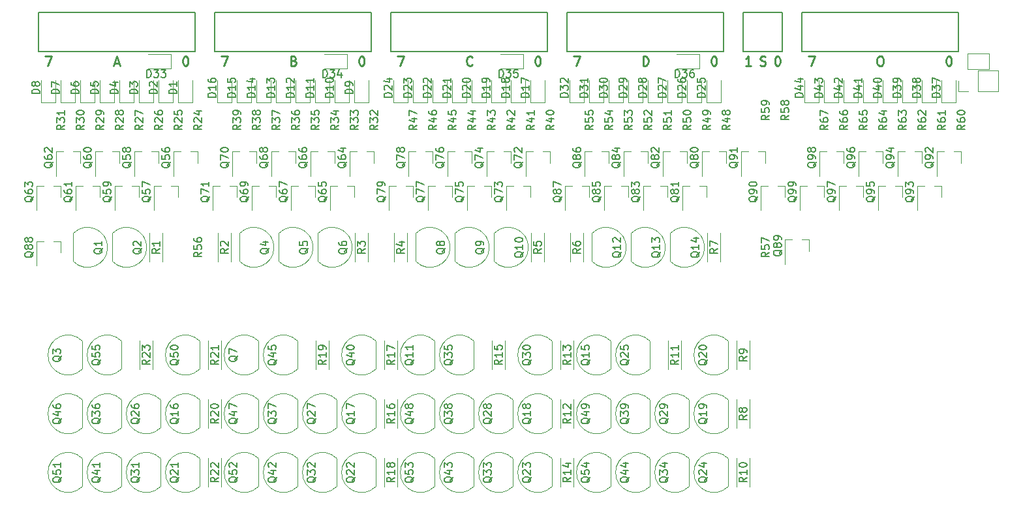
<source format=gto>
G04 #@! TF.GenerationSoftware,KiCad,Pcbnew,(5.0.0-rc2-200-g1f6f76beb)*
G04 #@! TF.CreationDate,2018-07-18T18:35:48+02:00*
G04 #@! TF.ProjectId,bus-selector,6275732D73656C6563746F722E6B6963,rev?*
G04 #@! TF.SameCoordinates,Original*
G04 #@! TF.FileFunction,Legend,Top*
G04 #@! TF.FilePolarity,Positive*
%FSLAX46Y46*%
G04 Gerber Fmt 4.6, Leading zero omitted, Abs format (unit mm)*
G04 Created by KiCad (PCBNEW (5.0.0-rc2-200-g1f6f76beb)) date Wed Jul 18 18:35:48 2018*
%MOMM*%
%LPD*%
G01*
G04 APERTURE LIST*
%ADD10C,0.250000*%
%ADD11C,0.120000*%
%ADD12C,0.150000*%
G04 APERTURE END LIST*
D10*
X133235714Y-22202857D02*
X133464285Y-22202857D01*
X133578571Y-22260000D01*
X133692857Y-22374285D01*
X133750000Y-22602857D01*
X133750000Y-23002857D01*
X133692857Y-23231428D01*
X133578571Y-23345714D01*
X133464285Y-23402857D01*
X133235714Y-23402857D01*
X133121428Y-23345714D01*
X133007142Y-23231428D01*
X132950000Y-23002857D01*
X132950000Y-22602857D01*
X133007142Y-22374285D01*
X133121428Y-22260000D01*
X133235714Y-22202857D01*
X116547857Y-23402857D02*
X115862142Y-23402857D01*
X116205000Y-23402857D02*
X116205000Y-22202857D01*
X116090714Y-22374285D01*
X115976428Y-22488571D01*
X115862142Y-22545714D01*
X119957857Y-22202857D02*
X120072142Y-22202857D01*
X120186428Y-22260000D01*
X120243571Y-22317142D01*
X120300714Y-22431428D01*
X120357857Y-22660000D01*
X120357857Y-22945714D01*
X120300714Y-23174285D01*
X120243571Y-23288571D01*
X120186428Y-23345714D01*
X120072142Y-23402857D01*
X119957857Y-23402857D01*
X119843571Y-23345714D01*
X119786428Y-23288571D01*
X119729285Y-23174285D01*
X119672142Y-22945714D01*
X119672142Y-22660000D01*
X119729285Y-22431428D01*
X119786428Y-22317142D01*
X119843571Y-22260000D01*
X119957857Y-22202857D01*
X117767142Y-23345714D02*
X117938571Y-23402857D01*
X118224285Y-23402857D01*
X118338571Y-23345714D01*
X118395714Y-23288571D01*
X118452857Y-23174285D01*
X118452857Y-23060000D01*
X118395714Y-22945714D01*
X118338571Y-22888571D01*
X118224285Y-22831428D01*
X117995714Y-22774285D01*
X117881428Y-22717142D01*
X117824285Y-22660000D01*
X117767142Y-22545714D01*
X117767142Y-22431428D01*
X117824285Y-22317142D01*
X117881428Y-22260000D01*
X117995714Y-22202857D01*
X118281428Y-22202857D01*
X118452857Y-22260000D01*
X102555714Y-23402857D02*
X102555714Y-22202857D01*
X102841428Y-22202857D01*
X103012857Y-22260000D01*
X103127142Y-22374285D01*
X103184285Y-22488571D01*
X103241428Y-22717142D01*
X103241428Y-22888571D01*
X103184285Y-23117142D01*
X103127142Y-23231428D01*
X103012857Y-23345714D01*
X102841428Y-23402857D01*
X102555714Y-23402857D01*
X80381428Y-23288571D02*
X80324285Y-23345714D01*
X80152857Y-23402857D01*
X80038571Y-23402857D01*
X79867142Y-23345714D01*
X79752857Y-23231428D01*
X79695714Y-23117142D01*
X79638571Y-22888571D01*
X79638571Y-22717142D01*
X79695714Y-22488571D01*
X79752857Y-22374285D01*
X79867142Y-22260000D01*
X80038571Y-22202857D01*
X80152857Y-22202857D01*
X80324285Y-22260000D01*
X80381428Y-22317142D01*
X57235714Y-22774285D02*
X57407142Y-22831428D01*
X57464285Y-22888571D01*
X57521428Y-23002857D01*
X57521428Y-23174285D01*
X57464285Y-23288571D01*
X57407142Y-23345714D01*
X57292857Y-23402857D01*
X56835714Y-23402857D01*
X56835714Y-22202857D01*
X57235714Y-22202857D01*
X57350000Y-22260000D01*
X57407142Y-22317142D01*
X57464285Y-22431428D01*
X57464285Y-22545714D01*
X57407142Y-22660000D01*
X57350000Y-22717142D01*
X57235714Y-22774285D01*
X56835714Y-22774285D01*
X34004285Y-23060000D02*
X34575714Y-23060000D01*
X33890000Y-23402857D02*
X34290000Y-22202857D01*
X34690000Y-23402857D01*
D11*
G04 #@! TO.C,Q36*
X34870000Y-70380000D02*
X34870000Y-66780000D01*
X34858478Y-70418478D02*
G75*
G02X30420000Y-68580000I-1838478J1838478D01*
G01*
X34858478Y-66741522D02*
G75*
G03X30420000Y-68580000I-1838478J-1838478D01*
G01*
G04 #@! TO.C,Q53*
X75498478Y-74361522D02*
G75*
G03X71060000Y-76200000I-1838478J-1838478D01*
G01*
X75498478Y-78038478D02*
G75*
G02X71060000Y-76200000I-1838478J1838478D01*
G01*
X75510000Y-78000000D02*
X75510000Y-74400000D01*
G04 #@! TO.C,Q5*
X55311522Y-48828478D02*
G75*
G03X59750000Y-46990000I1838478J1838478D01*
G01*
X55311522Y-45151522D02*
G75*
G02X59750000Y-46990000I1838478J-1838478D01*
G01*
X55300000Y-45190000D02*
X55300000Y-48790000D01*
G04 #@! TO.C,Q12*
X95940000Y-45190000D02*
X95940000Y-48790000D01*
X95951522Y-45151522D02*
G75*
G02X100390000Y-46990000I1838478J-1838478D01*
G01*
X95951522Y-48828478D02*
G75*
G03X100390000Y-46990000I1838478J1838478D01*
G01*
G04 #@! TO.C,Q95*
X136200000Y-39015000D02*
X136200000Y-40475000D01*
X133040000Y-39015000D02*
X133040000Y-42175000D01*
X133040000Y-39015000D02*
X133970000Y-39015000D01*
X136200000Y-39015000D02*
X135270000Y-39015000D01*
G04 #@! TO.C,Q92*
X143820000Y-34570000D02*
X143820000Y-36030000D01*
X140660000Y-34570000D02*
X140660000Y-37730000D01*
X140660000Y-34570000D02*
X141590000Y-34570000D01*
X143820000Y-34570000D02*
X142890000Y-34570000D01*
G04 #@! TO.C,Q89*
X124135000Y-46000000D02*
X123205000Y-46000000D01*
X120975000Y-46000000D02*
X121905000Y-46000000D01*
X120975000Y-46000000D02*
X120975000Y-49160000D01*
X124135000Y-46000000D02*
X124135000Y-47460000D01*
D12*
G04 #@! TO.C,J1*
X44450000Y-16510000D02*
X44450000Y-21590000D01*
X24130000Y-16510000D02*
X44450000Y-16510000D01*
X24130000Y-21590000D02*
X24130000Y-16510000D01*
X44450000Y-21590000D02*
X24130000Y-21590000D01*
G04 #@! TO.C,J2*
X67310000Y-16510000D02*
X67310000Y-21590000D01*
X46990000Y-16510000D02*
X67310000Y-16510000D01*
X46990000Y-21590000D02*
X46990000Y-16510000D01*
X67310000Y-21590000D02*
X46990000Y-21590000D01*
G04 #@! TO.C,J3*
X90170000Y-16510000D02*
X90170000Y-21590000D01*
X69850000Y-16510000D02*
X90170000Y-16510000D01*
X69850000Y-21590000D02*
X69850000Y-16510000D01*
X90170000Y-21590000D02*
X69850000Y-21590000D01*
G04 #@! TO.C,J4*
X113030000Y-16510000D02*
X113030000Y-21590000D01*
X92710000Y-16510000D02*
X113030000Y-16510000D01*
X92710000Y-21590000D02*
X92710000Y-16510000D01*
X113030000Y-21590000D02*
X92710000Y-21590000D01*
G04 #@! TO.C,J6*
X143510000Y-16510000D02*
X143510000Y-21590000D01*
X123190000Y-16510000D02*
X143510000Y-16510000D01*
X123190000Y-21590000D02*
X123190000Y-16510000D01*
X143510000Y-21590000D02*
X123190000Y-21590000D01*
G04 #@! TO.C,J5*
X120650000Y-16510000D02*
X120650000Y-21590000D01*
X115570000Y-16510000D02*
X120650000Y-16510000D01*
X115570000Y-21590000D02*
X115570000Y-16510000D01*
X120650000Y-21590000D02*
X115570000Y-21590000D01*
D11*
G04 #@! TO.C,R1*
X38510000Y-45130000D02*
X38510000Y-48850000D01*
X40230000Y-45130000D02*
X40230000Y-48850000D01*
G04 #@! TO.C,R2*
X47400000Y-45130000D02*
X47400000Y-48850000D01*
X49120000Y-45130000D02*
X49120000Y-48850000D01*
G04 #@! TO.C,R3*
X65180000Y-45130000D02*
X65180000Y-48850000D01*
X66900000Y-45130000D02*
X66900000Y-48850000D01*
G04 #@! TO.C,R4*
X70260000Y-45130000D02*
X70260000Y-48850000D01*
X71980000Y-45130000D02*
X71980000Y-48850000D01*
G04 #@! TO.C,R5*
X88040000Y-45130000D02*
X88040000Y-48850000D01*
X89760000Y-45130000D02*
X89760000Y-48850000D01*
G04 #@! TO.C,R6*
X93120000Y-45130000D02*
X93120000Y-48850000D01*
X94840000Y-45130000D02*
X94840000Y-48850000D01*
G04 #@! TO.C,R7*
X110900000Y-45130000D02*
X110900000Y-48850000D01*
X112620000Y-45130000D02*
X112620000Y-48850000D01*
G04 #@! TO.C,R8*
X116430000Y-70440000D02*
X116430000Y-66720000D01*
X114710000Y-70440000D02*
X114710000Y-66720000D01*
G04 #@! TO.C,R9*
X116430000Y-62820000D02*
X116430000Y-59100000D01*
X114710000Y-62820000D02*
X114710000Y-59100000D01*
G04 #@! TO.C,R10*
X116430000Y-78060000D02*
X116430000Y-74340000D01*
X114710000Y-78060000D02*
X114710000Y-74340000D01*
G04 #@! TO.C,R11*
X107540000Y-62820000D02*
X107540000Y-59100000D01*
X105820000Y-62820000D02*
X105820000Y-59100000D01*
G04 #@! TO.C,R12*
X93570000Y-70440000D02*
X93570000Y-66720000D01*
X91850000Y-70440000D02*
X91850000Y-66720000D01*
G04 #@! TO.C,R13*
X93570000Y-62820000D02*
X93570000Y-59100000D01*
X91850000Y-62820000D02*
X91850000Y-59100000D01*
G04 #@! TO.C,R14*
X93570000Y-78060000D02*
X93570000Y-74340000D01*
X91850000Y-78060000D02*
X91850000Y-74340000D01*
G04 #@! TO.C,R16*
X70710000Y-70440000D02*
X70710000Y-66720000D01*
X68990000Y-70440000D02*
X68990000Y-66720000D01*
G04 #@! TO.C,R17*
X70710000Y-62820000D02*
X70710000Y-59100000D01*
X68990000Y-62820000D02*
X68990000Y-59100000D01*
G04 #@! TO.C,R18*
X70710000Y-78060000D02*
X70710000Y-74340000D01*
X68990000Y-78060000D02*
X68990000Y-74340000D01*
G04 #@! TO.C,R19*
X61820000Y-62820000D02*
X61820000Y-59100000D01*
X60100000Y-62820000D02*
X60100000Y-59100000D01*
G04 #@! TO.C,R20*
X47850000Y-70440000D02*
X47850000Y-66720000D01*
X46130000Y-70440000D02*
X46130000Y-66720000D01*
G04 #@! TO.C,R21*
X47850000Y-62820000D02*
X47850000Y-59100000D01*
X46130000Y-62820000D02*
X46130000Y-59100000D01*
G04 #@! TO.C,R22*
X47850000Y-78060000D02*
X47850000Y-74340000D01*
X46130000Y-78060000D02*
X46130000Y-74340000D01*
G04 #@! TO.C,R15*
X84680000Y-62820000D02*
X84680000Y-59100000D01*
X82960000Y-62820000D02*
X82960000Y-59100000D01*
G04 #@! TO.C,R23*
X38960000Y-62820000D02*
X38960000Y-59100000D01*
X37240000Y-62820000D02*
X37240000Y-59100000D01*
G04 #@! TO.C,D1*
X44100000Y-28180000D02*
X44100000Y-25280000D01*
X42260000Y-28180000D02*
X44100000Y-28180000D01*
X42260000Y-25280000D02*
X42260000Y-28180000D01*
G04 #@! TO.C,D2*
X39720000Y-25280000D02*
X39720000Y-28180000D01*
X39720000Y-28180000D02*
X41560000Y-28180000D01*
X41560000Y-28180000D02*
X41560000Y-25280000D01*
G04 #@! TO.C,D3*
X37180000Y-25280000D02*
X37180000Y-28180000D01*
X37180000Y-28180000D02*
X39020000Y-28180000D01*
X39020000Y-28180000D02*
X39020000Y-25280000D01*
G04 #@! TO.C,D4*
X36480000Y-28180000D02*
X36480000Y-25280000D01*
X34640000Y-28180000D02*
X36480000Y-28180000D01*
X34640000Y-25280000D02*
X34640000Y-28180000D01*
G04 #@! TO.C,D5*
X33940000Y-28180000D02*
X33940000Y-25280000D01*
X32100000Y-28180000D02*
X33940000Y-28180000D01*
X32100000Y-25280000D02*
X32100000Y-28180000D01*
G04 #@! TO.C,D6*
X31400000Y-28180000D02*
X31400000Y-25280000D01*
X29560000Y-28180000D02*
X31400000Y-28180000D01*
X29560000Y-25280000D02*
X29560000Y-28180000D01*
G04 #@! TO.C,D7*
X27020000Y-25280000D02*
X27020000Y-28180000D01*
X27020000Y-28180000D02*
X28860000Y-28180000D01*
X28860000Y-28180000D02*
X28860000Y-25280000D01*
G04 #@! TO.C,D8*
X26320000Y-28180000D02*
X26320000Y-25280000D01*
X24480000Y-28180000D02*
X26320000Y-28180000D01*
X24480000Y-25280000D02*
X24480000Y-28180000D01*
G04 #@! TO.C,D9*
X65120000Y-25280000D02*
X65120000Y-28180000D01*
X65120000Y-28180000D02*
X66960000Y-28180000D01*
X66960000Y-28180000D02*
X66960000Y-25280000D01*
G04 #@! TO.C,D10*
X64420000Y-28180000D02*
X64420000Y-25280000D01*
X62580000Y-28180000D02*
X64420000Y-28180000D01*
X62580000Y-25280000D02*
X62580000Y-28180000D01*
G04 #@! TO.C,D11*
X60040000Y-25280000D02*
X60040000Y-28180000D01*
X60040000Y-28180000D02*
X61880000Y-28180000D01*
X61880000Y-28180000D02*
X61880000Y-25280000D01*
G04 #@! TO.C,D12*
X59340000Y-28180000D02*
X59340000Y-25280000D01*
X57500000Y-28180000D02*
X59340000Y-28180000D01*
X57500000Y-25280000D02*
X57500000Y-28180000D01*
G04 #@! TO.C,D13*
X54960000Y-25280000D02*
X54960000Y-28180000D01*
X54960000Y-28180000D02*
X56800000Y-28180000D01*
X56800000Y-28180000D02*
X56800000Y-25280000D01*
G04 #@! TO.C,D14*
X52420000Y-25280000D02*
X52420000Y-28180000D01*
X52420000Y-28180000D02*
X54260000Y-28180000D01*
X54260000Y-28180000D02*
X54260000Y-25280000D01*
G04 #@! TO.C,D15*
X51720000Y-28180000D02*
X51720000Y-25280000D01*
X49880000Y-28180000D02*
X51720000Y-28180000D01*
X49880000Y-25280000D02*
X49880000Y-28180000D01*
G04 #@! TO.C,D16*
X49180000Y-28180000D02*
X49180000Y-25280000D01*
X47340000Y-28180000D02*
X49180000Y-28180000D01*
X47340000Y-25280000D02*
X47340000Y-28180000D01*
G04 #@! TO.C,D17*
X87980000Y-25280000D02*
X87980000Y-28180000D01*
X87980000Y-28180000D02*
X89820000Y-28180000D01*
X89820000Y-28180000D02*
X89820000Y-25280000D01*
G04 #@! TO.C,D18*
X85440000Y-25280000D02*
X85440000Y-28180000D01*
X85440000Y-28180000D02*
X87280000Y-28180000D01*
X87280000Y-28180000D02*
X87280000Y-25280000D01*
G04 #@! TO.C,D19*
X84740000Y-28180000D02*
X84740000Y-25280000D01*
X82900000Y-28180000D02*
X84740000Y-28180000D01*
X82900000Y-25280000D02*
X82900000Y-28180000D01*
G04 #@! TO.C,D20*
X82200000Y-28180000D02*
X82200000Y-25280000D01*
X80360000Y-28180000D02*
X82200000Y-28180000D01*
X80360000Y-25280000D02*
X80360000Y-28180000D01*
G04 #@! TO.C,D21*
X77820000Y-25280000D02*
X77820000Y-28180000D01*
X77820000Y-28180000D02*
X79660000Y-28180000D01*
X79660000Y-28180000D02*
X79660000Y-25280000D01*
G04 #@! TO.C,D22*
X77120000Y-28180000D02*
X77120000Y-25280000D01*
X75280000Y-28180000D02*
X77120000Y-28180000D01*
X75280000Y-25280000D02*
X75280000Y-28180000D01*
G04 #@! TO.C,D23*
X72740000Y-25280000D02*
X72740000Y-28180000D01*
X72740000Y-28180000D02*
X74580000Y-28180000D01*
X74580000Y-28180000D02*
X74580000Y-25280000D01*
G04 #@! TO.C,D24*
X70200000Y-25280000D02*
X70200000Y-28180000D01*
X70200000Y-28180000D02*
X72040000Y-28180000D01*
X72040000Y-28180000D02*
X72040000Y-25280000D01*
G04 #@! TO.C,D25*
X110840000Y-25280000D02*
X110840000Y-28180000D01*
X110840000Y-28180000D02*
X112680000Y-28180000D01*
X112680000Y-28180000D02*
X112680000Y-25280000D01*
G04 #@! TO.C,D26*
X110140000Y-28180000D02*
X110140000Y-25280000D01*
X108300000Y-28180000D02*
X110140000Y-28180000D01*
X108300000Y-25280000D02*
X108300000Y-28180000D01*
G04 #@! TO.C,D27*
X105760000Y-25280000D02*
X105760000Y-28180000D01*
X105760000Y-28180000D02*
X107600000Y-28180000D01*
X107600000Y-28180000D02*
X107600000Y-25280000D01*
G04 #@! TO.C,D28*
X105060000Y-28180000D02*
X105060000Y-25280000D01*
X103220000Y-28180000D02*
X105060000Y-28180000D01*
X103220000Y-25280000D02*
X103220000Y-28180000D01*
G04 #@! TO.C,D29*
X100680000Y-25280000D02*
X100680000Y-28180000D01*
X100680000Y-28180000D02*
X102520000Y-28180000D01*
X102520000Y-28180000D02*
X102520000Y-25280000D01*
G04 #@! TO.C,D30*
X98140000Y-25280000D02*
X98140000Y-28180000D01*
X98140000Y-28180000D02*
X99980000Y-28180000D01*
X99980000Y-28180000D02*
X99980000Y-25280000D01*
G04 #@! TO.C,D31*
X97440000Y-28180000D02*
X97440000Y-25280000D01*
X95600000Y-28180000D02*
X97440000Y-28180000D01*
X95600000Y-25280000D02*
X95600000Y-28180000D01*
G04 #@! TO.C,D32*
X94900000Y-28180000D02*
X94900000Y-25280000D01*
X93060000Y-28180000D02*
X94900000Y-28180000D01*
X93060000Y-25280000D02*
X93060000Y-28180000D01*
G04 #@! TO.C,D33*
X41270000Y-21940000D02*
X38370000Y-21940000D01*
X41270000Y-23780000D02*
X41270000Y-21940000D01*
X38370000Y-23780000D02*
X41270000Y-23780000D01*
G04 #@! TO.C,D34*
X64130000Y-21940000D02*
X61230000Y-21940000D01*
X64130000Y-23780000D02*
X64130000Y-21940000D01*
X61230000Y-23780000D02*
X64130000Y-23780000D01*
G04 #@! TO.C,D35*
X84090000Y-23780000D02*
X86990000Y-23780000D01*
X86990000Y-23780000D02*
X86990000Y-21940000D01*
X86990000Y-21940000D02*
X84090000Y-21940000D01*
G04 #@! TO.C,D36*
X109850000Y-21940000D02*
X106950000Y-21940000D01*
X109850000Y-23780000D02*
X109850000Y-21940000D01*
X106950000Y-23780000D02*
X109850000Y-23780000D01*
G04 #@! TO.C,D37*
X141320000Y-25280000D02*
X141320000Y-28180000D01*
X141320000Y-28180000D02*
X143160000Y-28180000D01*
X143160000Y-28180000D02*
X143160000Y-25280000D01*
G04 #@! TO.C,D38*
X138780000Y-25280000D02*
X138780000Y-28180000D01*
X138780000Y-28180000D02*
X140620000Y-28180000D01*
X140620000Y-28180000D02*
X140620000Y-25280000D01*
G04 #@! TO.C,D39*
X138080000Y-28180000D02*
X138080000Y-25280000D01*
X136240000Y-28180000D02*
X138080000Y-28180000D01*
X136240000Y-25280000D02*
X136240000Y-28180000D01*
G04 #@! TO.C,D40*
X135540000Y-28180000D02*
X135540000Y-25280000D01*
X133700000Y-28180000D02*
X135540000Y-28180000D01*
X133700000Y-25280000D02*
X133700000Y-28180000D01*
G04 #@! TO.C,D41*
X131160000Y-25280000D02*
X131160000Y-28180000D01*
X131160000Y-28180000D02*
X133000000Y-28180000D01*
X133000000Y-28180000D02*
X133000000Y-25280000D01*
G04 #@! TO.C,D42*
X128620000Y-25280000D02*
X128620000Y-28180000D01*
X128620000Y-28180000D02*
X130460000Y-28180000D01*
X130460000Y-28180000D02*
X130460000Y-25280000D01*
G04 #@! TO.C,D43*
X127920000Y-28180000D02*
X127920000Y-25280000D01*
X126080000Y-28180000D02*
X127920000Y-28180000D01*
X126080000Y-25280000D02*
X126080000Y-28180000D01*
G04 #@! TO.C,D44*
X123540000Y-25280000D02*
X123540000Y-28180000D01*
X123540000Y-28180000D02*
X125380000Y-28180000D01*
X125380000Y-28180000D02*
X125380000Y-25280000D01*
G04 #@! TO.C,Q1*
X28630000Y-45190000D02*
X28630000Y-48790000D01*
X28641522Y-45151522D02*
G75*
G02X33080000Y-46990000I1838478J-1838478D01*
G01*
X28641522Y-48828478D02*
G75*
G03X33080000Y-46990000I1838478J1838478D01*
G01*
G04 #@! TO.C,Q2*
X33721522Y-48828478D02*
G75*
G03X38160000Y-46990000I1838478J1838478D01*
G01*
X33721522Y-45151522D02*
G75*
G02X38160000Y-46990000I1838478J-1838478D01*
G01*
X33710000Y-45190000D02*
X33710000Y-48790000D01*
G04 #@! TO.C,Q3*
X29778478Y-59121522D02*
G75*
G03X25340000Y-60960000I-1838478J-1838478D01*
G01*
X29778478Y-62798478D02*
G75*
G02X25340000Y-60960000I-1838478J1838478D01*
G01*
X29790000Y-62760000D02*
X29790000Y-59160000D01*
G04 #@! TO.C,Q4*
X50220000Y-45190000D02*
X50220000Y-48790000D01*
X50231522Y-45151522D02*
G75*
G02X54670000Y-46990000I1838478J-1838478D01*
G01*
X50231522Y-48828478D02*
G75*
G03X54670000Y-46990000I1838478J1838478D01*
G01*
G04 #@! TO.C,Q6*
X60391522Y-48828478D02*
G75*
G03X64830000Y-46990000I1838478J1838478D01*
G01*
X60391522Y-45151522D02*
G75*
G02X64830000Y-46990000I1838478J-1838478D01*
G01*
X60380000Y-45190000D02*
X60380000Y-48790000D01*
G04 #@! TO.C,Q7*
X52638478Y-59121522D02*
G75*
G03X48200000Y-60960000I-1838478J-1838478D01*
G01*
X52638478Y-62798478D02*
G75*
G02X48200000Y-60960000I-1838478J1838478D01*
G01*
X52650000Y-62760000D02*
X52650000Y-59160000D01*
G04 #@! TO.C,Q8*
X73080000Y-45190000D02*
X73080000Y-48790000D01*
X73091522Y-45151522D02*
G75*
G02X77530000Y-46990000I1838478J-1838478D01*
G01*
X73091522Y-48828478D02*
G75*
G03X77530000Y-46990000I1838478J1838478D01*
G01*
G04 #@! TO.C,Q9*
X78171522Y-48828478D02*
G75*
G03X82610000Y-46990000I1838478J1838478D01*
G01*
X78171522Y-45151522D02*
G75*
G02X82610000Y-46990000I1838478J-1838478D01*
G01*
X78160000Y-45190000D02*
X78160000Y-48790000D01*
G04 #@! TO.C,Q10*
X83251522Y-48828478D02*
G75*
G03X87690000Y-46990000I1838478J1838478D01*
G01*
X83251522Y-45151522D02*
G75*
G02X87690000Y-46990000I1838478J-1838478D01*
G01*
X83240000Y-45190000D02*
X83240000Y-48790000D01*
G04 #@! TO.C,Q11*
X75510000Y-62760000D02*
X75510000Y-59160000D01*
X75498478Y-62798478D02*
G75*
G02X71060000Y-60960000I-1838478J1838478D01*
G01*
X75498478Y-59121522D02*
G75*
G03X71060000Y-60960000I-1838478J-1838478D01*
G01*
G04 #@! TO.C,Q13*
X101031522Y-48828478D02*
G75*
G03X105470000Y-46990000I1838478J1838478D01*
G01*
X101031522Y-45151522D02*
G75*
G02X105470000Y-46990000I1838478J-1838478D01*
G01*
X101020000Y-45190000D02*
X101020000Y-48790000D01*
G04 #@! TO.C,Q14*
X106100000Y-45190000D02*
X106100000Y-48790000D01*
X106111522Y-45151522D02*
G75*
G02X110550000Y-46990000I1838478J-1838478D01*
G01*
X106111522Y-48828478D02*
G75*
G03X110550000Y-46990000I1838478J1838478D01*
G01*
G04 #@! TO.C,Q15*
X98370000Y-62760000D02*
X98370000Y-59160000D01*
X98358478Y-62798478D02*
G75*
G02X93920000Y-60960000I-1838478J1838478D01*
G01*
X98358478Y-59121522D02*
G75*
G03X93920000Y-60960000I-1838478J-1838478D01*
G01*
G04 #@! TO.C,Q16*
X45018478Y-66741522D02*
G75*
G03X40580000Y-68580000I-1838478J-1838478D01*
G01*
X45018478Y-70418478D02*
G75*
G02X40580000Y-68580000I-1838478J1838478D01*
G01*
X45030000Y-70380000D02*
X45030000Y-66780000D01*
G04 #@! TO.C,Q17*
X67890000Y-70380000D02*
X67890000Y-66780000D01*
X67878478Y-70418478D02*
G75*
G02X63440000Y-68580000I-1838478J1838478D01*
G01*
X67878478Y-66741522D02*
G75*
G03X63440000Y-68580000I-1838478J-1838478D01*
G01*
G04 #@! TO.C,Q18*
X90738478Y-66741522D02*
G75*
G03X86300000Y-68580000I-1838478J-1838478D01*
G01*
X90738478Y-70418478D02*
G75*
G02X86300000Y-68580000I-1838478J1838478D01*
G01*
X90750000Y-70380000D02*
X90750000Y-66780000D01*
G04 #@! TO.C,Q19*
X113610000Y-70380000D02*
X113610000Y-66780000D01*
X113598478Y-70418478D02*
G75*
G02X109160000Y-68580000I-1838478J1838478D01*
G01*
X113598478Y-66741522D02*
G75*
G03X109160000Y-68580000I-1838478J-1838478D01*
G01*
G04 #@! TO.C,Q20*
X113598478Y-59121522D02*
G75*
G03X109160000Y-60960000I-1838478J-1838478D01*
G01*
X113598478Y-62798478D02*
G75*
G02X109160000Y-60960000I-1838478J1838478D01*
G01*
X113610000Y-62760000D02*
X113610000Y-59160000D01*
G04 #@! TO.C,Q21*
X45030000Y-78000000D02*
X45030000Y-74400000D01*
X45018478Y-78038478D02*
G75*
G02X40580000Y-76200000I-1838478J1838478D01*
G01*
X45018478Y-74361522D02*
G75*
G03X40580000Y-76200000I-1838478J-1838478D01*
G01*
G04 #@! TO.C,Q22*
X67878478Y-74361522D02*
G75*
G03X63440000Y-76200000I-1838478J-1838478D01*
G01*
X67878478Y-78038478D02*
G75*
G02X63440000Y-76200000I-1838478J1838478D01*
G01*
X67890000Y-78000000D02*
X67890000Y-74400000D01*
G04 #@! TO.C,Q23*
X90750000Y-78000000D02*
X90750000Y-74400000D01*
X90738478Y-78038478D02*
G75*
G02X86300000Y-76200000I-1838478J1838478D01*
G01*
X90738478Y-74361522D02*
G75*
G03X86300000Y-76200000I-1838478J-1838478D01*
G01*
G04 #@! TO.C,Q24*
X113598478Y-74361522D02*
G75*
G03X109160000Y-76200000I-1838478J-1838478D01*
G01*
X113598478Y-78038478D02*
G75*
G02X109160000Y-76200000I-1838478J1838478D01*
G01*
X113610000Y-78000000D02*
X113610000Y-74400000D01*
G04 #@! TO.C,Q25*
X103450000Y-62760000D02*
X103450000Y-59160000D01*
X103438478Y-62798478D02*
G75*
G02X99000000Y-60960000I-1838478J1838478D01*
G01*
X103438478Y-59121522D02*
G75*
G03X99000000Y-60960000I-1838478J-1838478D01*
G01*
G04 #@! TO.C,Q26*
X39950000Y-70380000D02*
X39950000Y-66780000D01*
X39938478Y-70418478D02*
G75*
G02X35500000Y-68580000I-1838478J1838478D01*
G01*
X39938478Y-66741522D02*
G75*
G03X35500000Y-68580000I-1838478J-1838478D01*
G01*
G04 #@! TO.C,Q27*
X62798478Y-66741522D02*
G75*
G03X58360000Y-68580000I-1838478J-1838478D01*
G01*
X62798478Y-70418478D02*
G75*
G02X58360000Y-68580000I-1838478J1838478D01*
G01*
X62810000Y-70380000D02*
X62810000Y-66780000D01*
G04 #@! TO.C,Q28*
X85670000Y-70380000D02*
X85670000Y-66780000D01*
X85658478Y-70418478D02*
G75*
G02X81220000Y-68580000I-1838478J1838478D01*
G01*
X85658478Y-66741522D02*
G75*
G03X81220000Y-68580000I-1838478J-1838478D01*
G01*
G04 #@! TO.C,Q29*
X108518478Y-66741522D02*
G75*
G03X104080000Y-68580000I-1838478J-1838478D01*
G01*
X108518478Y-70418478D02*
G75*
G02X104080000Y-68580000I-1838478J1838478D01*
G01*
X108530000Y-70380000D02*
X108530000Y-66780000D01*
G04 #@! TO.C,Q30*
X90738478Y-59121522D02*
G75*
G03X86300000Y-60960000I-1838478J-1838478D01*
G01*
X90738478Y-62798478D02*
G75*
G02X86300000Y-60960000I-1838478J1838478D01*
G01*
X90750000Y-62760000D02*
X90750000Y-59160000D01*
G04 #@! TO.C,Q31*
X39950000Y-78000000D02*
X39950000Y-74400000D01*
X39938478Y-78038478D02*
G75*
G02X35500000Y-76200000I-1838478J1838478D01*
G01*
X39938478Y-74361522D02*
G75*
G03X35500000Y-76200000I-1838478J-1838478D01*
G01*
G04 #@! TO.C,Q32*
X62810000Y-78000000D02*
X62810000Y-74400000D01*
X62798478Y-78038478D02*
G75*
G02X58360000Y-76200000I-1838478J1838478D01*
G01*
X62798478Y-74361522D02*
G75*
G03X58360000Y-76200000I-1838478J-1838478D01*
G01*
G04 #@! TO.C,Q33*
X85658478Y-74361522D02*
G75*
G03X81220000Y-76200000I-1838478J-1838478D01*
G01*
X85658478Y-78038478D02*
G75*
G02X81220000Y-76200000I-1838478J1838478D01*
G01*
X85670000Y-78000000D02*
X85670000Y-74400000D01*
G04 #@! TO.C,Q34*
X108530000Y-78000000D02*
X108530000Y-74400000D01*
X108518478Y-78038478D02*
G75*
G02X104080000Y-76200000I-1838478J1838478D01*
G01*
X108518478Y-74361522D02*
G75*
G03X104080000Y-76200000I-1838478J-1838478D01*
G01*
G04 #@! TO.C,Q35*
X80578478Y-59121522D02*
G75*
G03X76140000Y-60960000I-1838478J-1838478D01*
G01*
X80578478Y-62798478D02*
G75*
G02X76140000Y-60960000I-1838478J1838478D01*
G01*
X80590000Y-62760000D02*
X80590000Y-59160000D01*
G04 #@! TO.C,Q37*
X57718478Y-66741522D02*
G75*
G03X53280000Y-68580000I-1838478J-1838478D01*
G01*
X57718478Y-70418478D02*
G75*
G02X53280000Y-68580000I-1838478J1838478D01*
G01*
X57730000Y-70380000D02*
X57730000Y-66780000D01*
G04 #@! TO.C,Q38*
X80578478Y-66741522D02*
G75*
G03X76140000Y-68580000I-1838478J-1838478D01*
G01*
X80578478Y-70418478D02*
G75*
G02X76140000Y-68580000I-1838478J1838478D01*
G01*
X80590000Y-70380000D02*
X80590000Y-66780000D01*
G04 #@! TO.C,Q39*
X103450000Y-70380000D02*
X103450000Y-66780000D01*
X103438478Y-70418478D02*
G75*
G02X99000000Y-68580000I-1838478J1838478D01*
G01*
X103438478Y-66741522D02*
G75*
G03X99000000Y-68580000I-1838478J-1838478D01*
G01*
G04 #@! TO.C,Q40*
X67878478Y-59121522D02*
G75*
G03X63440000Y-60960000I-1838478J-1838478D01*
G01*
X67878478Y-62798478D02*
G75*
G02X63440000Y-60960000I-1838478J1838478D01*
G01*
X67890000Y-62760000D02*
X67890000Y-59160000D01*
G04 #@! TO.C,Q41*
X34858478Y-74361522D02*
G75*
G03X30420000Y-76200000I-1838478J-1838478D01*
G01*
X34858478Y-78038478D02*
G75*
G02X30420000Y-76200000I-1838478J1838478D01*
G01*
X34870000Y-78000000D02*
X34870000Y-74400000D01*
G04 #@! TO.C,Q42*
X57730000Y-78000000D02*
X57730000Y-74400000D01*
X57718478Y-78038478D02*
G75*
G02X53280000Y-76200000I-1838478J1838478D01*
G01*
X57718478Y-74361522D02*
G75*
G03X53280000Y-76200000I-1838478J-1838478D01*
G01*
G04 #@! TO.C,Q43*
X80578478Y-74361522D02*
G75*
G03X76140000Y-76200000I-1838478J-1838478D01*
G01*
X80578478Y-78038478D02*
G75*
G02X76140000Y-76200000I-1838478J1838478D01*
G01*
X80590000Y-78000000D02*
X80590000Y-74400000D01*
G04 #@! TO.C,Q44*
X103450000Y-78000000D02*
X103450000Y-74400000D01*
X103438478Y-78038478D02*
G75*
G02X99000000Y-76200000I-1838478J1838478D01*
G01*
X103438478Y-74361522D02*
G75*
G03X99000000Y-76200000I-1838478J-1838478D01*
G01*
G04 #@! TO.C,Q45*
X57718478Y-59121522D02*
G75*
G03X53280000Y-60960000I-1838478J-1838478D01*
G01*
X57718478Y-62798478D02*
G75*
G02X53280000Y-60960000I-1838478J1838478D01*
G01*
X57730000Y-62760000D02*
X57730000Y-59160000D01*
G04 #@! TO.C,Q46*
X29790000Y-70380000D02*
X29790000Y-66780000D01*
X29778478Y-70418478D02*
G75*
G02X25340000Y-68580000I-1838478J1838478D01*
G01*
X29778478Y-66741522D02*
G75*
G03X25340000Y-68580000I-1838478J-1838478D01*
G01*
G04 #@! TO.C,Q47*
X52650000Y-70380000D02*
X52650000Y-66780000D01*
X52638478Y-70418478D02*
G75*
G02X48200000Y-68580000I-1838478J1838478D01*
G01*
X52638478Y-66741522D02*
G75*
G03X48200000Y-68580000I-1838478J-1838478D01*
G01*
G04 #@! TO.C,Q84*
X103180000Y-34570000D02*
X102250000Y-34570000D01*
X100020000Y-34570000D02*
X100950000Y-34570000D01*
X100020000Y-34570000D02*
X100020000Y-37730000D01*
X103180000Y-34570000D02*
X103180000Y-36030000D01*
G04 #@! TO.C,Q85*
X100640000Y-39015000D02*
X99710000Y-39015000D01*
X97480000Y-39015000D02*
X98410000Y-39015000D01*
X97480000Y-39015000D02*
X97480000Y-42175000D01*
X100640000Y-39015000D02*
X100640000Y-40475000D01*
G04 #@! TO.C,Q86*
X98100000Y-34570000D02*
X97170000Y-34570000D01*
X94940000Y-34570000D02*
X95870000Y-34570000D01*
X94940000Y-34570000D02*
X94940000Y-37730000D01*
X98100000Y-34570000D02*
X98100000Y-36030000D01*
G04 #@! TO.C,Q87*
X95560000Y-39015000D02*
X94630000Y-39015000D01*
X92400000Y-39015000D02*
X93330000Y-39015000D01*
X92400000Y-39015000D02*
X92400000Y-42175000D01*
X95560000Y-39015000D02*
X95560000Y-40475000D01*
G04 #@! TO.C,Q90*
X120960000Y-39015000D02*
X120030000Y-39015000D01*
X117800000Y-39015000D02*
X118730000Y-39015000D01*
X117800000Y-39015000D02*
X117800000Y-42175000D01*
X120960000Y-39015000D02*
X120960000Y-40475000D01*
G04 #@! TO.C,Q91*
X118420000Y-34570000D02*
X117490000Y-34570000D01*
X115260000Y-34570000D02*
X116190000Y-34570000D01*
X115260000Y-34570000D02*
X115260000Y-37730000D01*
X118420000Y-34570000D02*
X118420000Y-36030000D01*
G04 #@! TO.C,Q48*
X75498478Y-66741522D02*
G75*
G03X71060000Y-68580000I-1838478J-1838478D01*
G01*
X75498478Y-70418478D02*
G75*
G02X71060000Y-68580000I-1838478J1838478D01*
G01*
X75510000Y-70380000D02*
X75510000Y-66780000D01*
G04 #@! TO.C,Q49*
X98370000Y-70380000D02*
X98370000Y-66780000D01*
X98358478Y-70418478D02*
G75*
G02X93920000Y-68580000I-1838478J1838478D01*
G01*
X98358478Y-66741522D02*
G75*
G03X93920000Y-68580000I-1838478J-1838478D01*
G01*
G04 #@! TO.C,Q50*
X45030000Y-62760000D02*
X45030000Y-59160000D01*
X45018478Y-62798478D02*
G75*
G02X40580000Y-60960000I-1838478J1838478D01*
G01*
X45018478Y-59121522D02*
G75*
G03X40580000Y-60960000I-1838478J-1838478D01*
G01*
G04 #@! TO.C,Q51*
X29778478Y-74361522D02*
G75*
G03X25340000Y-76200000I-1838478J-1838478D01*
G01*
X29778478Y-78038478D02*
G75*
G02X25340000Y-76200000I-1838478J1838478D01*
G01*
X29790000Y-78000000D02*
X29790000Y-74400000D01*
G04 #@! TO.C,Q52*
X52650000Y-78000000D02*
X52650000Y-74400000D01*
X52638478Y-78038478D02*
G75*
G02X48200000Y-76200000I-1838478J1838478D01*
G01*
X52638478Y-74361522D02*
G75*
G03X48200000Y-76200000I-1838478J-1838478D01*
G01*
G04 #@! TO.C,Q54*
X98358478Y-74361522D02*
G75*
G03X93920000Y-76200000I-1838478J-1838478D01*
G01*
X98358478Y-78038478D02*
G75*
G02X93920000Y-76200000I-1838478J1838478D01*
G01*
X98370000Y-78000000D02*
X98370000Y-74400000D01*
G04 #@! TO.C,Q55*
X34858478Y-59121522D02*
G75*
G03X30420000Y-60960000I-1838478J-1838478D01*
G01*
X34858478Y-62798478D02*
G75*
G02X30420000Y-60960000I-1838478J1838478D01*
G01*
X34870000Y-62760000D02*
X34870000Y-59160000D01*
G04 #@! TO.C,Q93*
X141280000Y-39015000D02*
X140350000Y-39015000D01*
X138120000Y-39015000D02*
X139050000Y-39015000D01*
X138120000Y-39015000D02*
X138120000Y-42175000D01*
X141280000Y-39015000D02*
X141280000Y-40475000D01*
G04 #@! TO.C,Q94*
X138740000Y-34570000D02*
X138740000Y-36030000D01*
X135580000Y-34570000D02*
X135580000Y-37730000D01*
X135580000Y-34570000D02*
X136510000Y-34570000D01*
X138740000Y-34570000D02*
X137810000Y-34570000D01*
G04 #@! TO.C,Q96*
X133660000Y-34570000D02*
X132730000Y-34570000D01*
X130500000Y-34570000D02*
X131430000Y-34570000D01*
X130500000Y-34570000D02*
X130500000Y-37730000D01*
X133660000Y-34570000D02*
X133660000Y-36030000D01*
G04 #@! TO.C,Q97*
X131120000Y-39015000D02*
X131120000Y-40475000D01*
X127960000Y-39015000D02*
X127960000Y-42175000D01*
X127960000Y-39015000D02*
X128890000Y-39015000D01*
X131120000Y-39015000D02*
X130190000Y-39015000D01*
G04 #@! TO.C,Q98*
X128580000Y-34570000D02*
X127650000Y-34570000D01*
X125420000Y-34570000D02*
X126350000Y-34570000D01*
X125420000Y-34570000D02*
X125420000Y-37730000D01*
X128580000Y-34570000D02*
X128580000Y-36030000D01*
G04 #@! TO.C,Q99*
X126040000Y-39015000D02*
X126040000Y-40475000D01*
X122880000Y-39015000D02*
X122880000Y-42175000D01*
X122880000Y-39015000D02*
X123810000Y-39015000D01*
X126040000Y-39015000D02*
X125110000Y-39015000D01*
G04 #@! TO.C,Q56*
X44760000Y-34570000D02*
X43830000Y-34570000D01*
X41600000Y-34570000D02*
X42530000Y-34570000D01*
X41600000Y-34570000D02*
X41600000Y-37730000D01*
X44760000Y-34570000D02*
X44760000Y-36030000D01*
G04 #@! TO.C,Q57*
X42220000Y-39015000D02*
X42220000Y-40475000D01*
X39060000Y-39015000D02*
X39060000Y-42175000D01*
X39060000Y-39015000D02*
X39990000Y-39015000D01*
X42220000Y-39015000D02*
X41290000Y-39015000D01*
G04 #@! TO.C,Q58*
X39680000Y-34570000D02*
X38750000Y-34570000D01*
X36520000Y-34570000D02*
X37450000Y-34570000D01*
X36520000Y-34570000D02*
X36520000Y-37730000D01*
X39680000Y-34570000D02*
X39680000Y-36030000D01*
G04 #@! TO.C,Q59*
X37140000Y-39015000D02*
X37140000Y-40475000D01*
X33980000Y-39015000D02*
X33980000Y-42175000D01*
X33980000Y-39015000D02*
X34910000Y-39015000D01*
X37140000Y-39015000D02*
X36210000Y-39015000D01*
G04 #@! TO.C,Q60*
X34600000Y-34570000D02*
X33670000Y-34570000D01*
X31440000Y-34570000D02*
X32370000Y-34570000D01*
X31440000Y-34570000D02*
X31440000Y-37730000D01*
X34600000Y-34570000D02*
X34600000Y-36030000D01*
G04 #@! TO.C,Q61*
X32060000Y-39015000D02*
X32060000Y-40475000D01*
X28900000Y-39015000D02*
X28900000Y-42175000D01*
X28900000Y-39015000D02*
X29830000Y-39015000D01*
X32060000Y-39015000D02*
X31130000Y-39015000D01*
G04 #@! TO.C,Q62*
X29520000Y-34570000D02*
X28590000Y-34570000D01*
X26360000Y-34570000D02*
X27290000Y-34570000D01*
X26360000Y-34570000D02*
X26360000Y-37730000D01*
X29520000Y-34570000D02*
X29520000Y-36030000D01*
G04 #@! TO.C,Q63*
X26980000Y-39015000D02*
X26980000Y-40475000D01*
X23820000Y-39015000D02*
X23820000Y-42175000D01*
X23820000Y-39015000D02*
X24750000Y-39015000D01*
X26980000Y-39015000D02*
X26050000Y-39015000D01*
G04 #@! TO.C,Q64*
X67620000Y-34570000D02*
X66690000Y-34570000D01*
X64460000Y-34570000D02*
X65390000Y-34570000D01*
X64460000Y-34570000D02*
X64460000Y-37730000D01*
X67620000Y-34570000D02*
X67620000Y-36030000D01*
G04 #@! TO.C,Q65*
X65080000Y-39015000D02*
X65080000Y-40475000D01*
X61920000Y-39015000D02*
X61920000Y-42175000D01*
X61920000Y-39015000D02*
X62850000Y-39015000D01*
X65080000Y-39015000D02*
X64150000Y-39015000D01*
G04 #@! TO.C,Q66*
X62540000Y-34570000D02*
X61610000Y-34570000D01*
X59380000Y-34570000D02*
X60310000Y-34570000D01*
X59380000Y-34570000D02*
X59380000Y-37730000D01*
X62540000Y-34570000D02*
X62540000Y-36030000D01*
G04 #@! TO.C,Q67*
X60000000Y-39015000D02*
X60000000Y-40475000D01*
X56840000Y-39015000D02*
X56840000Y-42175000D01*
X56840000Y-39015000D02*
X57770000Y-39015000D01*
X60000000Y-39015000D02*
X59070000Y-39015000D01*
G04 #@! TO.C,Q68*
X57460000Y-34570000D02*
X56530000Y-34570000D01*
X54300000Y-34570000D02*
X55230000Y-34570000D01*
X54300000Y-34570000D02*
X54300000Y-37730000D01*
X57460000Y-34570000D02*
X57460000Y-36030000D01*
G04 #@! TO.C,Q69*
X54920000Y-39015000D02*
X54920000Y-40475000D01*
X51760000Y-39015000D02*
X51760000Y-42175000D01*
X51760000Y-39015000D02*
X52690000Y-39015000D01*
X54920000Y-39015000D02*
X53990000Y-39015000D01*
G04 #@! TO.C,Q70*
X52380000Y-34570000D02*
X51450000Y-34570000D01*
X49220000Y-34570000D02*
X50150000Y-34570000D01*
X49220000Y-34570000D02*
X49220000Y-37730000D01*
X52380000Y-34570000D02*
X52380000Y-36030000D01*
G04 #@! TO.C,Q71*
X49840000Y-39015000D02*
X49840000Y-40475000D01*
X46680000Y-39015000D02*
X46680000Y-42175000D01*
X46680000Y-39015000D02*
X47610000Y-39015000D01*
X49840000Y-39015000D02*
X48910000Y-39015000D01*
G04 #@! TO.C,Q72*
X90480000Y-34570000D02*
X89550000Y-34570000D01*
X87320000Y-34570000D02*
X88250000Y-34570000D01*
X87320000Y-34570000D02*
X87320000Y-37730000D01*
X90480000Y-34570000D02*
X90480000Y-36030000D01*
G04 #@! TO.C,Q73*
X87940000Y-39015000D02*
X87940000Y-40475000D01*
X84780000Y-39015000D02*
X84780000Y-42175000D01*
X84780000Y-39015000D02*
X85710000Y-39015000D01*
X87940000Y-39015000D02*
X87010000Y-39015000D01*
G04 #@! TO.C,Q74*
X85400000Y-34570000D02*
X84470000Y-34570000D01*
X82240000Y-34570000D02*
X83170000Y-34570000D01*
X82240000Y-34570000D02*
X82240000Y-37730000D01*
X85400000Y-34570000D02*
X85400000Y-36030000D01*
G04 #@! TO.C,Q75*
X82860000Y-39015000D02*
X82860000Y-40475000D01*
X79700000Y-39015000D02*
X79700000Y-42175000D01*
X79700000Y-39015000D02*
X80630000Y-39015000D01*
X82860000Y-39015000D02*
X81930000Y-39015000D01*
G04 #@! TO.C,Q76*
X80320000Y-34570000D02*
X79390000Y-34570000D01*
X77160000Y-34570000D02*
X78090000Y-34570000D01*
X77160000Y-34570000D02*
X77160000Y-37730000D01*
X80320000Y-34570000D02*
X80320000Y-36030000D01*
G04 #@! TO.C,Q77*
X77780000Y-39015000D02*
X77780000Y-40475000D01*
X74620000Y-39015000D02*
X74620000Y-42175000D01*
X74620000Y-39015000D02*
X75550000Y-39015000D01*
X77780000Y-39015000D02*
X76850000Y-39015000D01*
G04 #@! TO.C,Q78*
X75240000Y-34570000D02*
X74310000Y-34570000D01*
X72080000Y-34570000D02*
X73010000Y-34570000D01*
X72080000Y-34570000D02*
X72080000Y-37730000D01*
X75240000Y-34570000D02*
X75240000Y-36030000D01*
G04 #@! TO.C,Q79*
X72700000Y-39015000D02*
X72700000Y-40475000D01*
X69540000Y-39015000D02*
X69540000Y-42175000D01*
X69540000Y-39015000D02*
X70470000Y-39015000D01*
X72700000Y-39015000D02*
X71770000Y-39015000D01*
G04 #@! TO.C,Q80*
X113340000Y-34570000D02*
X112410000Y-34570000D01*
X110180000Y-34570000D02*
X111110000Y-34570000D01*
X110180000Y-34570000D02*
X110180000Y-37730000D01*
X113340000Y-34570000D02*
X113340000Y-36030000D01*
G04 #@! TO.C,Q81*
X110800000Y-39015000D02*
X110800000Y-40475000D01*
X107640000Y-39015000D02*
X107640000Y-42175000D01*
X107640000Y-39015000D02*
X108570000Y-39015000D01*
X110800000Y-39015000D02*
X109870000Y-39015000D01*
G04 #@! TO.C,Q82*
X108260000Y-34570000D02*
X107330000Y-34570000D01*
X105100000Y-34570000D02*
X106030000Y-34570000D01*
X105100000Y-34570000D02*
X105100000Y-37730000D01*
X108260000Y-34570000D02*
X108260000Y-36030000D01*
G04 #@! TO.C,Q83*
X105720000Y-39015000D02*
X105720000Y-40475000D01*
X102560000Y-39015000D02*
X102560000Y-42175000D01*
X102560000Y-39015000D02*
X103490000Y-39015000D01*
X105720000Y-39015000D02*
X104790000Y-39015000D01*
G04 #@! TO.C,JP1*
X148650000Y-26730000D02*
X148650000Y-24070000D01*
X146050000Y-26730000D02*
X148650000Y-26730000D01*
X146050000Y-24070000D02*
X148650000Y-24070000D01*
X146050000Y-26730000D02*
X146050000Y-24070000D01*
X144780000Y-26730000D02*
X143450000Y-26730000D01*
X143450000Y-26730000D02*
X143450000Y-25400000D01*
G04 #@! TO.C,JP2*
X144650000Y-23860000D02*
X144650000Y-21860000D01*
X147450000Y-23860000D02*
X144650000Y-23860000D01*
X147450000Y-21860000D02*
X147450000Y-23860000D01*
X144650000Y-21860000D02*
X147450000Y-21860000D01*
G04 #@! TO.C,Q88*
X26980000Y-46230000D02*
X26050000Y-46230000D01*
X23820000Y-46230000D02*
X24750000Y-46230000D01*
X23820000Y-46230000D02*
X23820000Y-49390000D01*
X26980000Y-46230000D02*
X26980000Y-47690000D01*
G04 #@! TO.C,Q36*
D12*
X32166619Y-69151428D02*
X32119000Y-69246666D01*
X32023761Y-69341904D01*
X31880904Y-69484761D01*
X31833285Y-69580000D01*
X31833285Y-69675238D01*
X32071380Y-69627619D02*
X32023761Y-69722857D01*
X31928523Y-69818095D01*
X31738047Y-69865714D01*
X31404714Y-69865714D01*
X31214238Y-69818095D01*
X31119000Y-69722857D01*
X31071380Y-69627619D01*
X31071380Y-69437142D01*
X31119000Y-69341904D01*
X31214238Y-69246666D01*
X31404714Y-69199047D01*
X31738047Y-69199047D01*
X31928523Y-69246666D01*
X32023761Y-69341904D01*
X32071380Y-69437142D01*
X32071380Y-69627619D01*
X31071380Y-68865714D02*
X31071380Y-68246666D01*
X31452333Y-68580000D01*
X31452333Y-68437142D01*
X31499952Y-68341904D01*
X31547571Y-68294285D01*
X31642809Y-68246666D01*
X31880904Y-68246666D01*
X31976142Y-68294285D01*
X32023761Y-68341904D01*
X32071380Y-68437142D01*
X32071380Y-68722857D01*
X32023761Y-68818095D01*
X31976142Y-68865714D01*
X31071380Y-67389523D02*
X31071380Y-67580000D01*
X31119000Y-67675238D01*
X31166619Y-67722857D01*
X31309476Y-67818095D01*
X31499952Y-67865714D01*
X31880904Y-67865714D01*
X31976142Y-67818095D01*
X32023761Y-67770476D01*
X32071380Y-67675238D01*
X32071380Y-67484761D01*
X32023761Y-67389523D01*
X31976142Y-67341904D01*
X31880904Y-67294285D01*
X31642809Y-67294285D01*
X31547571Y-67341904D01*
X31499952Y-67389523D01*
X31452333Y-67484761D01*
X31452333Y-67675238D01*
X31499952Y-67770476D01*
X31547571Y-67818095D01*
X31642809Y-67865714D01*
G04 #@! TO.C,Q53*
X72806619Y-76771428D02*
X72759000Y-76866666D01*
X72663761Y-76961904D01*
X72520904Y-77104761D01*
X72473285Y-77200000D01*
X72473285Y-77295238D01*
X72711380Y-77247619D02*
X72663761Y-77342857D01*
X72568523Y-77438095D01*
X72378047Y-77485714D01*
X72044714Y-77485714D01*
X71854238Y-77438095D01*
X71759000Y-77342857D01*
X71711380Y-77247619D01*
X71711380Y-77057142D01*
X71759000Y-76961904D01*
X71854238Y-76866666D01*
X72044714Y-76819047D01*
X72378047Y-76819047D01*
X72568523Y-76866666D01*
X72663761Y-76961904D01*
X72711380Y-77057142D01*
X72711380Y-77247619D01*
X71711380Y-75914285D02*
X71711380Y-76390476D01*
X72187571Y-76438095D01*
X72139952Y-76390476D01*
X72092333Y-76295238D01*
X72092333Y-76057142D01*
X72139952Y-75961904D01*
X72187571Y-75914285D01*
X72282809Y-75866666D01*
X72520904Y-75866666D01*
X72616142Y-75914285D01*
X72663761Y-75961904D01*
X72711380Y-76057142D01*
X72711380Y-76295238D01*
X72663761Y-76390476D01*
X72616142Y-76438095D01*
X71711380Y-75533333D02*
X71711380Y-74914285D01*
X72092333Y-75247619D01*
X72092333Y-75104761D01*
X72139952Y-75009523D01*
X72187571Y-74961904D01*
X72282809Y-74914285D01*
X72520904Y-74914285D01*
X72616142Y-74961904D01*
X72663761Y-75009523D01*
X72711380Y-75104761D01*
X72711380Y-75390476D01*
X72663761Y-75485714D01*
X72616142Y-75533333D01*
G04 #@! TO.C,Q5*
X59098619Y-47085238D02*
X59051000Y-47180476D01*
X58955761Y-47275714D01*
X58812904Y-47418571D01*
X58765285Y-47513809D01*
X58765285Y-47609047D01*
X59003380Y-47561428D02*
X58955761Y-47656666D01*
X58860523Y-47751904D01*
X58670047Y-47799523D01*
X58336714Y-47799523D01*
X58146238Y-47751904D01*
X58051000Y-47656666D01*
X58003380Y-47561428D01*
X58003380Y-47370952D01*
X58051000Y-47275714D01*
X58146238Y-47180476D01*
X58336714Y-47132857D01*
X58670047Y-47132857D01*
X58860523Y-47180476D01*
X58955761Y-47275714D01*
X59003380Y-47370952D01*
X59003380Y-47561428D01*
X58003380Y-46228095D02*
X58003380Y-46704285D01*
X58479571Y-46751904D01*
X58431952Y-46704285D01*
X58384333Y-46609047D01*
X58384333Y-46370952D01*
X58431952Y-46275714D01*
X58479571Y-46228095D01*
X58574809Y-46180476D01*
X58812904Y-46180476D01*
X58908142Y-46228095D01*
X58955761Y-46275714D01*
X59003380Y-46370952D01*
X59003380Y-46609047D01*
X58955761Y-46704285D01*
X58908142Y-46751904D01*
G04 #@! TO.C,Q12*
X99738619Y-47561428D02*
X99691000Y-47656666D01*
X99595761Y-47751904D01*
X99452904Y-47894761D01*
X99405285Y-47990000D01*
X99405285Y-48085238D01*
X99643380Y-48037619D02*
X99595761Y-48132857D01*
X99500523Y-48228095D01*
X99310047Y-48275714D01*
X98976714Y-48275714D01*
X98786238Y-48228095D01*
X98691000Y-48132857D01*
X98643380Y-48037619D01*
X98643380Y-47847142D01*
X98691000Y-47751904D01*
X98786238Y-47656666D01*
X98976714Y-47609047D01*
X99310047Y-47609047D01*
X99500523Y-47656666D01*
X99595761Y-47751904D01*
X99643380Y-47847142D01*
X99643380Y-48037619D01*
X99643380Y-46656666D02*
X99643380Y-47228095D01*
X99643380Y-46942380D02*
X98643380Y-46942380D01*
X98786238Y-47037619D01*
X98881476Y-47132857D01*
X98929095Y-47228095D01*
X98738619Y-46275714D02*
X98691000Y-46228095D01*
X98643380Y-46132857D01*
X98643380Y-45894761D01*
X98691000Y-45799523D01*
X98738619Y-45751904D01*
X98833857Y-45704285D01*
X98929095Y-45704285D01*
X99071952Y-45751904D01*
X99643380Y-46323333D01*
X99643380Y-45704285D01*
G04 #@! TO.C,Q95*
X132667619Y-40346428D02*
X132620000Y-40441666D01*
X132524761Y-40536904D01*
X132381904Y-40679761D01*
X132334285Y-40775000D01*
X132334285Y-40870238D01*
X132572380Y-40822619D02*
X132524761Y-40917857D01*
X132429523Y-41013095D01*
X132239047Y-41060714D01*
X131905714Y-41060714D01*
X131715238Y-41013095D01*
X131620000Y-40917857D01*
X131572380Y-40822619D01*
X131572380Y-40632142D01*
X131620000Y-40536904D01*
X131715238Y-40441666D01*
X131905714Y-40394047D01*
X132239047Y-40394047D01*
X132429523Y-40441666D01*
X132524761Y-40536904D01*
X132572380Y-40632142D01*
X132572380Y-40822619D01*
X132572380Y-39917857D02*
X132572380Y-39727380D01*
X132524761Y-39632142D01*
X132477142Y-39584523D01*
X132334285Y-39489285D01*
X132143809Y-39441666D01*
X131762857Y-39441666D01*
X131667619Y-39489285D01*
X131620000Y-39536904D01*
X131572380Y-39632142D01*
X131572380Y-39822619D01*
X131620000Y-39917857D01*
X131667619Y-39965476D01*
X131762857Y-40013095D01*
X132000952Y-40013095D01*
X132096190Y-39965476D01*
X132143809Y-39917857D01*
X132191428Y-39822619D01*
X132191428Y-39632142D01*
X132143809Y-39536904D01*
X132096190Y-39489285D01*
X132000952Y-39441666D01*
X131572380Y-38536904D02*
X131572380Y-39013095D01*
X132048571Y-39060714D01*
X132000952Y-39013095D01*
X131953333Y-38917857D01*
X131953333Y-38679761D01*
X132000952Y-38584523D01*
X132048571Y-38536904D01*
X132143809Y-38489285D01*
X132381904Y-38489285D01*
X132477142Y-38536904D01*
X132524761Y-38584523D01*
X132572380Y-38679761D01*
X132572380Y-38917857D01*
X132524761Y-39013095D01*
X132477142Y-39060714D01*
G04 #@! TO.C,Q92*
X140287619Y-35901428D02*
X140240000Y-35996666D01*
X140144761Y-36091904D01*
X140001904Y-36234761D01*
X139954285Y-36330000D01*
X139954285Y-36425238D01*
X140192380Y-36377619D02*
X140144761Y-36472857D01*
X140049523Y-36568095D01*
X139859047Y-36615714D01*
X139525714Y-36615714D01*
X139335238Y-36568095D01*
X139240000Y-36472857D01*
X139192380Y-36377619D01*
X139192380Y-36187142D01*
X139240000Y-36091904D01*
X139335238Y-35996666D01*
X139525714Y-35949047D01*
X139859047Y-35949047D01*
X140049523Y-35996666D01*
X140144761Y-36091904D01*
X140192380Y-36187142D01*
X140192380Y-36377619D01*
X140192380Y-35472857D02*
X140192380Y-35282380D01*
X140144761Y-35187142D01*
X140097142Y-35139523D01*
X139954285Y-35044285D01*
X139763809Y-34996666D01*
X139382857Y-34996666D01*
X139287619Y-35044285D01*
X139240000Y-35091904D01*
X139192380Y-35187142D01*
X139192380Y-35377619D01*
X139240000Y-35472857D01*
X139287619Y-35520476D01*
X139382857Y-35568095D01*
X139620952Y-35568095D01*
X139716190Y-35520476D01*
X139763809Y-35472857D01*
X139811428Y-35377619D01*
X139811428Y-35187142D01*
X139763809Y-35091904D01*
X139716190Y-35044285D01*
X139620952Y-34996666D01*
X139287619Y-34615714D02*
X139240000Y-34568095D01*
X139192380Y-34472857D01*
X139192380Y-34234761D01*
X139240000Y-34139523D01*
X139287619Y-34091904D01*
X139382857Y-34044285D01*
X139478095Y-34044285D01*
X139620952Y-34091904D01*
X140192380Y-34663333D01*
X140192380Y-34044285D01*
G04 #@! TO.C,R57*
X118942380Y-47632857D02*
X118466190Y-47966190D01*
X118942380Y-48204285D02*
X117942380Y-48204285D01*
X117942380Y-47823333D01*
X117990000Y-47728095D01*
X118037619Y-47680476D01*
X118132857Y-47632857D01*
X118275714Y-47632857D01*
X118370952Y-47680476D01*
X118418571Y-47728095D01*
X118466190Y-47823333D01*
X118466190Y-48204285D01*
X117942380Y-46728095D02*
X117942380Y-47204285D01*
X118418571Y-47251904D01*
X118370952Y-47204285D01*
X118323333Y-47109047D01*
X118323333Y-46870952D01*
X118370952Y-46775714D01*
X118418571Y-46728095D01*
X118513809Y-46680476D01*
X118751904Y-46680476D01*
X118847142Y-46728095D01*
X118894761Y-46775714D01*
X118942380Y-46870952D01*
X118942380Y-47109047D01*
X118894761Y-47204285D01*
X118847142Y-47251904D01*
X117942380Y-46347142D02*
X117942380Y-45680476D01*
X118942380Y-46109047D01*
G04 #@! TO.C,Q89*
X120602619Y-47331428D02*
X120555000Y-47426666D01*
X120459761Y-47521904D01*
X120316904Y-47664761D01*
X120269285Y-47760000D01*
X120269285Y-47855238D01*
X120507380Y-47807619D02*
X120459761Y-47902857D01*
X120364523Y-47998095D01*
X120174047Y-48045714D01*
X119840714Y-48045714D01*
X119650238Y-47998095D01*
X119555000Y-47902857D01*
X119507380Y-47807619D01*
X119507380Y-47617142D01*
X119555000Y-47521904D01*
X119650238Y-47426666D01*
X119840714Y-47379047D01*
X120174047Y-47379047D01*
X120364523Y-47426666D01*
X120459761Y-47521904D01*
X120507380Y-47617142D01*
X120507380Y-47807619D01*
X119935952Y-46807619D02*
X119888333Y-46902857D01*
X119840714Y-46950476D01*
X119745476Y-46998095D01*
X119697857Y-46998095D01*
X119602619Y-46950476D01*
X119555000Y-46902857D01*
X119507380Y-46807619D01*
X119507380Y-46617142D01*
X119555000Y-46521904D01*
X119602619Y-46474285D01*
X119697857Y-46426666D01*
X119745476Y-46426666D01*
X119840714Y-46474285D01*
X119888333Y-46521904D01*
X119935952Y-46617142D01*
X119935952Y-46807619D01*
X119983571Y-46902857D01*
X120031190Y-46950476D01*
X120126428Y-46998095D01*
X120316904Y-46998095D01*
X120412142Y-46950476D01*
X120459761Y-46902857D01*
X120507380Y-46807619D01*
X120507380Y-46617142D01*
X120459761Y-46521904D01*
X120412142Y-46474285D01*
X120316904Y-46426666D01*
X120126428Y-46426666D01*
X120031190Y-46474285D01*
X119983571Y-46521904D01*
X119935952Y-46617142D01*
X120507380Y-45950476D02*
X120507380Y-45760000D01*
X120459761Y-45664761D01*
X120412142Y-45617142D01*
X120269285Y-45521904D01*
X120078809Y-45474285D01*
X119697857Y-45474285D01*
X119602619Y-45521904D01*
X119555000Y-45569523D01*
X119507380Y-45664761D01*
X119507380Y-45855238D01*
X119555000Y-45950476D01*
X119602619Y-45998095D01*
X119697857Y-46045714D01*
X119935952Y-46045714D01*
X120031190Y-45998095D01*
X120078809Y-45950476D01*
X120126428Y-45855238D01*
X120126428Y-45664761D01*
X120078809Y-45569523D01*
X120031190Y-45521904D01*
X119935952Y-45474285D01*
G04 #@! TO.C,J1*
D10*
X25000000Y-22202857D02*
X25800000Y-22202857D01*
X25285714Y-23402857D01*
X43122857Y-22202857D02*
X43237142Y-22202857D01*
X43351428Y-22260000D01*
X43408571Y-22317142D01*
X43465714Y-22431428D01*
X43522857Y-22660000D01*
X43522857Y-22945714D01*
X43465714Y-23174285D01*
X43408571Y-23288571D01*
X43351428Y-23345714D01*
X43237142Y-23402857D01*
X43122857Y-23402857D01*
X43008571Y-23345714D01*
X42951428Y-23288571D01*
X42894285Y-23174285D01*
X42837142Y-22945714D01*
X42837142Y-22660000D01*
X42894285Y-22431428D01*
X42951428Y-22317142D01*
X43008571Y-22260000D01*
X43122857Y-22202857D01*
G04 #@! TO.C,J2*
X47860000Y-22202857D02*
X48660000Y-22202857D01*
X48145714Y-23402857D01*
X65982857Y-22202857D02*
X66097142Y-22202857D01*
X66211428Y-22260000D01*
X66268571Y-22317142D01*
X66325714Y-22431428D01*
X66382857Y-22660000D01*
X66382857Y-22945714D01*
X66325714Y-23174285D01*
X66268571Y-23288571D01*
X66211428Y-23345714D01*
X66097142Y-23402857D01*
X65982857Y-23402857D01*
X65868571Y-23345714D01*
X65811428Y-23288571D01*
X65754285Y-23174285D01*
X65697142Y-22945714D01*
X65697142Y-22660000D01*
X65754285Y-22431428D01*
X65811428Y-22317142D01*
X65868571Y-22260000D01*
X65982857Y-22202857D01*
G04 #@! TO.C,J3*
X70720000Y-22202857D02*
X71520000Y-22202857D01*
X71005714Y-23402857D01*
X88842857Y-22202857D02*
X88957142Y-22202857D01*
X89071428Y-22260000D01*
X89128571Y-22317142D01*
X89185714Y-22431428D01*
X89242857Y-22660000D01*
X89242857Y-22945714D01*
X89185714Y-23174285D01*
X89128571Y-23288571D01*
X89071428Y-23345714D01*
X88957142Y-23402857D01*
X88842857Y-23402857D01*
X88728571Y-23345714D01*
X88671428Y-23288571D01*
X88614285Y-23174285D01*
X88557142Y-22945714D01*
X88557142Y-22660000D01*
X88614285Y-22431428D01*
X88671428Y-22317142D01*
X88728571Y-22260000D01*
X88842857Y-22202857D01*
G04 #@! TO.C,J4*
X93580000Y-22202857D02*
X94380000Y-22202857D01*
X93865714Y-23402857D01*
X111702857Y-22202857D02*
X111817142Y-22202857D01*
X111931428Y-22260000D01*
X111988571Y-22317142D01*
X112045714Y-22431428D01*
X112102857Y-22660000D01*
X112102857Y-22945714D01*
X112045714Y-23174285D01*
X111988571Y-23288571D01*
X111931428Y-23345714D01*
X111817142Y-23402857D01*
X111702857Y-23402857D01*
X111588571Y-23345714D01*
X111531428Y-23288571D01*
X111474285Y-23174285D01*
X111417142Y-22945714D01*
X111417142Y-22660000D01*
X111474285Y-22431428D01*
X111531428Y-22317142D01*
X111588571Y-22260000D01*
X111702857Y-22202857D01*
G04 #@! TO.C,J6*
X124060000Y-22202857D02*
X124860000Y-22202857D01*
X124345714Y-23402857D01*
X142182857Y-22202857D02*
X142297142Y-22202857D01*
X142411428Y-22260000D01*
X142468571Y-22317142D01*
X142525714Y-22431428D01*
X142582857Y-22660000D01*
X142582857Y-22945714D01*
X142525714Y-23174285D01*
X142468571Y-23288571D01*
X142411428Y-23345714D01*
X142297142Y-23402857D01*
X142182857Y-23402857D01*
X142068571Y-23345714D01*
X142011428Y-23288571D01*
X141954285Y-23174285D01*
X141897142Y-22945714D01*
X141897142Y-22660000D01*
X141954285Y-22431428D01*
X142011428Y-22317142D01*
X142068571Y-22260000D01*
X142182857Y-22202857D01*
G04 #@! TO.C,R1*
D12*
X39822380Y-47156666D02*
X39346190Y-47490000D01*
X39822380Y-47728095D02*
X38822380Y-47728095D01*
X38822380Y-47347142D01*
X38870000Y-47251904D01*
X38917619Y-47204285D01*
X39012857Y-47156666D01*
X39155714Y-47156666D01*
X39250952Y-47204285D01*
X39298571Y-47251904D01*
X39346190Y-47347142D01*
X39346190Y-47728095D01*
X39822380Y-46204285D02*
X39822380Y-46775714D01*
X39822380Y-46490000D02*
X38822380Y-46490000D01*
X38965238Y-46585238D01*
X39060476Y-46680476D01*
X39108095Y-46775714D01*
G04 #@! TO.C,R2*
X48712380Y-47156666D02*
X48236190Y-47490000D01*
X48712380Y-47728095D02*
X47712380Y-47728095D01*
X47712380Y-47347142D01*
X47760000Y-47251904D01*
X47807619Y-47204285D01*
X47902857Y-47156666D01*
X48045714Y-47156666D01*
X48140952Y-47204285D01*
X48188571Y-47251904D01*
X48236190Y-47347142D01*
X48236190Y-47728095D01*
X47807619Y-46775714D02*
X47760000Y-46728095D01*
X47712380Y-46632857D01*
X47712380Y-46394761D01*
X47760000Y-46299523D01*
X47807619Y-46251904D01*
X47902857Y-46204285D01*
X47998095Y-46204285D01*
X48140952Y-46251904D01*
X48712380Y-46823333D01*
X48712380Y-46204285D01*
G04 #@! TO.C,R3*
X66492380Y-47156666D02*
X66016190Y-47490000D01*
X66492380Y-47728095D02*
X65492380Y-47728095D01*
X65492380Y-47347142D01*
X65540000Y-47251904D01*
X65587619Y-47204285D01*
X65682857Y-47156666D01*
X65825714Y-47156666D01*
X65920952Y-47204285D01*
X65968571Y-47251904D01*
X66016190Y-47347142D01*
X66016190Y-47728095D01*
X65492380Y-46823333D02*
X65492380Y-46204285D01*
X65873333Y-46537619D01*
X65873333Y-46394761D01*
X65920952Y-46299523D01*
X65968571Y-46251904D01*
X66063809Y-46204285D01*
X66301904Y-46204285D01*
X66397142Y-46251904D01*
X66444761Y-46299523D01*
X66492380Y-46394761D01*
X66492380Y-46680476D01*
X66444761Y-46775714D01*
X66397142Y-46823333D01*
G04 #@! TO.C,R4*
X71572380Y-47156666D02*
X71096190Y-47490000D01*
X71572380Y-47728095D02*
X70572380Y-47728095D01*
X70572380Y-47347142D01*
X70620000Y-47251904D01*
X70667619Y-47204285D01*
X70762857Y-47156666D01*
X70905714Y-47156666D01*
X71000952Y-47204285D01*
X71048571Y-47251904D01*
X71096190Y-47347142D01*
X71096190Y-47728095D01*
X70905714Y-46299523D02*
X71572380Y-46299523D01*
X70524761Y-46537619D02*
X71239047Y-46775714D01*
X71239047Y-46156666D01*
G04 #@! TO.C,R5*
X89352380Y-47156666D02*
X88876190Y-47490000D01*
X89352380Y-47728095D02*
X88352380Y-47728095D01*
X88352380Y-47347142D01*
X88400000Y-47251904D01*
X88447619Y-47204285D01*
X88542857Y-47156666D01*
X88685714Y-47156666D01*
X88780952Y-47204285D01*
X88828571Y-47251904D01*
X88876190Y-47347142D01*
X88876190Y-47728095D01*
X88352380Y-46251904D02*
X88352380Y-46728095D01*
X88828571Y-46775714D01*
X88780952Y-46728095D01*
X88733333Y-46632857D01*
X88733333Y-46394761D01*
X88780952Y-46299523D01*
X88828571Y-46251904D01*
X88923809Y-46204285D01*
X89161904Y-46204285D01*
X89257142Y-46251904D01*
X89304761Y-46299523D01*
X89352380Y-46394761D01*
X89352380Y-46632857D01*
X89304761Y-46728095D01*
X89257142Y-46775714D01*
G04 #@! TO.C,R6*
X94432380Y-47156666D02*
X93956190Y-47490000D01*
X94432380Y-47728095D02*
X93432380Y-47728095D01*
X93432380Y-47347142D01*
X93480000Y-47251904D01*
X93527619Y-47204285D01*
X93622857Y-47156666D01*
X93765714Y-47156666D01*
X93860952Y-47204285D01*
X93908571Y-47251904D01*
X93956190Y-47347142D01*
X93956190Y-47728095D01*
X93432380Y-46299523D02*
X93432380Y-46490000D01*
X93480000Y-46585238D01*
X93527619Y-46632857D01*
X93670476Y-46728095D01*
X93860952Y-46775714D01*
X94241904Y-46775714D01*
X94337142Y-46728095D01*
X94384761Y-46680476D01*
X94432380Y-46585238D01*
X94432380Y-46394761D01*
X94384761Y-46299523D01*
X94337142Y-46251904D01*
X94241904Y-46204285D01*
X94003809Y-46204285D01*
X93908571Y-46251904D01*
X93860952Y-46299523D01*
X93813333Y-46394761D01*
X93813333Y-46585238D01*
X93860952Y-46680476D01*
X93908571Y-46728095D01*
X94003809Y-46775714D01*
G04 #@! TO.C,R7*
X112212380Y-47156666D02*
X111736190Y-47490000D01*
X112212380Y-47728095D02*
X111212380Y-47728095D01*
X111212380Y-47347142D01*
X111260000Y-47251904D01*
X111307619Y-47204285D01*
X111402857Y-47156666D01*
X111545714Y-47156666D01*
X111640952Y-47204285D01*
X111688571Y-47251904D01*
X111736190Y-47347142D01*
X111736190Y-47728095D01*
X111212380Y-46823333D02*
X111212380Y-46156666D01*
X112212380Y-46585238D01*
G04 #@! TO.C,R8*
X116022380Y-68746666D02*
X115546190Y-69080000D01*
X116022380Y-69318095D02*
X115022380Y-69318095D01*
X115022380Y-68937142D01*
X115070000Y-68841904D01*
X115117619Y-68794285D01*
X115212857Y-68746666D01*
X115355714Y-68746666D01*
X115450952Y-68794285D01*
X115498571Y-68841904D01*
X115546190Y-68937142D01*
X115546190Y-69318095D01*
X115450952Y-68175238D02*
X115403333Y-68270476D01*
X115355714Y-68318095D01*
X115260476Y-68365714D01*
X115212857Y-68365714D01*
X115117619Y-68318095D01*
X115070000Y-68270476D01*
X115022380Y-68175238D01*
X115022380Y-67984761D01*
X115070000Y-67889523D01*
X115117619Y-67841904D01*
X115212857Y-67794285D01*
X115260476Y-67794285D01*
X115355714Y-67841904D01*
X115403333Y-67889523D01*
X115450952Y-67984761D01*
X115450952Y-68175238D01*
X115498571Y-68270476D01*
X115546190Y-68318095D01*
X115641428Y-68365714D01*
X115831904Y-68365714D01*
X115927142Y-68318095D01*
X115974761Y-68270476D01*
X116022380Y-68175238D01*
X116022380Y-67984761D01*
X115974761Y-67889523D01*
X115927142Y-67841904D01*
X115831904Y-67794285D01*
X115641428Y-67794285D01*
X115546190Y-67841904D01*
X115498571Y-67889523D01*
X115450952Y-67984761D01*
G04 #@! TO.C,R9*
X116022380Y-61126666D02*
X115546190Y-61460000D01*
X116022380Y-61698095D02*
X115022380Y-61698095D01*
X115022380Y-61317142D01*
X115070000Y-61221904D01*
X115117619Y-61174285D01*
X115212857Y-61126666D01*
X115355714Y-61126666D01*
X115450952Y-61174285D01*
X115498571Y-61221904D01*
X115546190Y-61317142D01*
X115546190Y-61698095D01*
X116022380Y-60650476D02*
X116022380Y-60460000D01*
X115974761Y-60364761D01*
X115927142Y-60317142D01*
X115784285Y-60221904D01*
X115593809Y-60174285D01*
X115212857Y-60174285D01*
X115117619Y-60221904D01*
X115070000Y-60269523D01*
X115022380Y-60364761D01*
X115022380Y-60555238D01*
X115070000Y-60650476D01*
X115117619Y-60698095D01*
X115212857Y-60745714D01*
X115450952Y-60745714D01*
X115546190Y-60698095D01*
X115593809Y-60650476D01*
X115641428Y-60555238D01*
X115641428Y-60364761D01*
X115593809Y-60269523D01*
X115546190Y-60221904D01*
X115450952Y-60174285D01*
G04 #@! TO.C,R10*
X116022380Y-76842857D02*
X115546190Y-77176190D01*
X116022380Y-77414285D02*
X115022380Y-77414285D01*
X115022380Y-77033333D01*
X115070000Y-76938095D01*
X115117619Y-76890476D01*
X115212857Y-76842857D01*
X115355714Y-76842857D01*
X115450952Y-76890476D01*
X115498571Y-76938095D01*
X115546190Y-77033333D01*
X115546190Y-77414285D01*
X116022380Y-75890476D02*
X116022380Y-76461904D01*
X116022380Y-76176190D02*
X115022380Y-76176190D01*
X115165238Y-76271428D01*
X115260476Y-76366666D01*
X115308095Y-76461904D01*
X115022380Y-75271428D02*
X115022380Y-75176190D01*
X115070000Y-75080952D01*
X115117619Y-75033333D01*
X115212857Y-74985714D01*
X115403333Y-74938095D01*
X115641428Y-74938095D01*
X115831904Y-74985714D01*
X115927142Y-75033333D01*
X115974761Y-75080952D01*
X116022380Y-75176190D01*
X116022380Y-75271428D01*
X115974761Y-75366666D01*
X115927142Y-75414285D01*
X115831904Y-75461904D01*
X115641428Y-75509523D01*
X115403333Y-75509523D01*
X115212857Y-75461904D01*
X115117619Y-75414285D01*
X115070000Y-75366666D01*
X115022380Y-75271428D01*
G04 #@! TO.C,R11*
X107132380Y-61602857D02*
X106656190Y-61936190D01*
X107132380Y-62174285D02*
X106132380Y-62174285D01*
X106132380Y-61793333D01*
X106180000Y-61698095D01*
X106227619Y-61650476D01*
X106322857Y-61602857D01*
X106465714Y-61602857D01*
X106560952Y-61650476D01*
X106608571Y-61698095D01*
X106656190Y-61793333D01*
X106656190Y-62174285D01*
X107132380Y-60650476D02*
X107132380Y-61221904D01*
X107132380Y-60936190D02*
X106132380Y-60936190D01*
X106275238Y-61031428D01*
X106370476Y-61126666D01*
X106418095Y-61221904D01*
X107132380Y-59698095D02*
X107132380Y-60269523D01*
X107132380Y-59983809D02*
X106132380Y-59983809D01*
X106275238Y-60079047D01*
X106370476Y-60174285D01*
X106418095Y-60269523D01*
G04 #@! TO.C,R12*
X93162380Y-69222857D02*
X92686190Y-69556190D01*
X93162380Y-69794285D02*
X92162380Y-69794285D01*
X92162380Y-69413333D01*
X92210000Y-69318095D01*
X92257619Y-69270476D01*
X92352857Y-69222857D01*
X92495714Y-69222857D01*
X92590952Y-69270476D01*
X92638571Y-69318095D01*
X92686190Y-69413333D01*
X92686190Y-69794285D01*
X93162380Y-68270476D02*
X93162380Y-68841904D01*
X93162380Y-68556190D02*
X92162380Y-68556190D01*
X92305238Y-68651428D01*
X92400476Y-68746666D01*
X92448095Y-68841904D01*
X92257619Y-67889523D02*
X92210000Y-67841904D01*
X92162380Y-67746666D01*
X92162380Y-67508571D01*
X92210000Y-67413333D01*
X92257619Y-67365714D01*
X92352857Y-67318095D01*
X92448095Y-67318095D01*
X92590952Y-67365714D01*
X93162380Y-67937142D01*
X93162380Y-67318095D01*
G04 #@! TO.C,R13*
X93162380Y-61602857D02*
X92686190Y-61936190D01*
X93162380Y-62174285D02*
X92162380Y-62174285D01*
X92162380Y-61793333D01*
X92210000Y-61698095D01*
X92257619Y-61650476D01*
X92352857Y-61602857D01*
X92495714Y-61602857D01*
X92590952Y-61650476D01*
X92638571Y-61698095D01*
X92686190Y-61793333D01*
X92686190Y-62174285D01*
X93162380Y-60650476D02*
X93162380Y-61221904D01*
X93162380Y-60936190D02*
X92162380Y-60936190D01*
X92305238Y-61031428D01*
X92400476Y-61126666D01*
X92448095Y-61221904D01*
X92162380Y-60317142D02*
X92162380Y-59698095D01*
X92543333Y-60031428D01*
X92543333Y-59888571D01*
X92590952Y-59793333D01*
X92638571Y-59745714D01*
X92733809Y-59698095D01*
X92971904Y-59698095D01*
X93067142Y-59745714D01*
X93114761Y-59793333D01*
X93162380Y-59888571D01*
X93162380Y-60174285D01*
X93114761Y-60269523D01*
X93067142Y-60317142D01*
G04 #@! TO.C,R14*
X93162380Y-76842857D02*
X92686190Y-77176190D01*
X93162380Y-77414285D02*
X92162380Y-77414285D01*
X92162380Y-77033333D01*
X92210000Y-76938095D01*
X92257619Y-76890476D01*
X92352857Y-76842857D01*
X92495714Y-76842857D01*
X92590952Y-76890476D01*
X92638571Y-76938095D01*
X92686190Y-77033333D01*
X92686190Y-77414285D01*
X93162380Y-75890476D02*
X93162380Y-76461904D01*
X93162380Y-76176190D02*
X92162380Y-76176190D01*
X92305238Y-76271428D01*
X92400476Y-76366666D01*
X92448095Y-76461904D01*
X92495714Y-75033333D02*
X93162380Y-75033333D01*
X92114761Y-75271428D02*
X92829047Y-75509523D01*
X92829047Y-74890476D01*
G04 #@! TO.C,R16*
X70302380Y-69222857D02*
X69826190Y-69556190D01*
X70302380Y-69794285D02*
X69302380Y-69794285D01*
X69302380Y-69413333D01*
X69350000Y-69318095D01*
X69397619Y-69270476D01*
X69492857Y-69222857D01*
X69635714Y-69222857D01*
X69730952Y-69270476D01*
X69778571Y-69318095D01*
X69826190Y-69413333D01*
X69826190Y-69794285D01*
X70302380Y-68270476D02*
X70302380Y-68841904D01*
X70302380Y-68556190D02*
X69302380Y-68556190D01*
X69445238Y-68651428D01*
X69540476Y-68746666D01*
X69588095Y-68841904D01*
X69302380Y-67413333D02*
X69302380Y-67603809D01*
X69350000Y-67699047D01*
X69397619Y-67746666D01*
X69540476Y-67841904D01*
X69730952Y-67889523D01*
X70111904Y-67889523D01*
X70207142Y-67841904D01*
X70254761Y-67794285D01*
X70302380Y-67699047D01*
X70302380Y-67508571D01*
X70254761Y-67413333D01*
X70207142Y-67365714D01*
X70111904Y-67318095D01*
X69873809Y-67318095D01*
X69778571Y-67365714D01*
X69730952Y-67413333D01*
X69683333Y-67508571D01*
X69683333Y-67699047D01*
X69730952Y-67794285D01*
X69778571Y-67841904D01*
X69873809Y-67889523D01*
G04 #@! TO.C,R17*
X70302380Y-61602857D02*
X69826190Y-61936190D01*
X70302380Y-62174285D02*
X69302380Y-62174285D01*
X69302380Y-61793333D01*
X69350000Y-61698095D01*
X69397619Y-61650476D01*
X69492857Y-61602857D01*
X69635714Y-61602857D01*
X69730952Y-61650476D01*
X69778571Y-61698095D01*
X69826190Y-61793333D01*
X69826190Y-62174285D01*
X70302380Y-60650476D02*
X70302380Y-61221904D01*
X70302380Y-60936190D02*
X69302380Y-60936190D01*
X69445238Y-61031428D01*
X69540476Y-61126666D01*
X69588095Y-61221904D01*
X69302380Y-60317142D02*
X69302380Y-59650476D01*
X70302380Y-60079047D01*
G04 #@! TO.C,R18*
X70302380Y-76842857D02*
X69826190Y-77176190D01*
X70302380Y-77414285D02*
X69302380Y-77414285D01*
X69302380Y-77033333D01*
X69350000Y-76938095D01*
X69397619Y-76890476D01*
X69492857Y-76842857D01*
X69635714Y-76842857D01*
X69730952Y-76890476D01*
X69778571Y-76938095D01*
X69826190Y-77033333D01*
X69826190Y-77414285D01*
X70302380Y-75890476D02*
X70302380Y-76461904D01*
X70302380Y-76176190D02*
X69302380Y-76176190D01*
X69445238Y-76271428D01*
X69540476Y-76366666D01*
X69588095Y-76461904D01*
X69730952Y-75319047D02*
X69683333Y-75414285D01*
X69635714Y-75461904D01*
X69540476Y-75509523D01*
X69492857Y-75509523D01*
X69397619Y-75461904D01*
X69350000Y-75414285D01*
X69302380Y-75319047D01*
X69302380Y-75128571D01*
X69350000Y-75033333D01*
X69397619Y-74985714D01*
X69492857Y-74938095D01*
X69540476Y-74938095D01*
X69635714Y-74985714D01*
X69683333Y-75033333D01*
X69730952Y-75128571D01*
X69730952Y-75319047D01*
X69778571Y-75414285D01*
X69826190Y-75461904D01*
X69921428Y-75509523D01*
X70111904Y-75509523D01*
X70207142Y-75461904D01*
X70254761Y-75414285D01*
X70302380Y-75319047D01*
X70302380Y-75128571D01*
X70254761Y-75033333D01*
X70207142Y-74985714D01*
X70111904Y-74938095D01*
X69921428Y-74938095D01*
X69826190Y-74985714D01*
X69778571Y-75033333D01*
X69730952Y-75128571D01*
G04 #@! TO.C,R19*
X61412380Y-61602857D02*
X60936190Y-61936190D01*
X61412380Y-62174285D02*
X60412380Y-62174285D01*
X60412380Y-61793333D01*
X60460000Y-61698095D01*
X60507619Y-61650476D01*
X60602857Y-61602857D01*
X60745714Y-61602857D01*
X60840952Y-61650476D01*
X60888571Y-61698095D01*
X60936190Y-61793333D01*
X60936190Y-62174285D01*
X61412380Y-60650476D02*
X61412380Y-61221904D01*
X61412380Y-60936190D02*
X60412380Y-60936190D01*
X60555238Y-61031428D01*
X60650476Y-61126666D01*
X60698095Y-61221904D01*
X61412380Y-60174285D02*
X61412380Y-59983809D01*
X61364761Y-59888571D01*
X61317142Y-59840952D01*
X61174285Y-59745714D01*
X60983809Y-59698095D01*
X60602857Y-59698095D01*
X60507619Y-59745714D01*
X60460000Y-59793333D01*
X60412380Y-59888571D01*
X60412380Y-60079047D01*
X60460000Y-60174285D01*
X60507619Y-60221904D01*
X60602857Y-60269523D01*
X60840952Y-60269523D01*
X60936190Y-60221904D01*
X60983809Y-60174285D01*
X61031428Y-60079047D01*
X61031428Y-59888571D01*
X60983809Y-59793333D01*
X60936190Y-59745714D01*
X60840952Y-59698095D01*
G04 #@! TO.C,R20*
X47442380Y-69222857D02*
X46966190Y-69556190D01*
X47442380Y-69794285D02*
X46442380Y-69794285D01*
X46442380Y-69413333D01*
X46490000Y-69318095D01*
X46537619Y-69270476D01*
X46632857Y-69222857D01*
X46775714Y-69222857D01*
X46870952Y-69270476D01*
X46918571Y-69318095D01*
X46966190Y-69413333D01*
X46966190Y-69794285D01*
X46537619Y-68841904D02*
X46490000Y-68794285D01*
X46442380Y-68699047D01*
X46442380Y-68460952D01*
X46490000Y-68365714D01*
X46537619Y-68318095D01*
X46632857Y-68270476D01*
X46728095Y-68270476D01*
X46870952Y-68318095D01*
X47442380Y-68889523D01*
X47442380Y-68270476D01*
X46442380Y-67651428D02*
X46442380Y-67556190D01*
X46490000Y-67460952D01*
X46537619Y-67413333D01*
X46632857Y-67365714D01*
X46823333Y-67318095D01*
X47061428Y-67318095D01*
X47251904Y-67365714D01*
X47347142Y-67413333D01*
X47394761Y-67460952D01*
X47442380Y-67556190D01*
X47442380Y-67651428D01*
X47394761Y-67746666D01*
X47347142Y-67794285D01*
X47251904Y-67841904D01*
X47061428Y-67889523D01*
X46823333Y-67889523D01*
X46632857Y-67841904D01*
X46537619Y-67794285D01*
X46490000Y-67746666D01*
X46442380Y-67651428D01*
G04 #@! TO.C,R21*
X47442380Y-61602857D02*
X46966190Y-61936190D01*
X47442380Y-62174285D02*
X46442380Y-62174285D01*
X46442380Y-61793333D01*
X46490000Y-61698095D01*
X46537619Y-61650476D01*
X46632857Y-61602857D01*
X46775714Y-61602857D01*
X46870952Y-61650476D01*
X46918571Y-61698095D01*
X46966190Y-61793333D01*
X46966190Y-62174285D01*
X46537619Y-61221904D02*
X46490000Y-61174285D01*
X46442380Y-61079047D01*
X46442380Y-60840952D01*
X46490000Y-60745714D01*
X46537619Y-60698095D01*
X46632857Y-60650476D01*
X46728095Y-60650476D01*
X46870952Y-60698095D01*
X47442380Y-61269523D01*
X47442380Y-60650476D01*
X47442380Y-59698095D02*
X47442380Y-60269523D01*
X47442380Y-59983809D02*
X46442380Y-59983809D01*
X46585238Y-60079047D01*
X46680476Y-60174285D01*
X46728095Y-60269523D01*
G04 #@! TO.C,R22*
X47442380Y-76842857D02*
X46966190Y-77176190D01*
X47442380Y-77414285D02*
X46442380Y-77414285D01*
X46442380Y-77033333D01*
X46490000Y-76938095D01*
X46537619Y-76890476D01*
X46632857Y-76842857D01*
X46775714Y-76842857D01*
X46870952Y-76890476D01*
X46918571Y-76938095D01*
X46966190Y-77033333D01*
X46966190Y-77414285D01*
X46537619Y-76461904D02*
X46490000Y-76414285D01*
X46442380Y-76319047D01*
X46442380Y-76080952D01*
X46490000Y-75985714D01*
X46537619Y-75938095D01*
X46632857Y-75890476D01*
X46728095Y-75890476D01*
X46870952Y-75938095D01*
X47442380Y-76509523D01*
X47442380Y-75890476D01*
X46537619Y-75509523D02*
X46490000Y-75461904D01*
X46442380Y-75366666D01*
X46442380Y-75128571D01*
X46490000Y-75033333D01*
X46537619Y-74985714D01*
X46632857Y-74938095D01*
X46728095Y-74938095D01*
X46870952Y-74985714D01*
X47442380Y-75557142D01*
X47442380Y-74938095D01*
G04 #@! TO.C,R15*
X84272380Y-61602857D02*
X83796190Y-61936190D01*
X84272380Y-62174285D02*
X83272380Y-62174285D01*
X83272380Y-61793333D01*
X83320000Y-61698095D01*
X83367619Y-61650476D01*
X83462857Y-61602857D01*
X83605714Y-61602857D01*
X83700952Y-61650476D01*
X83748571Y-61698095D01*
X83796190Y-61793333D01*
X83796190Y-62174285D01*
X84272380Y-60650476D02*
X84272380Y-61221904D01*
X84272380Y-60936190D02*
X83272380Y-60936190D01*
X83415238Y-61031428D01*
X83510476Y-61126666D01*
X83558095Y-61221904D01*
X83272380Y-59745714D02*
X83272380Y-60221904D01*
X83748571Y-60269523D01*
X83700952Y-60221904D01*
X83653333Y-60126666D01*
X83653333Y-59888571D01*
X83700952Y-59793333D01*
X83748571Y-59745714D01*
X83843809Y-59698095D01*
X84081904Y-59698095D01*
X84177142Y-59745714D01*
X84224761Y-59793333D01*
X84272380Y-59888571D01*
X84272380Y-60126666D01*
X84224761Y-60221904D01*
X84177142Y-60269523D01*
G04 #@! TO.C,R23*
X38552380Y-61602857D02*
X38076190Y-61936190D01*
X38552380Y-62174285D02*
X37552380Y-62174285D01*
X37552380Y-61793333D01*
X37600000Y-61698095D01*
X37647619Y-61650476D01*
X37742857Y-61602857D01*
X37885714Y-61602857D01*
X37980952Y-61650476D01*
X38028571Y-61698095D01*
X38076190Y-61793333D01*
X38076190Y-62174285D01*
X37647619Y-61221904D02*
X37600000Y-61174285D01*
X37552380Y-61079047D01*
X37552380Y-60840952D01*
X37600000Y-60745714D01*
X37647619Y-60698095D01*
X37742857Y-60650476D01*
X37838095Y-60650476D01*
X37980952Y-60698095D01*
X38552380Y-61269523D01*
X38552380Y-60650476D01*
X37552380Y-60317142D02*
X37552380Y-59698095D01*
X37933333Y-60031428D01*
X37933333Y-59888571D01*
X37980952Y-59793333D01*
X38028571Y-59745714D01*
X38123809Y-59698095D01*
X38361904Y-59698095D01*
X38457142Y-59745714D01*
X38504761Y-59793333D01*
X38552380Y-59888571D01*
X38552380Y-60174285D01*
X38504761Y-60269523D01*
X38457142Y-60317142D01*
G04 #@! TO.C,D1*
X42022380Y-27018095D02*
X41022380Y-27018095D01*
X41022380Y-26780000D01*
X41070000Y-26637142D01*
X41165238Y-26541904D01*
X41260476Y-26494285D01*
X41450952Y-26446666D01*
X41593809Y-26446666D01*
X41784285Y-26494285D01*
X41879523Y-26541904D01*
X41974761Y-26637142D01*
X42022380Y-26780000D01*
X42022380Y-27018095D01*
X42022380Y-25494285D02*
X42022380Y-26065714D01*
X42022380Y-25780000D02*
X41022380Y-25780000D01*
X41165238Y-25875238D01*
X41260476Y-25970476D01*
X41308095Y-26065714D01*
G04 #@! TO.C,D2*
X39482380Y-27018095D02*
X38482380Y-27018095D01*
X38482380Y-26780000D01*
X38530000Y-26637142D01*
X38625238Y-26541904D01*
X38720476Y-26494285D01*
X38910952Y-26446666D01*
X39053809Y-26446666D01*
X39244285Y-26494285D01*
X39339523Y-26541904D01*
X39434761Y-26637142D01*
X39482380Y-26780000D01*
X39482380Y-27018095D01*
X38577619Y-26065714D02*
X38530000Y-26018095D01*
X38482380Y-25922857D01*
X38482380Y-25684761D01*
X38530000Y-25589523D01*
X38577619Y-25541904D01*
X38672857Y-25494285D01*
X38768095Y-25494285D01*
X38910952Y-25541904D01*
X39482380Y-26113333D01*
X39482380Y-25494285D01*
G04 #@! TO.C,D3*
X36942380Y-27018095D02*
X35942380Y-27018095D01*
X35942380Y-26780000D01*
X35990000Y-26637142D01*
X36085238Y-26541904D01*
X36180476Y-26494285D01*
X36370952Y-26446666D01*
X36513809Y-26446666D01*
X36704285Y-26494285D01*
X36799523Y-26541904D01*
X36894761Y-26637142D01*
X36942380Y-26780000D01*
X36942380Y-27018095D01*
X35942380Y-26113333D02*
X35942380Y-25494285D01*
X36323333Y-25827619D01*
X36323333Y-25684761D01*
X36370952Y-25589523D01*
X36418571Y-25541904D01*
X36513809Y-25494285D01*
X36751904Y-25494285D01*
X36847142Y-25541904D01*
X36894761Y-25589523D01*
X36942380Y-25684761D01*
X36942380Y-25970476D01*
X36894761Y-26065714D01*
X36847142Y-26113333D01*
G04 #@! TO.C,D4*
X34402380Y-27018095D02*
X33402380Y-27018095D01*
X33402380Y-26780000D01*
X33450000Y-26637142D01*
X33545238Y-26541904D01*
X33640476Y-26494285D01*
X33830952Y-26446666D01*
X33973809Y-26446666D01*
X34164285Y-26494285D01*
X34259523Y-26541904D01*
X34354761Y-26637142D01*
X34402380Y-26780000D01*
X34402380Y-27018095D01*
X33735714Y-25589523D02*
X34402380Y-25589523D01*
X33354761Y-25827619D02*
X34069047Y-26065714D01*
X34069047Y-25446666D01*
G04 #@! TO.C,D5*
X31862380Y-27018095D02*
X30862380Y-27018095D01*
X30862380Y-26780000D01*
X30910000Y-26637142D01*
X31005238Y-26541904D01*
X31100476Y-26494285D01*
X31290952Y-26446666D01*
X31433809Y-26446666D01*
X31624285Y-26494285D01*
X31719523Y-26541904D01*
X31814761Y-26637142D01*
X31862380Y-26780000D01*
X31862380Y-27018095D01*
X30862380Y-25541904D02*
X30862380Y-26018095D01*
X31338571Y-26065714D01*
X31290952Y-26018095D01*
X31243333Y-25922857D01*
X31243333Y-25684761D01*
X31290952Y-25589523D01*
X31338571Y-25541904D01*
X31433809Y-25494285D01*
X31671904Y-25494285D01*
X31767142Y-25541904D01*
X31814761Y-25589523D01*
X31862380Y-25684761D01*
X31862380Y-25922857D01*
X31814761Y-26018095D01*
X31767142Y-26065714D01*
G04 #@! TO.C,D6*
X29322380Y-27018095D02*
X28322380Y-27018095D01*
X28322380Y-26780000D01*
X28370000Y-26637142D01*
X28465238Y-26541904D01*
X28560476Y-26494285D01*
X28750952Y-26446666D01*
X28893809Y-26446666D01*
X29084285Y-26494285D01*
X29179523Y-26541904D01*
X29274761Y-26637142D01*
X29322380Y-26780000D01*
X29322380Y-27018095D01*
X28322380Y-25589523D02*
X28322380Y-25780000D01*
X28370000Y-25875238D01*
X28417619Y-25922857D01*
X28560476Y-26018095D01*
X28750952Y-26065714D01*
X29131904Y-26065714D01*
X29227142Y-26018095D01*
X29274761Y-25970476D01*
X29322380Y-25875238D01*
X29322380Y-25684761D01*
X29274761Y-25589523D01*
X29227142Y-25541904D01*
X29131904Y-25494285D01*
X28893809Y-25494285D01*
X28798571Y-25541904D01*
X28750952Y-25589523D01*
X28703333Y-25684761D01*
X28703333Y-25875238D01*
X28750952Y-25970476D01*
X28798571Y-26018095D01*
X28893809Y-26065714D01*
G04 #@! TO.C,D7*
X26782380Y-27018095D02*
X25782380Y-27018095D01*
X25782380Y-26780000D01*
X25830000Y-26637142D01*
X25925238Y-26541904D01*
X26020476Y-26494285D01*
X26210952Y-26446666D01*
X26353809Y-26446666D01*
X26544285Y-26494285D01*
X26639523Y-26541904D01*
X26734761Y-26637142D01*
X26782380Y-26780000D01*
X26782380Y-27018095D01*
X25782380Y-26113333D02*
X25782380Y-25446666D01*
X26782380Y-25875238D01*
G04 #@! TO.C,D8*
X24242380Y-27018095D02*
X23242380Y-27018095D01*
X23242380Y-26780000D01*
X23290000Y-26637142D01*
X23385238Y-26541904D01*
X23480476Y-26494285D01*
X23670952Y-26446666D01*
X23813809Y-26446666D01*
X24004285Y-26494285D01*
X24099523Y-26541904D01*
X24194761Y-26637142D01*
X24242380Y-26780000D01*
X24242380Y-27018095D01*
X23670952Y-25875238D02*
X23623333Y-25970476D01*
X23575714Y-26018095D01*
X23480476Y-26065714D01*
X23432857Y-26065714D01*
X23337619Y-26018095D01*
X23290000Y-25970476D01*
X23242380Y-25875238D01*
X23242380Y-25684761D01*
X23290000Y-25589523D01*
X23337619Y-25541904D01*
X23432857Y-25494285D01*
X23480476Y-25494285D01*
X23575714Y-25541904D01*
X23623333Y-25589523D01*
X23670952Y-25684761D01*
X23670952Y-25875238D01*
X23718571Y-25970476D01*
X23766190Y-26018095D01*
X23861428Y-26065714D01*
X24051904Y-26065714D01*
X24147142Y-26018095D01*
X24194761Y-25970476D01*
X24242380Y-25875238D01*
X24242380Y-25684761D01*
X24194761Y-25589523D01*
X24147142Y-25541904D01*
X24051904Y-25494285D01*
X23861428Y-25494285D01*
X23766190Y-25541904D01*
X23718571Y-25589523D01*
X23670952Y-25684761D01*
G04 #@! TO.C,D9*
X64882380Y-27018095D02*
X63882380Y-27018095D01*
X63882380Y-26780000D01*
X63930000Y-26637142D01*
X64025238Y-26541904D01*
X64120476Y-26494285D01*
X64310952Y-26446666D01*
X64453809Y-26446666D01*
X64644285Y-26494285D01*
X64739523Y-26541904D01*
X64834761Y-26637142D01*
X64882380Y-26780000D01*
X64882380Y-27018095D01*
X64882380Y-25970476D02*
X64882380Y-25780000D01*
X64834761Y-25684761D01*
X64787142Y-25637142D01*
X64644285Y-25541904D01*
X64453809Y-25494285D01*
X64072857Y-25494285D01*
X63977619Y-25541904D01*
X63930000Y-25589523D01*
X63882380Y-25684761D01*
X63882380Y-25875238D01*
X63930000Y-25970476D01*
X63977619Y-26018095D01*
X64072857Y-26065714D01*
X64310952Y-26065714D01*
X64406190Y-26018095D01*
X64453809Y-25970476D01*
X64501428Y-25875238D01*
X64501428Y-25684761D01*
X64453809Y-25589523D01*
X64406190Y-25541904D01*
X64310952Y-25494285D01*
G04 #@! TO.C,D10*
X62342380Y-27494285D02*
X61342380Y-27494285D01*
X61342380Y-27256190D01*
X61390000Y-27113333D01*
X61485238Y-27018095D01*
X61580476Y-26970476D01*
X61770952Y-26922857D01*
X61913809Y-26922857D01*
X62104285Y-26970476D01*
X62199523Y-27018095D01*
X62294761Y-27113333D01*
X62342380Y-27256190D01*
X62342380Y-27494285D01*
X62342380Y-25970476D02*
X62342380Y-26541904D01*
X62342380Y-26256190D02*
X61342380Y-26256190D01*
X61485238Y-26351428D01*
X61580476Y-26446666D01*
X61628095Y-26541904D01*
X61342380Y-25351428D02*
X61342380Y-25256190D01*
X61390000Y-25160952D01*
X61437619Y-25113333D01*
X61532857Y-25065714D01*
X61723333Y-25018095D01*
X61961428Y-25018095D01*
X62151904Y-25065714D01*
X62247142Y-25113333D01*
X62294761Y-25160952D01*
X62342380Y-25256190D01*
X62342380Y-25351428D01*
X62294761Y-25446666D01*
X62247142Y-25494285D01*
X62151904Y-25541904D01*
X61961428Y-25589523D01*
X61723333Y-25589523D01*
X61532857Y-25541904D01*
X61437619Y-25494285D01*
X61390000Y-25446666D01*
X61342380Y-25351428D01*
G04 #@! TO.C,D11*
X59802380Y-27494285D02*
X58802380Y-27494285D01*
X58802380Y-27256190D01*
X58850000Y-27113333D01*
X58945238Y-27018095D01*
X59040476Y-26970476D01*
X59230952Y-26922857D01*
X59373809Y-26922857D01*
X59564285Y-26970476D01*
X59659523Y-27018095D01*
X59754761Y-27113333D01*
X59802380Y-27256190D01*
X59802380Y-27494285D01*
X59802380Y-25970476D02*
X59802380Y-26541904D01*
X59802380Y-26256190D02*
X58802380Y-26256190D01*
X58945238Y-26351428D01*
X59040476Y-26446666D01*
X59088095Y-26541904D01*
X59802380Y-25018095D02*
X59802380Y-25589523D01*
X59802380Y-25303809D02*
X58802380Y-25303809D01*
X58945238Y-25399047D01*
X59040476Y-25494285D01*
X59088095Y-25589523D01*
G04 #@! TO.C,D12*
X57262380Y-27494285D02*
X56262380Y-27494285D01*
X56262380Y-27256190D01*
X56310000Y-27113333D01*
X56405238Y-27018095D01*
X56500476Y-26970476D01*
X56690952Y-26922857D01*
X56833809Y-26922857D01*
X57024285Y-26970476D01*
X57119523Y-27018095D01*
X57214761Y-27113333D01*
X57262380Y-27256190D01*
X57262380Y-27494285D01*
X57262380Y-25970476D02*
X57262380Y-26541904D01*
X57262380Y-26256190D02*
X56262380Y-26256190D01*
X56405238Y-26351428D01*
X56500476Y-26446666D01*
X56548095Y-26541904D01*
X56357619Y-25589523D02*
X56310000Y-25541904D01*
X56262380Y-25446666D01*
X56262380Y-25208571D01*
X56310000Y-25113333D01*
X56357619Y-25065714D01*
X56452857Y-25018095D01*
X56548095Y-25018095D01*
X56690952Y-25065714D01*
X57262380Y-25637142D01*
X57262380Y-25018095D01*
G04 #@! TO.C,D13*
X54722380Y-27494285D02*
X53722380Y-27494285D01*
X53722380Y-27256190D01*
X53770000Y-27113333D01*
X53865238Y-27018095D01*
X53960476Y-26970476D01*
X54150952Y-26922857D01*
X54293809Y-26922857D01*
X54484285Y-26970476D01*
X54579523Y-27018095D01*
X54674761Y-27113333D01*
X54722380Y-27256190D01*
X54722380Y-27494285D01*
X54722380Y-25970476D02*
X54722380Y-26541904D01*
X54722380Y-26256190D02*
X53722380Y-26256190D01*
X53865238Y-26351428D01*
X53960476Y-26446666D01*
X54008095Y-26541904D01*
X53722380Y-25637142D02*
X53722380Y-25018095D01*
X54103333Y-25351428D01*
X54103333Y-25208571D01*
X54150952Y-25113333D01*
X54198571Y-25065714D01*
X54293809Y-25018095D01*
X54531904Y-25018095D01*
X54627142Y-25065714D01*
X54674761Y-25113333D01*
X54722380Y-25208571D01*
X54722380Y-25494285D01*
X54674761Y-25589523D01*
X54627142Y-25637142D01*
G04 #@! TO.C,D14*
X52182380Y-27494285D02*
X51182380Y-27494285D01*
X51182380Y-27256190D01*
X51230000Y-27113333D01*
X51325238Y-27018095D01*
X51420476Y-26970476D01*
X51610952Y-26922857D01*
X51753809Y-26922857D01*
X51944285Y-26970476D01*
X52039523Y-27018095D01*
X52134761Y-27113333D01*
X52182380Y-27256190D01*
X52182380Y-27494285D01*
X52182380Y-25970476D02*
X52182380Y-26541904D01*
X52182380Y-26256190D02*
X51182380Y-26256190D01*
X51325238Y-26351428D01*
X51420476Y-26446666D01*
X51468095Y-26541904D01*
X51515714Y-25113333D02*
X52182380Y-25113333D01*
X51134761Y-25351428D02*
X51849047Y-25589523D01*
X51849047Y-24970476D01*
G04 #@! TO.C,D15*
X49642380Y-27494285D02*
X48642380Y-27494285D01*
X48642380Y-27256190D01*
X48690000Y-27113333D01*
X48785238Y-27018095D01*
X48880476Y-26970476D01*
X49070952Y-26922857D01*
X49213809Y-26922857D01*
X49404285Y-26970476D01*
X49499523Y-27018095D01*
X49594761Y-27113333D01*
X49642380Y-27256190D01*
X49642380Y-27494285D01*
X49642380Y-25970476D02*
X49642380Y-26541904D01*
X49642380Y-26256190D02*
X48642380Y-26256190D01*
X48785238Y-26351428D01*
X48880476Y-26446666D01*
X48928095Y-26541904D01*
X48642380Y-25065714D02*
X48642380Y-25541904D01*
X49118571Y-25589523D01*
X49070952Y-25541904D01*
X49023333Y-25446666D01*
X49023333Y-25208571D01*
X49070952Y-25113333D01*
X49118571Y-25065714D01*
X49213809Y-25018095D01*
X49451904Y-25018095D01*
X49547142Y-25065714D01*
X49594761Y-25113333D01*
X49642380Y-25208571D01*
X49642380Y-25446666D01*
X49594761Y-25541904D01*
X49547142Y-25589523D01*
G04 #@! TO.C,D16*
X47102380Y-27494285D02*
X46102380Y-27494285D01*
X46102380Y-27256190D01*
X46150000Y-27113333D01*
X46245238Y-27018095D01*
X46340476Y-26970476D01*
X46530952Y-26922857D01*
X46673809Y-26922857D01*
X46864285Y-26970476D01*
X46959523Y-27018095D01*
X47054761Y-27113333D01*
X47102380Y-27256190D01*
X47102380Y-27494285D01*
X47102380Y-25970476D02*
X47102380Y-26541904D01*
X47102380Y-26256190D02*
X46102380Y-26256190D01*
X46245238Y-26351428D01*
X46340476Y-26446666D01*
X46388095Y-26541904D01*
X46102380Y-25113333D02*
X46102380Y-25303809D01*
X46150000Y-25399047D01*
X46197619Y-25446666D01*
X46340476Y-25541904D01*
X46530952Y-25589523D01*
X46911904Y-25589523D01*
X47007142Y-25541904D01*
X47054761Y-25494285D01*
X47102380Y-25399047D01*
X47102380Y-25208571D01*
X47054761Y-25113333D01*
X47007142Y-25065714D01*
X46911904Y-25018095D01*
X46673809Y-25018095D01*
X46578571Y-25065714D01*
X46530952Y-25113333D01*
X46483333Y-25208571D01*
X46483333Y-25399047D01*
X46530952Y-25494285D01*
X46578571Y-25541904D01*
X46673809Y-25589523D01*
G04 #@! TO.C,D17*
X87742380Y-27494285D02*
X86742380Y-27494285D01*
X86742380Y-27256190D01*
X86790000Y-27113333D01*
X86885238Y-27018095D01*
X86980476Y-26970476D01*
X87170952Y-26922857D01*
X87313809Y-26922857D01*
X87504285Y-26970476D01*
X87599523Y-27018095D01*
X87694761Y-27113333D01*
X87742380Y-27256190D01*
X87742380Y-27494285D01*
X87742380Y-25970476D02*
X87742380Y-26541904D01*
X87742380Y-26256190D02*
X86742380Y-26256190D01*
X86885238Y-26351428D01*
X86980476Y-26446666D01*
X87028095Y-26541904D01*
X86742380Y-25637142D02*
X86742380Y-24970476D01*
X87742380Y-25399047D01*
G04 #@! TO.C,D18*
X85202380Y-27494285D02*
X84202380Y-27494285D01*
X84202380Y-27256190D01*
X84250000Y-27113333D01*
X84345238Y-27018095D01*
X84440476Y-26970476D01*
X84630952Y-26922857D01*
X84773809Y-26922857D01*
X84964285Y-26970476D01*
X85059523Y-27018095D01*
X85154761Y-27113333D01*
X85202380Y-27256190D01*
X85202380Y-27494285D01*
X85202380Y-25970476D02*
X85202380Y-26541904D01*
X85202380Y-26256190D02*
X84202380Y-26256190D01*
X84345238Y-26351428D01*
X84440476Y-26446666D01*
X84488095Y-26541904D01*
X84630952Y-25399047D02*
X84583333Y-25494285D01*
X84535714Y-25541904D01*
X84440476Y-25589523D01*
X84392857Y-25589523D01*
X84297619Y-25541904D01*
X84250000Y-25494285D01*
X84202380Y-25399047D01*
X84202380Y-25208571D01*
X84250000Y-25113333D01*
X84297619Y-25065714D01*
X84392857Y-25018095D01*
X84440476Y-25018095D01*
X84535714Y-25065714D01*
X84583333Y-25113333D01*
X84630952Y-25208571D01*
X84630952Y-25399047D01*
X84678571Y-25494285D01*
X84726190Y-25541904D01*
X84821428Y-25589523D01*
X85011904Y-25589523D01*
X85107142Y-25541904D01*
X85154761Y-25494285D01*
X85202380Y-25399047D01*
X85202380Y-25208571D01*
X85154761Y-25113333D01*
X85107142Y-25065714D01*
X85011904Y-25018095D01*
X84821428Y-25018095D01*
X84726190Y-25065714D01*
X84678571Y-25113333D01*
X84630952Y-25208571D01*
G04 #@! TO.C,D19*
X82662380Y-27494285D02*
X81662380Y-27494285D01*
X81662380Y-27256190D01*
X81710000Y-27113333D01*
X81805238Y-27018095D01*
X81900476Y-26970476D01*
X82090952Y-26922857D01*
X82233809Y-26922857D01*
X82424285Y-26970476D01*
X82519523Y-27018095D01*
X82614761Y-27113333D01*
X82662380Y-27256190D01*
X82662380Y-27494285D01*
X82662380Y-25970476D02*
X82662380Y-26541904D01*
X82662380Y-26256190D02*
X81662380Y-26256190D01*
X81805238Y-26351428D01*
X81900476Y-26446666D01*
X81948095Y-26541904D01*
X82662380Y-25494285D02*
X82662380Y-25303809D01*
X82614761Y-25208571D01*
X82567142Y-25160952D01*
X82424285Y-25065714D01*
X82233809Y-25018095D01*
X81852857Y-25018095D01*
X81757619Y-25065714D01*
X81710000Y-25113333D01*
X81662380Y-25208571D01*
X81662380Y-25399047D01*
X81710000Y-25494285D01*
X81757619Y-25541904D01*
X81852857Y-25589523D01*
X82090952Y-25589523D01*
X82186190Y-25541904D01*
X82233809Y-25494285D01*
X82281428Y-25399047D01*
X82281428Y-25208571D01*
X82233809Y-25113333D01*
X82186190Y-25065714D01*
X82090952Y-25018095D01*
G04 #@! TO.C,D20*
X80122380Y-27494285D02*
X79122380Y-27494285D01*
X79122380Y-27256190D01*
X79170000Y-27113333D01*
X79265238Y-27018095D01*
X79360476Y-26970476D01*
X79550952Y-26922857D01*
X79693809Y-26922857D01*
X79884285Y-26970476D01*
X79979523Y-27018095D01*
X80074761Y-27113333D01*
X80122380Y-27256190D01*
X80122380Y-27494285D01*
X79217619Y-26541904D02*
X79170000Y-26494285D01*
X79122380Y-26399047D01*
X79122380Y-26160952D01*
X79170000Y-26065714D01*
X79217619Y-26018095D01*
X79312857Y-25970476D01*
X79408095Y-25970476D01*
X79550952Y-26018095D01*
X80122380Y-26589523D01*
X80122380Y-25970476D01*
X79122380Y-25351428D02*
X79122380Y-25256190D01*
X79170000Y-25160952D01*
X79217619Y-25113333D01*
X79312857Y-25065714D01*
X79503333Y-25018095D01*
X79741428Y-25018095D01*
X79931904Y-25065714D01*
X80027142Y-25113333D01*
X80074761Y-25160952D01*
X80122380Y-25256190D01*
X80122380Y-25351428D01*
X80074761Y-25446666D01*
X80027142Y-25494285D01*
X79931904Y-25541904D01*
X79741428Y-25589523D01*
X79503333Y-25589523D01*
X79312857Y-25541904D01*
X79217619Y-25494285D01*
X79170000Y-25446666D01*
X79122380Y-25351428D01*
G04 #@! TO.C,D21*
X77582380Y-27494285D02*
X76582380Y-27494285D01*
X76582380Y-27256190D01*
X76630000Y-27113333D01*
X76725238Y-27018095D01*
X76820476Y-26970476D01*
X77010952Y-26922857D01*
X77153809Y-26922857D01*
X77344285Y-26970476D01*
X77439523Y-27018095D01*
X77534761Y-27113333D01*
X77582380Y-27256190D01*
X77582380Y-27494285D01*
X76677619Y-26541904D02*
X76630000Y-26494285D01*
X76582380Y-26399047D01*
X76582380Y-26160952D01*
X76630000Y-26065714D01*
X76677619Y-26018095D01*
X76772857Y-25970476D01*
X76868095Y-25970476D01*
X77010952Y-26018095D01*
X77582380Y-26589523D01*
X77582380Y-25970476D01*
X77582380Y-25018095D02*
X77582380Y-25589523D01*
X77582380Y-25303809D02*
X76582380Y-25303809D01*
X76725238Y-25399047D01*
X76820476Y-25494285D01*
X76868095Y-25589523D01*
G04 #@! TO.C,D22*
X75042380Y-27494285D02*
X74042380Y-27494285D01*
X74042380Y-27256190D01*
X74090000Y-27113333D01*
X74185238Y-27018095D01*
X74280476Y-26970476D01*
X74470952Y-26922857D01*
X74613809Y-26922857D01*
X74804285Y-26970476D01*
X74899523Y-27018095D01*
X74994761Y-27113333D01*
X75042380Y-27256190D01*
X75042380Y-27494285D01*
X74137619Y-26541904D02*
X74090000Y-26494285D01*
X74042380Y-26399047D01*
X74042380Y-26160952D01*
X74090000Y-26065714D01*
X74137619Y-26018095D01*
X74232857Y-25970476D01*
X74328095Y-25970476D01*
X74470952Y-26018095D01*
X75042380Y-26589523D01*
X75042380Y-25970476D01*
X74137619Y-25589523D02*
X74090000Y-25541904D01*
X74042380Y-25446666D01*
X74042380Y-25208571D01*
X74090000Y-25113333D01*
X74137619Y-25065714D01*
X74232857Y-25018095D01*
X74328095Y-25018095D01*
X74470952Y-25065714D01*
X75042380Y-25637142D01*
X75042380Y-25018095D01*
G04 #@! TO.C,D23*
X72502380Y-27494285D02*
X71502380Y-27494285D01*
X71502380Y-27256190D01*
X71550000Y-27113333D01*
X71645238Y-27018095D01*
X71740476Y-26970476D01*
X71930952Y-26922857D01*
X72073809Y-26922857D01*
X72264285Y-26970476D01*
X72359523Y-27018095D01*
X72454761Y-27113333D01*
X72502380Y-27256190D01*
X72502380Y-27494285D01*
X71597619Y-26541904D02*
X71550000Y-26494285D01*
X71502380Y-26399047D01*
X71502380Y-26160952D01*
X71550000Y-26065714D01*
X71597619Y-26018095D01*
X71692857Y-25970476D01*
X71788095Y-25970476D01*
X71930952Y-26018095D01*
X72502380Y-26589523D01*
X72502380Y-25970476D01*
X71502380Y-25637142D02*
X71502380Y-25018095D01*
X71883333Y-25351428D01*
X71883333Y-25208571D01*
X71930952Y-25113333D01*
X71978571Y-25065714D01*
X72073809Y-25018095D01*
X72311904Y-25018095D01*
X72407142Y-25065714D01*
X72454761Y-25113333D01*
X72502380Y-25208571D01*
X72502380Y-25494285D01*
X72454761Y-25589523D01*
X72407142Y-25637142D01*
G04 #@! TO.C,D24*
X69962380Y-27494285D02*
X68962380Y-27494285D01*
X68962380Y-27256190D01*
X69010000Y-27113333D01*
X69105238Y-27018095D01*
X69200476Y-26970476D01*
X69390952Y-26922857D01*
X69533809Y-26922857D01*
X69724285Y-26970476D01*
X69819523Y-27018095D01*
X69914761Y-27113333D01*
X69962380Y-27256190D01*
X69962380Y-27494285D01*
X69057619Y-26541904D02*
X69010000Y-26494285D01*
X68962380Y-26399047D01*
X68962380Y-26160952D01*
X69010000Y-26065714D01*
X69057619Y-26018095D01*
X69152857Y-25970476D01*
X69248095Y-25970476D01*
X69390952Y-26018095D01*
X69962380Y-26589523D01*
X69962380Y-25970476D01*
X69295714Y-25113333D02*
X69962380Y-25113333D01*
X68914761Y-25351428D02*
X69629047Y-25589523D01*
X69629047Y-24970476D01*
G04 #@! TO.C,D25*
X110602380Y-27494285D02*
X109602380Y-27494285D01*
X109602380Y-27256190D01*
X109650000Y-27113333D01*
X109745238Y-27018095D01*
X109840476Y-26970476D01*
X110030952Y-26922857D01*
X110173809Y-26922857D01*
X110364285Y-26970476D01*
X110459523Y-27018095D01*
X110554761Y-27113333D01*
X110602380Y-27256190D01*
X110602380Y-27494285D01*
X109697619Y-26541904D02*
X109650000Y-26494285D01*
X109602380Y-26399047D01*
X109602380Y-26160952D01*
X109650000Y-26065714D01*
X109697619Y-26018095D01*
X109792857Y-25970476D01*
X109888095Y-25970476D01*
X110030952Y-26018095D01*
X110602380Y-26589523D01*
X110602380Y-25970476D01*
X109602380Y-25065714D02*
X109602380Y-25541904D01*
X110078571Y-25589523D01*
X110030952Y-25541904D01*
X109983333Y-25446666D01*
X109983333Y-25208571D01*
X110030952Y-25113333D01*
X110078571Y-25065714D01*
X110173809Y-25018095D01*
X110411904Y-25018095D01*
X110507142Y-25065714D01*
X110554761Y-25113333D01*
X110602380Y-25208571D01*
X110602380Y-25446666D01*
X110554761Y-25541904D01*
X110507142Y-25589523D01*
G04 #@! TO.C,D26*
X108062380Y-27494285D02*
X107062380Y-27494285D01*
X107062380Y-27256190D01*
X107110000Y-27113333D01*
X107205238Y-27018095D01*
X107300476Y-26970476D01*
X107490952Y-26922857D01*
X107633809Y-26922857D01*
X107824285Y-26970476D01*
X107919523Y-27018095D01*
X108014761Y-27113333D01*
X108062380Y-27256190D01*
X108062380Y-27494285D01*
X107157619Y-26541904D02*
X107110000Y-26494285D01*
X107062380Y-26399047D01*
X107062380Y-26160952D01*
X107110000Y-26065714D01*
X107157619Y-26018095D01*
X107252857Y-25970476D01*
X107348095Y-25970476D01*
X107490952Y-26018095D01*
X108062380Y-26589523D01*
X108062380Y-25970476D01*
X107062380Y-25113333D02*
X107062380Y-25303809D01*
X107110000Y-25399047D01*
X107157619Y-25446666D01*
X107300476Y-25541904D01*
X107490952Y-25589523D01*
X107871904Y-25589523D01*
X107967142Y-25541904D01*
X108014761Y-25494285D01*
X108062380Y-25399047D01*
X108062380Y-25208571D01*
X108014761Y-25113333D01*
X107967142Y-25065714D01*
X107871904Y-25018095D01*
X107633809Y-25018095D01*
X107538571Y-25065714D01*
X107490952Y-25113333D01*
X107443333Y-25208571D01*
X107443333Y-25399047D01*
X107490952Y-25494285D01*
X107538571Y-25541904D01*
X107633809Y-25589523D01*
G04 #@! TO.C,D27*
X105522380Y-27494285D02*
X104522380Y-27494285D01*
X104522380Y-27256190D01*
X104570000Y-27113333D01*
X104665238Y-27018095D01*
X104760476Y-26970476D01*
X104950952Y-26922857D01*
X105093809Y-26922857D01*
X105284285Y-26970476D01*
X105379523Y-27018095D01*
X105474761Y-27113333D01*
X105522380Y-27256190D01*
X105522380Y-27494285D01*
X104617619Y-26541904D02*
X104570000Y-26494285D01*
X104522380Y-26399047D01*
X104522380Y-26160952D01*
X104570000Y-26065714D01*
X104617619Y-26018095D01*
X104712857Y-25970476D01*
X104808095Y-25970476D01*
X104950952Y-26018095D01*
X105522380Y-26589523D01*
X105522380Y-25970476D01*
X104522380Y-25637142D02*
X104522380Y-24970476D01*
X105522380Y-25399047D01*
G04 #@! TO.C,D28*
X102982380Y-27494285D02*
X101982380Y-27494285D01*
X101982380Y-27256190D01*
X102030000Y-27113333D01*
X102125238Y-27018095D01*
X102220476Y-26970476D01*
X102410952Y-26922857D01*
X102553809Y-26922857D01*
X102744285Y-26970476D01*
X102839523Y-27018095D01*
X102934761Y-27113333D01*
X102982380Y-27256190D01*
X102982380Y-27494285D01*
X102077619Y-26541904D02*
X102030000Y-26494285D01*
X101982380Y-26399047D01*
X101982380Y-26160952D01*
X102030000Y-26065714D01*
X102077619Y-26018095D01*
X102172857Y-25970476D01*
X102268095Y-25970476D01*
X102410952Y-26018095D01*
X102982380Y-26589523D01*
X102982380Y-25970476D01*
X102410952Y-25399047D02*
X102363333Y-25494285D01*
X102315714Y-25541904D01*
X102220476Y-25589523D01*
X102172857Y-25589523D01*
X102077619Y-25541904D01*
X102030000Y-25494285D01*
X101982380Y-25399047D01*
X101982380Y-25208571D01*
X102030000Y-25113333D01*
X102077619Y-25065714D01*
X102172857Y-25018095D01*
X102220476Y-25018095D01*
X102315714Y-25065714D01*
X102363333Y-25113333D01*
X102410952Y-25208571D01*
X102410952Y-25399047D01*
X102458571Y-25494285D01*
X102506190Y-25541904D01*
X102601428Y-25589523D01*
X102791904Y-25589523D01*
X102887142Y-25541904D01*
X102934761Y-25494285D01*
X102982380Y-25399047D01*
X102982380Y-25208571D01*
X102934761Y-25113333D01*
X102887142Y-25065714D01*
X102791904Y-25018095D01*
X102601428Y-25018095D01*
X102506190Y-25065714D01*
X102458571Y-25113333D01*
X102410952Y-25208571D01*
G04 #@! TO.C,D29*
X100442380Y-27494285D02*
X99442380Y-27494285D01*
X99442380Y-27256190D01*
X99490000Y-27113333D01*
X99585238Y-27018095D01*
X99680476Y-26970476D01*
X99870952Y-26922857D01*
X100013809Y-26922857D01*
X100204285Y-26970476D01*
X100299523Y-27018095D01*
X100394761Y-27113333D01*
X100442380Y-27256190D01*
X100442380Y-27494285D01*
X99537619Y-26541904D02*
X99490000Y-26494285D01*
X99442380Y-26399047D01*
X99442380Y-26160952D01*
X99490000Y-26065714D01*
X99537619Y-26018095D01*
X99632857Y-25970476D01*
X99728095Y-25970476D01*
X99870952Y-26018095D01*
X100442380Y-26589523D01*
X100442380Y-25970476D01*
X100442380Y-25494285D02*
X100442380Y-25303809D01*
X100394761Y-25208571D01*
X100347142Y-25160952D01*
X100204285Y-25065714D01*
X100013809Y-25018095D01*
X99632857Y-25018095D01*
X99537619Y-25065714D01*
X99490000Y-25113333D01*
X99442380Y-25208571D01*
X99442380Y-25399047D01*
X99490000Y-25494285D01*
X99537619Y-25541904D01*
X99632857Y-25589523D01*
X99870952Y-25589523D01*
X99966190Y-25541904D01*
X100013809Y-25494285D01*
X100061428Y-25399047D01*
X100061428Y-25208571D01*
X100013809Y-25113333D01*
X99966190Y-25065714D01*
X99870952Y-25018095D01*
G04 #@! TO.C,D30*
X97902380Y-27494285D02*
X96902380Y-27494285D01*
X96902380Y-27256190D01*
X96950000Y-27113333D01*
X97045238Y-27018095D01*
X97140476Y-26970476D01*
X97330952Y-26922857D01*
X97473809Y-26922857D01*
X97664285Y-26970476D01*
X97759523Y-27018095D01*
X97854761Y-27113333D01*
X97902380Y-27256190D01*
X97902380Y-27494285D01*
X96902380Y-26589523D02*
X96902380Y-25970476D01*
X97283333Y-26303809D01*
X97283333Y-26160952D01*
X97330952Y-26065714D01*
X97378571Y-26018095D01*
X97473809Y-25970476D01*
X97711904Y-25970476D01*
X97807142Y-26018095D01*
X97854761Y-26065714D01*
X97902380Y-26160952D01*
X97902380Y-26446666D01*
X97854761Y-26541904D01*
X97807142Y-26589523D01*
X96902380Y-25351428D02*
X96902380Y-25256190D01*
X96950000Y-25160952D01*
X96997619Y-25113333D01*
X97092857Y-25065714D01*
X97283333Y-25018095D01*
X97521428Y-25018095D01*
X97711904Y-25065714D01*
X97807142Y-25113333D01*
X97854761Y-25160952D01*
X97902380Y-25256190D01*
X97902380Y-25351428D01*
X97854761Y-25446666D01*
X97807142Y-25494285D01*
X97711904Y-25541904D01*
X97521428Y-25589523D01*
X97283333Y-25589523D01*
X97092857Y-25541904D01*
X96997619Y-25494285D01*
X96950000Y-25446666D01*
X96902380Y-25351428D01*
G04 #@! TO.C,D31*
X95362380Y-27494285D02*
X94362380Y-27494285D01*
X94362380Y-27256190D01*
X94410000Y-27113333D01*
X94505238Y-27018095D01*
X94600476Y-26970476D01*
X94790952Y-26922857D01*
X94933809Y-26922857D01*
X95124285Y-26970476D01*
X95219523Y-27018095D01*
X95314761Y-27113333D01*
X95362380Y-27256190D01*
X95362380Y-27494285D01*
X94362380Y-26589523D02*
X94362380Y-25970476D01*
X94743333Y-26303809D01*
X94743333Y-26160952D01*
X94790952Y-26065714D01*
X94838571Y-26018095D01*
X94933809Y-25970476D01*
X95171904Y-25970476D01*
X95267142Y-26018095D01*
X95314761Y-26065714D01*
X95362380Y-26160952D01*
X95362380Y-26446666D01*
X95314761Y-26541904D01*
X95267142Y-26589523D01*
X95362380Y-25018095D02*
X95362380Y-25589523D01*
X95362380Y-25303809D02*
X94362380Y-25303809D01*
X94505238Y-25399047D01*
X94600476Y-25494285D01*
X94648095Y-25589523D01*
G04 #@! TO.C,D32*
X92822380Y-27494285D02*
X91822380Y-27494285D01*
X91822380Y-27256190D01*
X91870000Y-27113333D01*
X91965238Y-27018095D01*
X92060476Y-26970476D01*
X92250952Y-26922857D01*
X92393809Y-26922857D01*
X92584285Y-26970476D01*
X92679523Y-27018095D01*
X92774761Y-27113333D01*
X92822380Y-27256190D01*
X92822380Y-27494285D01*
X91822380Y-26589523D02*
X91822380Y-25970476D01*
X92203333Y-26303809D01*
X92203333Y-26160952D01*
X92250952Y-26065714D01*
X92298571Y-26018095D01*
X92393809Y-25970476D01*
X92631904Y-25970476D01*
X92727142Y-26018095D01*
X92774761Y-26065714D01*
X92822380Y-26160952D01*
X92822380Y-26446666D01*
X92774761Y-26541904D01*
X92727142Y-26589523D01*
X91917619Y-25589523D02*
X91870000Y-25541904D01*
X91822380Y-25446666D01*
X91822380Y-25208571D01*
X91870000Y-25113333D01*
X91917619Y-25065714D01*
X92012857Y-25018095D01*
X92108095Y-25018095D01*
X92250952Y-25065714D01*
X92822380Y-25637142D01*
X92822380Y-25018095D01*
G04 #@! TO.C,D33*
X38155714Y-24922380D02*
X38155714Y-23922380D01*
X38393809Y-23922380D01*
X38536666Y-23970000D01*
X38631904Y-24065238D01*
X38679523Y-24160476D01*
X38727142Y-24350952D01*
X38727142Y-24493809D01*
X38679523Y-24684285D01*
X38631904Y-24779523D01*
X38536666Y-24874761D01*
X38393809Y-24922380D01*
X38155714Y-24922380D01*
X39060476Y-23922380D02*
X39679523Y-23922380D01*
X39346190Y-24303333D01*
X39489047Y-24303333D01*
X39584285Y-24350952D01*
X39631904Y-24398571D01*
X39679523Y-24493809D01*
X39679523Y-24731904D01*
X39631904Y-24827142D01*
X39584285Y-24874761D01*
X39489047Y-24922380D01*
X39203333Y-24922380D01*
X39108095Y-24874761D01*
X39060476Y-24827142D01*
X40012857Y-23922380D02*
X40631904Y-23922380D01*
X40298571Y-24303333D01*
X40441428Y-24303333D01*
X40536666Y-24350952D01*
X40584285Y-24398571D01*
X40631904Y-24493809D01*
X40631904Y-24731904D01*
X40584285Y-24827142D01*
X40536666Y-24874761D01*
X40441428Y-24922380D01*
X40155714Y-24922380D01*
X40060476Y-24874761D01*
X40012857Y-24827142D01*
G04 #@! TO.C,D34*
X61015714Y-24922380D02*
X61015714Y-23922380D01*
X61253809Y-23922380D01*
X61396666Y-23970000D01*
X61491904Y-24065238D01*
X61539523Y-24160476D01*
X61587142Y-24350952D01*
X61587142Y-24493809D01*
X61539523Y-24684285D01*
X61491904Y-24779523D01*
X61396666Y-24874761D01*
X61253809Y-24922380D01*
X61015714Y-24922380D01*
X61920476Y-23922380D02*
X62539523Y-23922380D01*
X62206190Y-24303333D01*
X62349047Y-24303333D01*
X62444285Y-24350952D01*
X62491904Y-24398571D01*
X62539523Y-24493809D01*
X62539523Y-24731904D01*
X62491904Y-24827142D01*
X62444285Y-24874761D01*
X62349047Y-24922380D01*
X62063333Y-24922380D01*
X61968095Y-24874761D01*
X61920476Y-24827142D01*
X63396666Y-24255714D02*
X63396666Y-24922380D01*
X63158571Y-23874761D02*
X62920476Y-24589047D01*
X63539523Y-24589047D01*
G04 #@! TO.C,D35*
X83875714Y-24922380D02*
X83875714Y-23922380D01*
X84113809Y-23922380D01*
X84256666Y-23970000D01*
X84351904Y-24065238D01*
X84399523Y-24160476D01*
X84447142Y-24350952D01*
X84447142Y-24493809D01*
X84399523Y-24684285D01*
X84351904Y-24779523D01*
X84256666Y-24874761D01*
X84113809Y-24922380D01*
X83875714Y-24922380D01*
X84780476Y-23922380D02*
X85399523Y-23922380D01*
X85066190Y-24303333D01*
X85209047Y-24303333D01*
X85304285Y-24350952D01*
X85351904Y-24398571D01*
X85399523Y-24493809D01*
X85399523Y-24731904D01*
X85351904Y-24827142D01*
X85304285Y-24874761D01*
X85209047Y-24922380D01*
X84923333Y-24922380D01*
X84828095Y-24874761D01*
X84780476Y-24827142D01*
X86304285Y-23922380D02*
X85828095Y-23922380D01*
X85780476Y-24398571D01*
X85828095Y-24350952D01*
X85923333Y-24303333D01*
X86161428Y-24303333D01*
X86256666Y-24350952D01*
X86304285Y-24398571D01*
X86351904Y-24493809D01*
X86351904Y-24731904D01*
X86304285Y-24827142D01*
X86256666Y-24874761D01*
X86161428Y-24922380D01*
X85923333Y-24922380D01*
X85828095Y-24874761D01*
X85780476Y-24827142D01*
G04 #@! TO.C,D36*
X106735714Y-24922380D02*
X106735714Y-23922380D01*
X106973809Y-23922380D01*
X107116666Y-23970000D01*
X107211904Y-24065238D01*
X107259523Y-24160476D01*
X107307142Y-24350952D01*
X107307142Y-24493809D01*
X107259523Y-24684285D01*
X107211904Y-24779523D01*
X107116666Y-24874761D01*
X106973809Y-24922380D01*
X106735714Y-24922380D01*
X107640476Y-23922380D02*
X108259523Y-23922380D01*
X107926190Y-24303333D01*
X108069047Y-24303333D01*
X108164285Y-24350952D01*
X108211904Y-24398571D01*
X108259523Y-24493809D01*
X108259523Y-24731904D01*
X108211904Y-24827142D01*
X108164285Y-24874761D01*
X108069047Y-24922380D01*
X107783333Y-24922380D01*
X107688095Y-24874761D01*
X107640476Y-24827142D01*
X109116666Y-23922380D02*
X108926190Y-23922380D01*
X108830952Y-23970000D01*
X108783333Y-24017619D01*
X108688095Y-24160476D01*
X108640476Y-24350952D01*
X108640476Y-24731904D01*
X108688095Y-24827142D01*
X108735714Y-24874761D01*
X108830952Y-24922380D01*
X109021428Y-24922380D01*
X109116666Y-24874761D01*
X109164285Y-24827142D01*
X109211904Y-24731904D01*
X109211904Y-24493809D01*
X109164285Y-24398571D01*
X109116666Y-24350952D01*
X109021428Y-24303333D01*
X108830952Y-24303333D01*
X108735714Y-24350952D01*
X108688095Y-24398571D01*
X108640476Y-24493809D01*
G04 #@! TO.C,D37*
X141082380Y-27494285D02*
X140082380Y-27494285D01*
X140082380Y-27256190D01*
X140130000Y-27113333D01*
X140225238Y-27018095D01*
X140320476Y-26970476D01*
X140510952Y-26922857D01*
X140653809Y-26922857D01*
X140844285Y-26970476D01*
X140939523Y-27018095D01*
X141034761Y-27113333D01*
X141082380Y-27256190D01*
X141082380Y-27494285D01*
X140082380Y-26589523D02*
X140082380Y-25970476D01*
X140463333Y-26303809D01*
X140463333Y-26160952D01*
X140510952Y-26065714D01*
X140558571Y-26018095D01*
X140653809Y-25970476D01*
X140891904Y-25970476D01*
X140987142Y-26018095D01*
X141034761Y-26065714D01*
X141082380Y-26160952D01*
X141082380Y-26446666D01*
X141034761Y-26541904D01*
X140987142Y-26589523D01*
X140082380Y-25637142D02*
X140082380Y-24970476D01*
X141082380Y-25399047D01*
G04 #@! TO.C,D38*
X138542380Y-27494285D02*
X137542380Y-27494285D01*
X137542380Y-27256190D01*
X137590000Y-27113333D01*
X137685238Y-27018095D01*
X137780476Y-26970476D01*
X137970952Y-26922857D01*
X138113809Y-26922857D01*
X138304285Y-26970476D01*
X138399523Y-27018095D01*
X138494761Y-27113333D01*
X138542380Y-27256190D01*
X138542380Y-27494285D01*
X137542380Y-26589523D02*
X137542380Y-25970476D01*
X137923333Y-26303809D01*
X137923333Y-26160952D01*
X137970952Y-26065714D01*
X138018571Y-26018095D01*
X138113809Y-25970476D01*
X138351904Y-25970476D01*
X138447142Y-26018095D01*
X138494761Y-26065714D01*
X138542380Y-26160952D01*
X138542380Y-26446666D01*
X138494761Y-26541904D01*
X138447142Y-26589523D01*
X137970952Y-25399047D02*
X137923333Y-25494285D01*
X137875714Y-25541904D01*
X137780476Y-25589523D01*
X137732857Y-25589523D01*
X137637619Y-25541904D01*
X137590000Y-25494285D01*
X137542380Y-25399047D01*
X137542380Y-25208571D01*
X137590000Y-25113333D01*
X137637619Y-25065714D01*
X137732857Y-25018095D01*
X137780476Y-25018095D01*
X137875714Y-25065714D01*
X137923333Y-25113333D01*
X137970952Y-25208571D01*
X137970952Y-25399047D01*
X138018571Y-25494285D01*
X138066190Y-25541904D01*
X138161428Y-25589523D01*
X138351904Y-25589523D01*
X138447142Y-25541904D01*
X138494761Y-25494285D01*
X138542380Y-25399047D01*
X138542380Y-25208571D01*
X138494761Y-25113333D01*
X138447142Y-25065714D01*
X138351904Y-25018095D01*
X138161428Y-25018095D01*
X138066190Y-25065714D01*
X138018571Y-25113333D01*
X137970952Y-25208571D01*
G04 #@! TO.C,D39*
X136002380Y-27494285D02*
X135002380Y-27494285D01*
X135002380Y-27256190D01*
X135050000Y-27113333D01*
X135145238Y-27018095D01*
X135240476Y-26970476D01*
X135430952Y-26922857D01*
X135573809Y-26922857D01*
X135764285Y-26970476D01*
X135859523Y-27018095D01*
X135954761Y-27113333D01*
X136002380Y-27256190D01*
X136002380Y-27494285D01*
X135002380Y-26589523D02*
X135002380Y-25970476D01*
X135383333Y-26303809D01*
X135383333Y-26160952D01*
X135430952Y-26065714D01*
X135478571Y-26018095D01*
X135573809Y-25970476D01*
X135811904Y-25970476D01*
X135907142Y-26018095D01*
X135954761Y-26065714D01*
X136002380Y-26160952D01*
X136002380Y-26446666D01*
X135954761Y-26541904D01*
X135907142Y-26589523D01*
X136002380Y-25494285D02*
X136002380Y-25303809D01*
X135954761Y-25208571D01*
X135907142Y-25160952D01*
X135764285Y-25065714D01*
X135573809Y-25018095D01*
X135192857Y-25018095D01*
X135097619Y-25065714D01*
X135050000Y-25113333D01*
X135002380Y-25208571D01*
X135002380Y-25399047D01*
X135050000Y-25494285D01*
X135097619Y-25541904D01*
X135192857Y-25589523D01*
X135430952Y-25589523D01*
X135526190Y-25541904D01*
X135573809Y-25494285D01*
X135621428Y-25399047D01*
X135621428Y-25208571D01*
X135573809Y-25113333D01*
X135526190Y-25065714D01*
X135430952Y-25018095D01*
G04 #@! TO.C,D40*
X133462380Y-27494285D02*
X132462380Y-27494285D01*
X132462380Y-27256190D01*
X132510000Y-27113333D01*
X132605238Y-27018095D01*
X132700476Y-26970476D01*
X132890952Y-26922857D01*
X133033809Y-26922857D01*
X133224285Y-26970476D01*
X133319523Y-27018095D01*
X133414761Y-27113333D01*
X133462380Y-27256190D01*
X133462380Y-27494285D01*
X132795714Y-26065714D02*
X133462380Y-26065714D01*
X132414761Y-26303809D02*
X133129047Y-26541904D01*
X133129047Y-25922857D01*
X132462380Y-25351428D02*
X132462380Y-25256190D01*
X132510000Y-25160952D01*
X132557619Y-25113333D01*
X132652857Y-25065714D01*
X132843333Y-25018095D01*
X133081428Y-25018095D01*
X133271904Y-25065714D01*
X133367142Y-25113333D01*
X133414761Y-25160952D01*
X133462380Y-25256190D01*
X133462380Y-25351428D01*
X133414761Y-25446666D01*
X133367142Y-25494285D01*
X133271904Y-25541904D01*
X133081428Y-25589523D01*
X132843333Y-25589523D01*
X132652857Y-25541904D01*
X132557619Y-25494285D01*
X132510000Y-25446666D01*
X132462380Y-25351428D01*
G04 #@! TO.C,D41*
X130922380Y-27494285D02*
X129922380Y-27494285D01*
X129922380Y-27256190D01*
X129970000Y-27113333D01*
X130065238Y-27018095D01*
X130160476Y-26970476D01*
X130350952Y-26922857D01*
X130493809Y-26922857D01*
X130684285Y-26970476D01*
X130779523Y-27018095D01*
X130874761Y-27113333D01*
X130922380Y-27256190D01*
X130922380Y-27494285D01*
X130255714Y-26065714D02*
X130922380Y-26065714D01*
X129874761Y-26303809D02*
X130589047Y-26541904D01*
X130589047Y-25922857D01*
X130922380Y-25018095D02*
X130922380Y-25589523D01*
X130922380Y-25303809D02*
X129922380Y-25303809D01*
X130065238Y-25399047D01*
X130160476Y-25494285D01*
X130208095Y-25589523D01*
G04 #@! TO.C,D42*
X128382380Y-27494285D02*
X127382380Y-27494285D01*
X127382380Y-27256190D01*
X127430000Y-27113333D01*
X127525238Y-27018095D01*
X127620476Y-26970476D01*
X127810952Y-26922857D01*
X127953809Y-26922857D01*
X128144285Y-26970476D01*
X128239523Y-27018095D01*
X128334761Y-27113333D01*
X128382380Y-27256190D01*
X128382380Y-27494285D01*
X127715714Y-26065714D02*
X128382380Y-26065714D01*
X127334761Y-26303809D02*
X128049047Y-26541904D01*
X128049047Y-25922857D01*
X127477619Y-25589523D02*
X127430000Y-25541904D01*
X127382380Y-25446666D01*
X127382380Y-25208571D01*
X127430000Y-25113333D01*
X127477619Y-25065714D01*
X127572857Y-25018095D01*
X127668095Y-25018095D01*
X127810952Y-25065714D01*
X128382380Y-25637142D01*
X128382380Y-25018095D01*
G04 #@! TO.C,D43*
X125842380Y-27494285D02*
X124842380Y-27494285D01*
X124842380Y-27256190D01*
X124890000Y-27113333D01*
X124985238Y-27018095D01*
X125080476Y-26970476D01*
X125270952Y-26922857D01*
X125413809Y-26922857D01*
X125604285Y-26970476D01*
X125699523Y-27018095D01*
X125794761Y-27113333D01*
X125842380Y-27256190D01*
X125842380Y-27494285D01*
X125175714Y-26065714D02*
X125842380Y-26065714D01*
X124794761Y-26303809D02*
X125509047Y-26541904D01*
X125509047Y-25922857D01*
X124842380Y-25637142D02*
X124842380Y-25018095D01*
X125223333Y-25351428D01*
X125223333Y-25208571D01*
X125270952Y-25113333D01*
X125318571Y-25065714D01*
X125413809Y-25018095D01*
X125651904Y-25018095D01*
X125747142Y-25065714D01*
X125794761Y-25113333D01*
X125842380Y-25208571D01*
X125842380Y-25494285D01*
X125794761Y-25589523D01*
X125747142Y-25637142D01*
G04 #@! TO.C,D44*
X123302380Y-27494285D02*
X122302380Y-27494285D01*
X122302380Y-27256190D01*
X122350000Y-27113333D01*
X122445238Y-27018095D01*
X122540476Y-26970476D01*
X122730952Y-26922857D01*
X122873809Y-26922857D01*
X123064285Y-26970476D01*
X123159523Y-27018095D01*
X123254761Y-27113333D01*
X123302380Y-27256190D01*
X123302380Y-27494285D01*
X122635714Y-26065714D02*
X123302380Y-26065714D01*
X122254761Y-26303809D02*
X122969047Y-26541904D01*
X122969047Y-25922857D01*
X122635714Y-25113333D02*
X123302380Y-25113333D01*
X122254761Y-25351428D02*
X122969047Y-25589523D01*
X122969047Y-24970476D01*
G04 #@! TO.C,Q1*
X32428619Y-47085238D02*
X32381000Y-47180476D01*
X32285761Y-47275714D01*
X32142904Y-47418571D01*
X32095285Y-47513809D01*
X32095285Y-47609047D01*
X32333380Y-47561428D02*
X32285761Y-47656666D01*
X32190523Y-47751904D01*
X32000047Y-47799523D01*
X31666714Y-47799523D01*
X31476238Y-47751904D01*
X31381000Y-47656666D01*
X31333380Y-47561428D01*
X31333380Y-47370952D01*
X31381000Y-47275714D01*
X31476238Y-47180476D01*
X31666714Y-47132857D01*
X32000047Y-47132857D01*
X32190523Y-47180476D01*
X32285761Y-47275714D01*
X32333380Y-47370952D01*
X32333380Y-47561428D01*
X32333380Y-46180476D02*
X32333380Y-46751904D01*
X32333380Y-46466190D02*
X31333380Y-46466190D01*
X31476238Y-46561428D01*
X31571476Y-46656666D01*
X31619095Y-46751904D01*
G04 #@! TO.C,Q2*
X37508619Y-47085238D02*
X37461000Y-47180476D01*
X37365761Y-47275714D01*
X37222904Y-47418571D01*
X37175285Y-47513809D01*
X37175285Y-47609047D01*
X37413380Y-47561428D02*
X37365761Y-47656666D01*
X37270523Y-47751904D01*
X37080047Y-47799523D01*
X36746714Y-47799523D01*
X36556238Y-47751904D01*
X36461000Y-47656666D01*
X36413380Y-47561428D01*
X36413380Y-47370952D01*
X36461000Y-47275714D01*
X36556238Y-47180476D01*
X36746714Y-47132857D01*
X37080047Y-47132857D01*
X37270523Y-47180476D01*
X37365761Y-47275714D01*
X37413380Y-47370952D01*
X37413380Y-47561428D01*
X36508619Y-46751904D02*
X36461000Y-46704285D01*
X36413380Y-46609047D01*
X36413380Y-46370952D01*
X36461000Y-46275714D01*
X36508619Y-46228095D01*
X36603857Y-46180476D01*
X36699095Y-46180476D01*
X36841952Y-46228095D01*
X37413380Y-46799523D01*
X37413380Y-46180476D01*
G04 #@! TO.C,Q3*
X27086619Y-61055238D02*
X27039000Y-61150476D01*
X26943761Y-61245714D01*
X26800904Y-61388571D01*
X26753285Y-61483809D01*
X26753285Y-61579047D01*
X26991380Y-61531428D02*
X26943761Y-61626666D01*
X26848523Y-61721904D01*
X26658047Y-61769523D01*
X26324714Y-61769523D01*
X26134238Y-61721904D01*
X26039000Y-61626666D01*
X25991380Y-61531428D01*
X25991380Y-61340952D01*
X26039000Y-61245714D01*
X26134238Y-61150476D01*
X26324714Y-61102857D01*
X26658047Y-61102857D01*
X26848523Y-61150476D01*
X26943761Y-61245714D01*
X26991380Y-61340952D01*
X26991380Y-61531428D01*
X25991380Y-60769523D02*
X25991380Y-60150476D01*
X26372333Y-60483809D01*
X26372333Y-60340952D01*
X26419952Y-60245714D01*
X26467571Y-60198095D01*
X26562809Y-60150476D01*
X26800904Y-60150476D01*
X26896142Y-60198095D01*
X26943761Y-60245714D01*
X26991380Y-60340952D01*
X26991380Y-60626666D01*
X26943761Y-60721904D01*
X26896142Y-60769523D01*
G04 #@! TO.C,Q4*
X54018619Y-47085238D02*
X53971000Y-47180476D01*
X53875761Y-47275714D01*
X53732904Y-47418571D01*
X53685285Y-47513809D01*
X53685285Y-47609047D01*
X53923380Y-47561428D02*
X53875761Y-47656666D01*
X53780523Y-47751904D01*
X53590047Y-47799523D01*
X53256714Y-47799523D01*
X53066238Y-47751904D01*
X52971000Y-47656666D01*
X52923380Y-47561428D01*
X52923380Y-47370952D01*
X52971000Y-47275714D01*
X53066238Y-47180476D01*
X53256714Y-47132857D01*
X53590047Y-47132857D01*
X53780523Y-47180476D01*
X53875761Y-47275714D01*
X53923380Y-47370952D01*
X53923380Y-47561428D01*
X53256714Y-46275714D02*
X53923380Y-46275714D01*
X52875761Y-46513809D02*
X53590047Y-46751904D01*
X53590047Y-46132857D01*
G04 #@! TO.C,Q6*
X64178619Y-47085238D02*
X64131000Y-47180476D01*
X64035761Y-47275714D01*
X63892904Y-47418571D01*
X63845285Y-47513809D01*
X63845285Y-47609047D01*
X64083380Y-47561428D02*
X64035761Y-47656666D01*
X63940523Y-47751904D01*
X63750047Y-47799523D01*
X63416714Y-47799523D01*
X63226238Y-47751904D01*
X63131000Y-47656666D01*
X63083380Y-47561428D01*
X63083380Y-47370952D01*
X63131000Y-47275714D01*
X63226238Y-47180476D01*
X63416714Y-47132857D01*
X63750047Y-47132857D01*
X63940523Y-47180476D01*
X64035761Y-47275714D01*
X64083380Y-47370952D01*
X64083380Y-47561428D01*
X63083380Y-46275714D02*
X63083380Y-46466190D01*
X63131000Y-46561428D01*
X63178619Y-46609047D01*
X63321476Y-46704285D01*
X63511952Y-46751904D01*
X63892904Y-46751904D01*
X63988142Y-46704285D01*
X64035761Y-46656666D01*
X64083380Y-46561428D01*
X64083380Y-46370952D01*
X64035761Y-46275714D01*
X63988142Y-46228095D01*
X63892904Y-46180476D01*
X63654809Y-46180476D01*
X63559571Y-46228095D01*
X63511952Y-46275714D01*
X63464333Y-46370952D01*
X63464333Y-46561428D01*
X63511952Y-46656666D01*
X63559571Y-46704285D01*
X63654809Y-46751904D01*
G04 #@! TO.C,Q7*
X49946619Y-61055238D02*
X49899000Y-61150476D01*
X49803761Y-61245714D01*
X49660904Y-61388571D01*
X49613285Y-61483809D01*
X49613285Y-61579047D01*
X49851380Y-61531428D02*
X49803761Y-61626666D01*
X49708523Y-61721904D01*
X49518047Y-61769523D01*
X49184714Y-61769523D01*
X48994238Y-61721904D01*
X48899000Y-61626666D01*
X48851380Y-61531428D01*
X48851380Y-61340952D01*
X48899000Y-61245714D01*
X48994238Y-61150476D01*
X49184714Y-61102857D01*
X49518047Y-61102857D01*
X49708523Y-61150476D01*
X49803761Y-61245714D01*
X49851380Y-61340952D01*
X49851380Y-61531428D01*
X48851380Y-60769523D02*
X48851380Y-60102857D01*
X49851380Y-60531428D01*
G04 #@! TO.C,Q8*
X76878619Y-47085238D02*
X76831000Y-47180476D01*
X76735761Y-47275714D01*
X76592904Y-47418571D01*
X76545285Y-47513809D01*
X76545285Y-47609047D01*
X76783380Y-47561428D02*
X76735761Y-47656666D01*
X76640523Y-47751904D01*
X76450047Y-47799523D01*
X76116714Y-47799523D01*
X75926238Y-47751904D01*
X75831000Y-47656666D01*
X75783380Y-47561428D01*
X75783380Y-47370952D01*
X75831000Y-47275714D01*
X75926238Y-47180476D01*
X76116714Y-47132857D01*
X76450047Y-47132857D01*
X76640523Y-47180476D01*
X76735761Y-47275714D01*
X76783380Y-47370952D01*
X76783380Y-47561428D01*
X76211952Y-46561428D02*
X76164333Y-46656666D01*
X76116714Y-46704285D01*
X76021476Y-46751904D01*
X75973857Y-46751904D01*
X75878619Y-46704285D01*
X75831000Y-46656666D01*
X75783380Y-46561428D01*
X75783380Y-46370952D01*
X75831000Y-46275714D01*
X75878619Y-46228095D01*
X75973857Y-46180476D01*
X76021476Y-46180476D01*
X76116714Y-46228095D01*
X76164333Y-46275714D01*
X76211952Y-46370952D01*
X76211952Y-46561428D01*
X76259571Y-46656666D01*
X76307190Y-46704285D01*
X76402428Y-46751904D01*
X76592904Y-46751904D01*
X76688142Y-46704285D01*
X76735761Y-46656666D01*
X76783380Y-46561428D01*
X76783380Y-46370952D01*
X76735761Y-46275714D01*
X76688142Y-46228095D01*
X76592904Y-46180476D01*
X76402428Y-46180476D01*
X76307190Y-46228095D01*
X76259571Y-46275714D01*
X76211952Y-46370952D01*
G04 #@! TO.C,Q9*
X81958619Y-47085238D02*
X81911000Y-47180476D01*
X81815761Y-47275714D01*
X81672904Y-47418571D01*
X81625285Y-47513809D01*
X81625285Y-47609047D01*
X81863380Y-47561428D02*
X81815761Y-47656666D01*
X81720523Y-47751904D01*
X81530047Y-47799523D01*
X81196714Y-47799523D01*
X81006238Y-47751904D01*
X80911000Y-47656666D01*
X80863380Y-47561428D01*
X80863380Y-47370952D01*
X80911000Y-47275714D01*
X81006238Y-47180476D01*
X81196714Y-47132857D01*
X81530047Y-47132857D01*
X81720523Y-47180476D01*
X81815761Y-47275714D01*
X81863380Y-47370952D01*
X81863380Y-47561428D01*
X81863380Y-46656666D02*
X81863380Y-46466190D01*
X81815761Y-46370952D01*
X81768142Y-46323333D01*
X81625285Y-46228095D01*
X81434809Y-46180476D01*
X81053857Y-46180476D01*
X80958619Y-46228095D01*
X80911000Y-46275714D01*
X80863380Y-46370952D01*
X80863380Y-46561428D01*
X80911000Y-46656666D01*
X80958619Y-46704285D01*
X81053857Y-46751904D01*
X81291952Y-46751904D01*
X81387190Y-46704285D01*
X81434809Y-46656666D01*
X81482428Y-46561428D01*
X81482428Y-46370952D01*
X81434809Y-46275714D01*
X81387190Y-46228095D01*
X81291952Y-46180476D01*
G04 #@! TO.C,Q10*
X87038619Y-47561428D02*
X86991000Y-47656666D01*
X86895761Y-47751904D01*
X86752904Y-47894761D01*
X86705285Y-47990000D01*
X86705285Y-48085238D01*
X86943380Y-48037619D02*
X86895761Y-48132857D01*
X86800523Y-48228095D01*
X86610047Y-48275714D01*
X86276714Y-48275714D01*
X86086238Y-48228095D01*
X85991000Y-48132857D01*
X85943380Y-48037619D01*
X85943380Y-47847142D01*
X85991000Y-47751904D01*
X86086238Y-47656666D01*
X86276714Y-47609047D01*
X86610047Y-47609047D01*
X86800523Y-47656666D01*
X86895761Y-47751904D01*
X86943380Y-47847142D01*
X86943380Y-48037619D01*
X86943380Y-46656666D02*
X86943380Y-47228095D01*
X86943380Y-46942380D02*
X85943380Y-46942380D01*
X86086238Y-47037619D01*
X86181476Y-47132857D01*
X86229095Y-47228095D01*
X85943380Y-46037619D02*
X85943380Y-45942380D01*
X85991000Y-45847142D01*
X86038619Y-45799523D01*
X86133857Y-45751904D01*
X86324333Y-45704285D01*
X86562428Y-45704285D01*
X86752904Y-45751904D01*
X86848142Y-45799523D01*
X86895761Y-45847142D01*
X86943380Y-45942380D01*
X86943380Y-46037619D01*
X86895761Y-46132857D01*
X86848142Y-46180476D01*
X86752904Y-46228095D01*
X86562428Y-46275714D01*
X86324333Y-46275714D01*
X86133857Y-46228095D01*
X86038619Y-46180476D01*
X85991000Y-46132857D01*
X85943380Y-46037619D01*
G04 #@! TO.C,Q11*
X72806619Y-61531428D02*
X72759000Y-61626666D01*
X72663761Y-61721904D01*
X72520904Y-61864761D01*
X72473285Y-61960000D01*
X72473285Y-62055238D01*
X72711380Y-62007619D02*
X72663761Y-62102857D01*
X72568523Y-62198095D01*
X72378047Y-62245714D01*
X72044714Y-62245714D01*
X71854238Y-62198095D01*
X71759000Y-62102857D01*
X71711380Y-62007619D01*
X71711380Y-61817142D01*
X71759000Y-61721904D01*
X71854238Y-61626666D01*
X72044714Y-61579047D01*
X72378047Y-61579047D01*
X72568523Y-61626666D01*
X72663761Y-61721904D01*
X72711380Y-61817142D01*
X72711380Y-62007619D01*
X72711380Y-60626666D02*
X72711380Y-61198095D01*
X72711380Y-60912380D02*
X71711380Y-60912380D01*
X71854238Y-61007619D01*
X71949476Y-61102857D01*
X71997095Y-61198095D01*
X72711380Y-59674285D02*
X72711380Y-60245714D01*
X72711380Y-59960000D02*
X71711380Y-59960000D01*
X71854238Y-60055238D01*
X71949476Y-60150476D01*
X71997095Y-60245714D01*
G04 #@! TO.C,Q13*
X104818619Y-47561428D02*
X104771000Y-47656666D01*
X104675761Y-47751904D01*
X104532904Y-47894761D01*
X104485285Y-47990000D01*
X104485285Y-48085238D01*
X104723380Y-48037619D02*
X104675761Y-48132857D01*
X104580523Y-48228095D01*
X104390047Y-48275714D01*
X104056714Y-48275714D01*
X103866238Y-48228095D01*
X103771000Y-48132857D01*
X103723380Y-48037619D01*
X103723380Y-47847142D01*
X103771000Y-47751904D01*
X103866238Y-47656666D01*
X104056714Y-47609047D01*
X104390047Y-47609047D01*
X104580523Y-47656666D01*
X104675761Y-47751904D01*
X104723380Y-47847142D01*
X104723380Y-48037619D01*
X104723380Y-46656666D02*
X104723380Y-47228095D01*
X104723380Y-46942380D02*
X103723380Y-46942380D01*
X103866238Y-47037619D01*
X103961476Y-47132857D01*
X104009095Y-47228095D01*
X103723380Y-46323333D02*
X103723380Y-45704285D01*
X104104333Y-46037619D01*
X104104333Y-45894761D01*
X104151952Y-45799523D01*
X104199571Y-45751904D01*
X104294809Y-45704285D01*
X104532904Y-45704285D01*
X104628142Y-45751904D01*
X104675761Y-45799523D01*
X104723380Y-45894761D01*
X104723380Y-46180476D01*
X104675761Y-46275714D01*
X104628142Y-46323333D01*
G04 #@! TO.C,Q14*
X109898619Y-47561428D02*
X109851000Y-47656666D01*
X109755761Y-47751904D01*
X109612904Y-47894761D01*
X109565285Y-47990000D01*
X109565285Y-48085238D01*
X109803380Y-48037619D02*
X109755761Y-48132857D01*
X109660523Y-48228095D01*
X109470047Y-48275714D01*
X109136714Y-48275714D01*
X108946238Y-48228095D01*
X108851000Y-48132857D01*
X108803380Y-48037619D01*
X108803380Y-47847142D01*
X108851000Y-47751904D01*
X108946238Y-47656666D01*
X109136714Y-47609047D01*
X109470047Y-47609047D01*
X109660523Y-47656666D01*
X109755761Y-47751904D01*
X109803380Y-47847142D01*
X109803380Y-48037619D01*
X109803380Y-46656666D02*
X109803380Y-47228095D01*
X109803380Y-46942380D02*
X108803380Y-46942380D01*
X108946238Y-47037619D01*
X109041476Y-47132857D01*
X109089095Y-47228095D01*
X109136714Y-45799523D02*
X109803380Y-45799523D01*
X108755761Y-46037619D02*
X109470047Y-46275714D01*
X109470047Y-45656666D01*
G04 #@! TO.C,Q15*
X95666619Y-61531428D02*
X95619000Y-61626666D01*
X95523761Y-61721904D01*
X95380904Y-61864761D01*
X95333285Y-61960000D01*
X95333285Y-62055238D01*
X95571380Y-62007619D02*
X95523761Y-62102857D01*
X95428523Y-62198095D01*
X95238047Y-62245714D01*
X94904714Y-62245714D01*
X94714238Y-62198095D01*
X94619000Y-62102857D01*
X94571380Y-62007619D01*
X94571380Y-61817142D01*
X94619000Y-61721904D01*
X94714238Y-61626666D01*
X94904714Y-61579047D01*
X95238047Y-61579047D01*
X95428523Y-61626666D01*
X95523761Y-61721904D01*
X95571380Y-61817142D01*
X95571380Y-62007619D01*
X95571380Y-60626666D02*
X95571380Y-61198095D01*
X95571380Y-60912380D02*
X94571380Y-60912380D01*
X94714238Y-61007619D01*
X94809476Y-61102857D01*
X94857095Y-61198095D01*
X94571380Y-59721904D02*
X94571380Y-60198095D01*
X95047571Y-60245714D01*
X94999952Y-60198095D01*
X94952333Y-60102857D01*
X94952333Y-59864761D01*
X94999952Y-59769523D01*
X95047571Y-59721904D01*
X95142809Y-59674285D01*
X95380904Y-59674285D01*
X95476142Y-59721904D01*
X95523761Y-59769523D01*
X95571380Y-59864761D01*
X95571380Y-60102857D01*
X95523761Y-60198095D01*
X95476142Y-60245714D01*
G04 #@! TO.C,Q16*
X42326619Y-69151428D02*
X42279000Y-69246666D01*
X42183761Y-69341904D01*
X42040904Y-69484761D01*
X41993285Y-69580000D01*
X41993285Y-69675238D01*
X42231380Y-69627619D02*
X42183761Y-69722857D01*
X42088523Y-69818095D01*
X41898047Y-69865714D01*
X41564714Y-69865714D01*
X41374238Y-69818095D01*
X41279000Y-69722857D01*
X41231380Y-69627619D01*
X41231380Y-69437142D01*
X41279000Y-69341904D01*
X41374238Y-69246666D01*
X41564714Y-69199047D01*
X41898047Y-69199047D01*
X42088523Y-69246666D01*
X42183761Y-69341904D01*
X42231380Y-69437142D01*
X42231380Y-69627619D01*
X42231380Y-68246666D02*
X42231380Y-68818095D01*
X42231380Y-68532380D02*
X41231380Y-68532380D01*
X41374238Y-68627619D01*
X41469476Y-68722857D01*
X41517095Y-68818095D01*
X41231380Y-67389523D02*
X41231380Y-67580000D01*
X41279000Y-67675238D01*
X41326619Y-67722857D01*
X41469476Y-67818095D01*
X41659952Y-67865714D01*
X42040904Y-67865714D01*
X42136142Y-67818095D01*
X42183761Y-67770476D01*
X42231380Y-67675238D01*
X42231380Y-67484761D01*
X42183761Y-67389523D01*
X42136142Y-67341904D01*
X42040904Y-67294285D01*
X41802809Y-67294285D01*
X41707571Y-67341904D01*
X41659952Y-67389523D01*
X41612333Y-67484761D01*
X41612333Y-67675238D01*
X41659952Y-67770476D01*
X41707571Y-67818095D01*
X41802809Y-67865714D01*
G04 #@! TO.C,Q17*
X65186619Y-69151428D02*
X65139000Y-69246666D01*
X65043761Y-69341904D01*
X64900904Y-69484761D01*
X64853285Y-69580000D01*
X64853285Y-69675238D01*
X65091380Y-69627619D02*
X65043761Y-69722857D01*
X64948523Y-69818095D01*
X64758047Y-69865714D01*
X64424714Y-69865714D01*
X64234238Y-69818095D01*
X64139000Y-69722857D01*
X64091380Y-69627619D01*
X64091380Y-69437142D01*
X64139000Y-69341904D01*
X64234238Y-69246666D01*
X64424714Y-69199047D01*
X64758047Y-69199047D01*
X64948523Y-69246666D01*
X65043761Y-69341904D01*
X65091380Y-69437142D01*
X65091380Y-69627619D01*
X65091380Y-68246666D02*
X65091380Y-68818095D01*
X65091380Y-68532380D02*
X64091380Y-68532380D01*
X64234238Y-68627619D01*
X64329476Y-68722857D01*
X64377095Y-68818095D01*
X64091380Y-67913333D02*
X64091380Y-67246666D01*
X65091380Y-67675238D01*
G04 #@! TO.C,Q18*
X88046619Y-69151428D02*
X87999000Y-69246666D01*
X87903761Y-69341904D01*
X87760904Y-69484761D01*
X87713285Y-69580000D01*
X87713285Y-69675238D01*
X87951380Y-69627619D02*
X87903761Y-69722857D01*
X87808523Y-69818095D01*
X87618047Y-69865714D01*
X87284714Y-69865714D01*
X87094238Y-69818095D01*
X86999000Y-69722857D01*
X86951380Y-69627619D01*
X86951380Y-69437142D01*
X86999000Y-69341904D01*
X87094238Y-69246666D01*
X87284714Y-69199047D01*
X87618047Y-69199047D01*
X87808523Y-69246666D01*
X87903761Y-69341904D01*
X87951380Y-69437142D01*
X87951380Y-69627619D01*
X87951380Y-68246666D02*
X87951380Y-68818095D01*
X87951380Y-68532380D02*
X86951380Y-68532380D01*
X87094238Y-68627619D01*
X87189476Y-68722857D01*
X87237095Y-68818095D01*
X87379952Y-67675238D02*
X87332333Y-67770476D01*
X87284714Y-67818095D01*
X87189476Y-67865714D01*
X87141857Y-67865714D01*
X87046619Y-67818095D01*
X86999000Y-67770476D01*
X86951380Y-67675238D01*
X86951380Y-67484761D01*
X86999000Y-67389523D01*
X87046619Y-67341904D01*
X87141857Y-67294285D01*
X87189476Y-67294285D01*
X87284714Y-67341904D01*
X87332333Y-67389523D01*
X87379952Y-67484761D01*
X87379952Y-67675238D01*
X87427571Y-67770476D01*
X87475190Y-67818095D01*
X87570428Y-67865714D01*
X87760904Y-67865714D01*
X87856142Y-67818095D01*
X87903761Y-67770476D01*
X87951380Y-67675238D01*
X87951380Y-67484761D01*
X87903761Y-67389523D01*
X87856142Y-67341904D01*
X87760904Y-67294285D01*
X87570428Y-67294285D01*
X87475190Y-67341904D01*
X87427571Y-67389523D01*
X87379952Y-67484761D01*
G04 #@! TO.C,Q19*
X110906619Y-69151428D02*
X110859000Y-69246666D01*
X110763761Y-69341904D01*
X110620904Y-69484761D01*
X110573285Y-69580000D01*
X110573285Y-69675238D01*
X110811380Y-69627619D02*
X110763761Y-69722857D01*
X110668523Y-69818095D01*
X110478047Y-69865714D01*
X110144714Y-69865714D01*
X109954238Y-69818095D01*
X109859000Y-69722857D01*
X109811380Y-69627619D01*
X109811380Y-69437142D01*
X109859000Y-69341904D01*
X109954238Y-69246666D01*
X110144714Y-69199047D01*
X110478047Y-69199047D01*
X110668523Y-69246666D01*
X110763761Y-69341904D01*
X110811380Y-69437142D01*
X110811380Y-69627619D01*
X110811380Y-68246666D02*
X110811380Y-68818095D01*
X110811380Y-68532380D02*
X109811380Y-68532380D01*
X109954238Y-68627619D01*
X110049476Y-68722857D01*
X110097095Y-68818095D01*
X110811380Y-67770476D02*
X110811380Y-67580000D01*
X110763761Y-67484761D01*
X110716142Y-67437142D01*
X110573285Y-67341904D01*
X110382809Y-67294285D01*
X110001857Y-67294285D01*
X109906619Y-67341904D01*
X109859000Y-67389523D01*
X109811380Y-67484761D01*
X109811380Y-67675238D01*
X109859000Y-67770476D01*
X109906619Y-67818095D01*
X110001857Y-67865714D01*
X110239952Y-67865714D01*
X110335190Y-67818095D01*
X110382809Y-67770476D01*
X110430428Y-67675238D01*
X110430428Y-67484761D01*
X110382809Y-67389523D01*
X110335190Y-67341904D01*
X110239952Y-67294285D01*
G04 #@! TO.C,Q20*
X110906619Y-61531428D02*
X110859000Y-61626666D01*
X110763761Y-61721904D01*
X110620904Y-61864761D01*
X110573285Y-61960000D01*
X110573285Y-62055238D01*
X110811380Y-62007619D02*
X110763761Y-62102857D01*
X110668523Y-62198095D01*
X110478047Y-62245714D01*
X110144714Y-62245714D01*
X109954238Y-62198095D01*
X109859000Y-62102857D01*
X109811380Y-62007619D01*
X109811380Y-61817142D01*
X109859000Y-61721904D01*
X109954238Y-61626666D01*
X110144714Y-61579047D01*
X110478047Y-61579047D01*
X110668523Y-61626666D01*
X110763761Y-61721904D01*
X110811380Y-61817142D01*
X110811380Y-62007619D01*
X109906619Y-61198095D02*
X109859000Y-61150476D01*
X109811380Y-61055238D01*
X109811380Y-60817142D01*
X109859000Y-60721904D01*
X109906619Y-60674285D01*
X110001857Y-60626666D01*
X110097095Y-60626666D01*
X110239952Y-60674285D01*
X110811380Y-61245714D01*
X110811380Y-60626666D01*
X109811380Y-60007619D02*
X109811380Y-59912380D01*
X109859000Y-59817142D01*
X109906619Y-59769523D01*
X110001857Y-59721904D01*
X110192333Y-59674285D01*
X110430428Y-59674285D01*
X110620904Y-59721904D01*
X110716142Y-59769523D01*
X110763761Y-59817142D01*
X110811380Y-59912380D01*
X110811380Y-60007619D01*
X110763761Y-60102857D01*
X110716142Y-60150476D01*
X110620904Y-60198095D01*
X110430428Y-60245714D01*
X110192333Y-60245714D01*
X110001857Y-60198095D01*
X109906619Y-60150476D01*
X109859000Y-60102857D01*
X109811380Y-60007619D01*
G04 #@! TO.C,Q21*
X42326619Y-76771428D02*
X42279000Y-76866666D01*
X42183761Y-76961904D01*
X42040904Y-77104761D01*
X41993285Y-77200000D01*
X41993285Y-77295238D01*
X42231380Y-77247619D02*
X42183761Y-77342857D01*
X42088523Y-77438095D01*
X41898047Y-77485714D01*
X41564714Y-77485714D01*
X41374238Y-77438095D01*
X41279000Y-77342857D01*
X41231380Y-77247619D01*
X41231380Y-77057142D01*
X41279000Y-76961904D01*
X41374238Y-76866666D01*
X41564714Y-76819047D01*
X41898047Y-76819047D01*
X42088523Y-76866666D01*
X42183761Y-76961904D01*
X42231380Y-77057142D01*
X42231380Y-77247619D01*
X41326619Y-76438095D02*
X41279000Y-76390476D01*
X41231380Y-76295238D01*
X41231380Y-76057142D01*
X41279000Y-75961904D01*
X41326619Y-75914285D01*
X41421857Y-75866666D01*
X41517095Y-75866666D01*
X41659952Y-75914285D01*
X42231380Y-76485714D01*
X42231380Y-75866666D01*
X42231380Y-74914285D02*
X42231380Y-75485714D01*
X42231380Y-75200000D02*
X41231380Y-75200000D01*
X41374238Y-75295238D01*
X41469476Y-75390476D01*
X41517095Y-75485714D01*
G04 #@! TO.C,Q22*
X65186619Y-76771428D02*
X65139000Y-76866666D01*
X65043761Y-76961904D01*
X64900904Y-77104761D01*
X64853285Y-77200000D01*
X64853285Y-77295238D01*
X65091380Y-77247619D02*
X65043761Y-77342857D01*
X64948523Y-77438095D01*
X64758047Y-77485714D01*
X64424714Y-77485714D01*
X64234238Y-77438095D01*
X64139000Y-77342857D01*
X64091380Y-77247619D01*
X64091380Y-77057142D01*
X64139000Y-76961904D01*
X64234238Y-76866666D01*
X64424714Y-76819047D01*
X64758047Y-76819047D01*
X64948523Y-76866666D01*
X65043761Y-76961904D01*
X65091380Y-77057142D01*
X65091380Y-77247619D01*
X64186619Y-76438095D02*
X64139000Y-76390476D01*
X64091380Y-76295238D01*
X64091380Y-76057142D01*
X64139000Y-75961904D01*
X64186619Y-75914285D01*
X64281857Y-75866666D01*
X64377095Y-75866666D01*
X64519952Y-75914285D01*
X65091380Y-76485714D01*
X65091380Y-75866666D01*
X64186619Y-75485714D02*
X64139000Y-75438095D01*
X64091380Y-75342857D01*
X64091380Y-75104761D01*
X64139000Y-75009523D01*
X64186619Y-74961904D01*
X64281857Y-74914285D01*
X64377095Y-74914285D01*
X64519952Y-74961904D01*
X65091380Y-75533333D01*
X65091380Y-74914285D01*
G04 #@! TO.C,Q23*
X88046619Y-76771428D02*
X87999000Y-76866666D01*
X87903761Y-76961904D01*
X87760904Y-77104761D01*
X87713285Y-77200000D01*
X87713285Y-77295238D01*
X87951380Y-77247619D02*
X87903761Y-77342857D01*
X87808523Y-77438095D01*
X87618047Y-77485714D01*
X87284714Y-77485714D01*
X87094238Y-77438095D01*
X86999000Y-77342857D01*
X86951380Y-77247619D01*
X86951380Y-77057142D01*
X86999000Y-76961904D01*
X87094238Y-76866666D01*
X87284714Y-76819047D01*
X87618047Y-76819047D01*
X87808523Y-76866666D01*
X87903761Y-76961904D01*
X87951380Y-77057142D01*
X87951380Y-77247619D01*
X87046619Y-76438095D02*
X86999000Y-76390476D01*
X86951380Y-76295238D01*
X86951380Y-76057142D01*
X86999000Y-75961904D01*
X87046619Y-75914285D01*
X87141857Y-75866666D01*
X87237095Y-75866666D01*
X87379952Y-75914285D01*
X87951380Y-76485714D01*
X87951380Y-75866666D01*
X86951380Y-75533333D02*
X86951380Y-74914285D01*
X87332333Y-75247619D01*
X87332333Y-75104761D01*
X87379952Y-75009523D01*
X87427571Y-74961904D01*
X87522809Y-74914285D01*
X87760904Y-74914285D01*
X87856142Y-74961904D01*
X87903761Y-75009523D01*
X87951380Y-75104761D01*
X87951380Y-75390476D01*
X87903761Y-75485714D01*
X87856142Y-75533333D01*
G04 #@! TO.C,Q24*
X110906619Y-76771428D02*
X110859000Y-76866666D01*
X110763761Y-76961904D01*
X110620904Y-77104761D01*
X110573285Y-77200000D01*
X110573285Y-77295238D01*
X110811380Y-77247619D02*
X110763761Y-77342857D01*
X110668523Y-77438095D01*
X110478047Y-77485714D01*
X110144714Y-77485714D01*
X109954238Y-77438095D01*
X109859000Y-77342857D01*
X109811380Y-77247619D01*
X109811380Y-77057142D01*
X109859000Y-76961904D01*
X109954238Y-76866666D01*
X110144714Y-76819047D01*
X110478047Y-76819047D01*
X110668523Y-76866666D01*
X110763761Y-76961904D01*
X110811380Y-77057142D01*
X110811380Y-77247619D01*
X109906619Y-76438095D02*
X109859000Y-76390476D01*
X109811380Y-76295238D01*
X109811380Y-76057142D01*
X109859000Y-75961904D01*
X109906619Y-75914285D01*
X110001857Y-75866666D01*
X110097095Y-75866666D01*
X110239952Y-75914285D01*
X110811380Y-76485714D01*
X110811380Y-75866666D01*
X110144714Y-75009523D02*
X110811380Y-75009523D01*
X109763761Y-75247619D02*
X110478047Y-75485714D01*
X110478047Y-74866666D01*
G04 #@! TO.C,Q25*
X100746619Y-61531428D02*
X100699000Y-61626666D01*
X100603761Y-61721904D01*
X100460904Y-61864761D01*
X100413285Y-61960000D01*
X100413285Y-62055238D01*
X100651380Y-62007619D02*
X100603761Y-62102857D01*
X100508523Y-62198095D01*
X100318047Y-62245714D01*
X99984714Y-62245714D01*
X99794238Y-62198095D01*
X99699000Y-62102857D01*
X99651380Y-62007619D01*
X99651380Y-61817142D01*
X99699000Y-61721904D01*
X99794238Y-61626666D01*
X99984714Y-61579047D01*
X100318047Y-61579047D01*
X100508523Y-61626666D01*
X100603761Y-61721904D01*
X100651380Y-61817142D01*
X100651380Y-62007619D01*
X99746619Y-61198095D02*
X99699000Y-61150476D01*
X99651380Y-61055238D01*
X99651380Y-60817142D01*
X99699000Y-60721904D01*
X99746619Y-60674285D01*
X99841857Y-60626666D01*
X99937095Y-60626666D01*
X100079952Y-60674285D01*
X100651380Y-61245714D01*
X100651380Y-60626666D01*
X99651380Y-59721904D02*
X99651380Y-60198095D01*
X100127571Y-60245714D01*
X100079952Y-60198095D01*
X100032333Y-60102857D01*
X100032333Y-59864761D01*
X100079952Y-59769523D01*
X100127571Y-59721904D01*
X100222809Y-59674285D01*
X100460904Y-59674285D01*
X100556142Y-59721904D01*
X100603761Y-59769523D01*
X100651380Y-59864761D01*
X100651380Y-60102857D01*
X100603761Y-60198095D01*
X100556142Y-60245714D01*
G04 #@! TO.C,Q26*
X37246619Y-69151428D02*
X37199000Y-69246666D01*
X37103761Y-69341904D01*
X36960904Y-69484761D01*
X36913285Y-69580000D01*
X36913285Y-69675238D01*
X37151380Y-69627619D02*
X37103761Y-69722857D01*
X37008523Y-69818095D01*
X36818047Y-69865714D01*
X36484714Y-69865714D01*
X36294238Y-69818095D01*
X36199000Y-69722857D01*
X36151380Y-69627619D01*
X36151380Y-69437142D01*
X36199000Y-69341904D01*
X36294238Y-69246666D01*
X36484714Y-69199047D01*
X36818047Y-69199047D01*
X37008523Y-69246666D01*
X37103761Y-69341904D01*
X37151380Y-69437142D01*
X37151380Y-69627619D01*
X36246619Y-68818095D02*
X36199000Y-68770476D01*
X36151380Y-68675238D01*
X36151380Y-68437142D01*
X36199000Y-68341904D01*
X36246619Y-68294285D01*
X36341857Y-68246666D01*
X36437095Y-68246666D01*
X36579952Y-68294285D01*
X37151380Y-68865714D01*
X37151380Y-68246666D01*
X36151380Y-67389523D02*
X36151380Y-67580000D01*
X36199000Y-67675238D01*
X36246619Y-67722857D01*
X36389476Y-67818095D01*
X36579952Y-67865714D01*
X36960904Y-67865714D01*
X37056142Y-67818095D01*
X37103761Y-67770476D01*
X37151380Y-67675238D01*
X37151380Y-67484761D01*
X37103761Y-67389523D01*
X37056142Y-67341904D01*
X36960904Y-67294285D01*
X36722809Y-67294285D01*
X36627571Y-67341904D01*
X36579952Y-67389523D01*
X36532333Y-67484761D01*
X36532333Y-67675238D01*
X36579952Y-67770476D01*
X36627571Y-67818095D01*
X36722809Y-67865714D01*
G04 #@! TO.C,Q27*
X60106619Y-69151428D02*
X60059000Y-69246666D01*
X59963761Y-69341904D01*
X59820904Y-69484761D01*
X59773285Y-69580000D01*
X59773285Y-69675238D01*
X60011380Y-69627619D02*
X59963761Y-69722857D01*
X59868523Y-69818095D01*
X59678047Y-69865714D01*
X59344714Y-69865714D01*
X59154238Y-69818095D01*
X59059000Y-69722857D01*
X59011380Y-69627619D01*
X59011380Y-69437142D01*
X59059000Y-69341904D01*
X59154238Y-69246666D01*
X59344714Y-69199047D01*
X59678047Y-69199047D01*
X59868523Y-69246666D01*
X59963761Y-69341904D01*
X60011380Y-69437142D01*
X60011380Y-69627619D01*
X59106619Y-68818095D02*
X59059000Y-68770476D01*
X59011380Y-68675238D01*
X59011380Y-68437142D01*
X59059000Y-68341904D01*
X59106619Y-68294285D01*
X59201857Y-68246666D01*
X59297095Y-68246666D01*
X59439952Y-68294285D01*
X60011380Y-68865714D01*
X60011380Y-68246666D01*
X59011380Y-67913333D02*
X59011380Y-67246666D01*
X60011380Y-67675238D01*
G04 #@! TO.C,Q28*
X82966619Y-69151428D02*
X82919000Y-69246666D01*
X82823761Y-69341904D01*
X82680904Y-69484761D01*
X82633285Y-69580000D01*
X82633285Y-69675238D01*
X82871380Y-69627619D02*
X82823761Y-69722857D01*
X82728523Y-69818095D01*
X82538047Y-69865714D01*
X82204714Y-69865714D01*
X82014238Y-69818095D01*
X81919000Y-69722857D01*
X81871380Y-69627619D01*
X81871380Y-69437142D01*
X81919000Y-69341904D01*
X82014238Y-69246666D01*
X82204714Y-69199047D01*
X82538047Y-69199047D01*
X82728523Y-69246666D01*
X82823761Y-69341904D01*
X82871380Y-69437142D01*
X82871380Y-69627619D01*
X81966619Y-68818095D02*
X81919000Y-68770476D01*
X81871380Y-68675238D01*
X81871380Y-68437142D01*
X81919000Y-68341904D01*
X81966619Y-68294285D01*
X82061857Y-68246666D01*
X82157095Y-68246666D01*
X82299952Y-68294285D01*
X82871380Y-68865714D01*
X82871380Y-68246666D01*
X82299952Y-67675238D02*
X82252333Y-67770476D01*
X82204714Y-67818095D01*
X82109476Y-67865714D01*
X82061857Y-67865714D01*
X81966619Y-67818095D01*
X81919000Y-67770476D01*
X81871380Y-67675238D01*
X81871380Y-67484761D01*
X81919000Y-67389523D01*
X81966619Y-67341904D01*
X82061857Y-67294285D01*
X82109476Y-67294285D01*
X82204714Y-67341904D01*
X82252333Y-67389523D01*
X82299952Y-67484761D01*
X82299952Y-67675238D01*
X82347571Y-67770476D01*
X82395190Y-67818095D01*
X82490428Y-67865714D01*
X82680904Y-67865714D01*
X82776142Y-67818095D01*
X82823761Y-67770476D01*
X82871380Y-67675238D01*
X82871380Y-67484761D01*
X82823761Y-67389523D01*
X82776142Y-67341904D01*
X82680904Y-67294285D01*
X82490428Y-67294285D01*
X82395190Y-67341904D01*
X82347571Y-67389523D01*
X82299952Y-67484761D01*
G04 #@! TO.C,Q29*
X105826619Y-69151428D02*
X105779000Y-69246666D01*
X105683761Y-69341904D01*
X105540904Y-69484761D01*
X105493285Y-69580000D01*
X105493285Y-69675238D01*
X105731380Y-69627619D02*
X105683761Y-69722857D01*
X105588523Y-69818095D01*
X105398047Y-69865714D01*
X105064714Y-69865714D01*
X104874238Y-69818095D01*
X104779000Y-69722857D01*
X104731380Y-69627619D01*
X104731380Y-69437142D01*
X104779000Y-69341904D01*
X104874238Y-69246666D01*
X105064714Y-69199047D01*
X105398047Y-69199047D01*
X105588523Y-69246666D01*
X105683761Y-69341904D01*
X105731380Y-69437142D01*
X105731380Y-69627619D01*
X104826619Y-68818095D02*
X104779000Y-68770476D01*
X104731380Y-68675238D01*
X104731380Y-68437142D01*
X104779000Y-68341904D01*
X104826619Y-68294285D01*
X104921857Y-68246666D01*
X105017095Y-68246666D01*
X105159952Y-68294285D01*
X105731380Y-68865714D01*
X105731380Y-68246666D01*
X105731380Y-67770476D02*
X105731380Y-67580000D01*
X105683761Y-67484761D01*
X105636142Y-67437142D01*
X105493285Y-67341904D01*
X105302809Y-67294285D01*
X104921857Y-67294285D01*
X104826619Y-67341904D01*
X104779000Y-67389523D01*
X104731380Y-67484761D01*
X104731380Y-67675238D01*
X104779000Y-67770476D01*
X104826619Y-67818095D01*
X104921857Y-67865714D01*
X105159952Y-67865714D01*
X105255190Y-67818095D01*
X105302809Y-67770476D01*
X105350428Y-67675238D01*
X105350428Y-67484761D01*
X105302809Y-67389523D01*
X105255190Y-67341904D01*
X105159952Y-67294285D01*
G04 #@! TO.C,Q30*
X88046619Y-61531428D02*
X87999000Y-61626666D01*
X87903761Y-61721904D01*
X87760904Y-61864761D01*
X87713285Y-61960000D01*
X87713285Y-62055238D01*
X87951380Y-62007619D02*
X87903761Y-62102857D01*
X87808523Y-62198095D01*
X87618047Y-62245714D01*
X87284714Y-62245714D01*
X87094238Y-62198095D01*
X86999000Y-62102857D01*
X86951380Y-62007619D01*
X86951380Y-61817142D01*
X86999000Y-61721904D01*
X87094238Y-61626666D01*
X87284714Y-61579047D01*
X87618047Y-61579047D01*
X87808523Y-61626666D01*
X87903761Y-61721904D01*
X87951380Y-61817142D01*
X87951380Y-62007619D01*
X86951380Y-61245714D02*
X86951380Y-60626666D01*
X87332333Y-60960000D01*
X87332333Y-60817142D01*
X87379952Y-60721904D01*
X87427571Y-60674285D01*
X87522809Y-60626666D01*
X87760904Y-60626666D01*
X87856142Y-60674285D01*
X87903761Y-60721904D01*
X87951380Y-60817142D01*
X87951380Y-61102857D01*
X87903761Y-61198095D01*
X87856142Y-61245714D01*
X86951380Y-60007619D02*
X86951380Y-59912380D01*
X86999000Y-59817142D01*
X87046619Y-59769523D01*
X87141857Y-59721904D01*
X87332333Y-59674285D01*
X87570428Y-59674285D01*
X87760904Y-59721904D01*
X87856142Y-59769523D01*
X87903761Y-59817142D01*
X87951380Y-59912380D01*
X87951380Y-60007619D01*
X87903761Y-60102857D01*
X87856142Y-60150476D01*
X87760904Y-60198095D01*
X87570428Y-60245714D01*
X87332333Y-60245714D01*
X87141857Y-60198095D01*
X87046619Y-60150476D01*
X86999000Y-60102857D01*
X86951380Y-60007619D01*
G04 #@! TO.C,Q31*
X37246619Y-76771428D02*
X37199000Y-76866666D01*
X37103761Y-76961904D01*
X36960904Y-77104761D01*
X36913285Y-77200000D01*
X36913285Y-77295238D01*
X37151380Y-77247619D02*
X37103761Y-77342857D01*
X37008523Y-77438095D01*
X36818047Y-77485714D01*
X36484714Y-77485714D01*
X36294238Y-77438095D01*
X36199000Y-77342857D01*
X36151380Y-77247619D01*
X36151380Y-77057142D01*
X36199000Y-76961904D01*
X36294238Y-76866666D01*
X36484714Y-76819047D01*
X36818047Y-76819047D01*
X37008523Y-76866666D01*
X37103761Y-76961904D01*
X37151380Y-77057142D01*
X37151380Y-77247619D01*
X36151380Y-76485714D02*
X36151380Y-75866666D01*
X36532333Y-76200000D01*
X36532333Y-76057142D01*
X36579952Y-75961904D01*
X36627571Y-75914285D01*
X36722809Y-75866666D01*
X36960904Y-75866666D01*
X37056142Y-75914285D01*
X37103761Y-75961904D01*
X37151380Y-76057142D01*
X37151380Y-76342857D01*
X37103761Y-76438095D01*
X37056142Y-76485714D01*
X37151380Y-74914285D02*
X37151380Y-75485714D01*
X37151380Y-75200000D02*
X36151380Y-75200000D01*
X36294238Y-75295238D01*
X36389476Y-75390476D01*
X36437095Y-75485714D01*
G04 #@! TO.C,Q32*
X60106619Y-76771428D02*
X60059000Y-76866666D01*
X59963761Y-76961904D01*
X59820904Y-77104761D01*
X59773285Y-77200000D01*
X59773285Y-77295238D01*
X60011380Y-77247619D02*
X59963761Y-77342857D01*
X59868523Y-77438095D01*
X59678047Y-77485714D01*
X59344714Y-77485714D01*
X59154238Y-77438095D01*
X59059000Y-77342857D01*
X59011380Y-77247619D01*
X59011380Y-77057142D01*
X59059000Y-76961904D01*
X59154238Y-76866666D01*
X59344714Y-76819047D01*
X59678047Y-76819047D01*
X59868523Y-76866666D01*
X59963761Y-76961904D01*
X60011380Y-77057142D01*
X60011380Y-77247619D01*
X59011380Y-76485714D02*
X59011380Y-75866666D01*
X59392333Y-76200000D01*
X59392333Y-76057142D01*
X59439952Y-75961904D01*
X59487571Y-75914285D01*
X59582809Y-75866666D01*
X59820904Y-75866666D01*
X59916142Y-75914285D01*
X59963761Y-75961904D01*
X60011380Y-76057142D01*
X60011380Y-76342857D01*
X59963761Y-76438095D01*
X59916142Y-76485714D01*
X59106619Y-75485714D02*
X59059000Y-75438095D01*
X59011380Y-75342857D01*
X59011380Y-75104761D01*
X59059000Y-75009523D01*
X59106619Y-74961904D01*
X59201857Y-74914285D01*
X59297095Y-74914285D01*
X59439952Y-74961904D01*
X60011380Y-75533333D01*
X60011380Y-74914285D01*
G04 #@! TO.C,Q33*
X82966619Y-76771428D02*
X82919000Y-76866666D01*
X82823761Y-76961904D01*
X82680904Y-77104761D01*
X82633285Y-77200000D01*
X82633285Y-77295238D01*
X82871380Y-77247619D02*
X82823761Y-77342857D01*
X82728523Y-77438095D01*
X82538047Y-77485714D01*
X82204714Y-77485714D01*
X82014238Y-77438095D01*
X81919000Y-77342857D01*
X81871380Y-77247619D01*
X81871380Y-77057142D01*
X81919000Y-76961904D01*
X82014238Y-76866666D01*
X82204714Y-76819047D01*
X82538047Y-76819047D01*
X82728523Y-76866666D01*
X82823761Y-76961904D01*
X82871380Y-77057142D01*
X82871380Y-77247619D01*
X81871380Y-76485714D02*
X81871380Y-75866666D01*
X82252333Y-76200000D01*
X82252333Y-76057142D01*
X82299952Y-75961904D01*
X82347571Y-75914285D01*
X82442809Y-75866666D01*
X82680904Y-75866666D01*
X82776142Y-75914285D01*
X82823761Y-75961904D01*
X82871380Y-76057142D01*
X82871380Y-76342857D01*
X82823761Y-76438095D01*
X82776142Y-76485714D01*
X81871380Y-75533333D02*
X81871380Y-74914285D01*
X82252333Y-75247619D01*
X82252333Y-75104761D01*
X82299952Y-75009523D01*
X82347571Y-74961904D01*
X82442809Y-74914285D01*
X82680904Y-74914285D01*
X82776142Y-74961904D01*
X82823761Y-75009523D01*
X82871380Y-75104761D01*
X82871380Y-75390476D01*
X82823761Y-75485714D01*
X82776142Y-75533333D01*
G04 #@! TO.C,Q34*
X105826619Y-76771428D02*
X105779000Y-76866666D01*
X105683761Y-76961904D01*
X105540904Y-77104761D01*
X105493285Y-77200000D01*
X105493285Y-77295238D01*
X105731380Y-77247619D02*
X105683761Y-77342857D01*
X105588523Y-77438095D01*
X105398047Y-77485714D01*
X105064714Y-77485714D01*
X104874238Y-77438095D01*
X104779000Y-77342857D01*
X104731380Y-77247619D01*
X104731380Y-77057142D01*
X104779000Y-76961904D01*
X104874238Y-76866666D01*
X105064714Y-76819047D01*
X105398047Y-76819047D01*
X105588523Y-76866666D01*
X105683761Y-76961904D01*
X105731380Y-77057142D01*
X105731380Y-77247619D01*
X104731380Y-76485714D02*
X104731380Y-75866666D01*
X105112333Y-76200000D01*
X105112333Y-76057142D01*
X105159952Y-75961904D01*
X105207571Y-75914285D01*
X105302809Y-75866666D01*
X105540904Y-75866666D01*
X105636142Y-75914285D01*
X105683761Y-75961904D01*
X105731380Y-76057142D01*
X105731380Y-76342857D01*
X105683761Y-76438095D01*
X105636142Y-76485714D01*
X105064714Y-75009523D02*
X105731380Y-75009523D01*
X104683761Y-75247619D02*
X105398047Y-75485714D01*
X105398047Y-74866666D01*
G04 #@! TO.C,Q35*
X77886619Y-61531428D02*
X77839000Y-61626666D01*
X77743761Y-61721904D01*
X77600904Y-61864761D01*
X77553285Y-61960000D01*
X77553285Y-62055238D01*
X77791380Y-62007619D02*
X77743761Y-62102857D01*
X77648523Y-62198095D01*
X77458047Y-62245714D01*
X77124714Y-62245714D01*
X76934238Y-62198095D01*
X76839000Y-62102857D01*
X76791380Y-62007619D01*
X76791380Y-61817142D01*
X76839000Y-61721904D01*
X76934238Y-61626666D01*
X77124714Y-61579047D01*
X77458047Y-61579047D01*
X77648523Y-61626666D01*
X77743761Y-61721904D01*
X77791380Y-61817142D01*
X77791380Y-62007619D01*
X76791380Y-61245714D02*
X76791380Y-60626666D01*
X77172333Y-60960000D01*
X77172333Y-60817142D01*
X77219952Y-60721904D01*
X77267571Y-60674285D01*
X77362809Y-60626666D01*
X77600904Y-60626666D01*
X77696142Y-60674285D01*
X77743761Y-60721904D01*
X77791380Y-60817142D01*
X77791380Y-61102857D01*
X77743761Y-61198095D01*
X77696142Y-61245714D01*
X76791380Y-59721904D02*
X76791380Y-60198095D01*
X77267571Y-60245714D01*
X77219952Y-60198095D01*
X77172333Y-60102857D01*
X77172333Y-59864761D01*
X77219952Y-59769523D01*
X77267571Y-59721904D01*
X77362809Y-59674285D01*
X77600904Y-59674285D01*
X77696142Y-59721904D01*
X77743761Y-59769523D01*
X77791380Y-59864761D01*
X77791380Y-60102857D01*
X77743761Y-60198095D01*
X77696142Y-60245714D01*
G04 #@! TO.C,Q37*
X55026619Y-69151428D02*
X54979000Y-69246666D01*
X54883761Y-69341904D01*
X54740904Y-69484761D01*
X54693285Y-69580000D01*
X54693285Y-69675238D01*
X54931380Y-69627619D02*
X54883761Y-69722857D01*
X54788523Y-69818095D01*
X54598047Y-69865714D01*
X54264714Y-69865714D01*
X54074238Y-69818095D01*
X53979000Y-69722857D01*
X53931380Y-69627619D01*
X53931380Y-69437142D01*
X53979000Y-69341904D01*
X54074238Y-69246666D01*
X54264714Y-69199047D01*
X54598047Y-69199047D01*
X54788523Y-69246666D01*
X54883761Y-69341904D01*
X54931380Y-69437142D01*
X54931380Y-69627619D01*
X53931380Y-68865714D02*
X53931380Y-68246666D01*
X54312333Y-68580000D01*
X54312333Y-68437142D01*
X54359952Y-68341904D01*
X54407571Y-68294285D01*
X54502809Y-68246666D01*
X54740904Y-68246666D01*
X54836142Y-68294285D01*
X54883761Y-68341904D01*
X54931380Y-68437142D01*
X54931380Y-68722857D01*
X54883761Y-68818095D01*
X54836142Y-68865714D01*
X53931380Y-67913333D02*
X53931380Y-67246666D01*
X54931380Y-67675238D01*
G04 #@! TO.C,Q38*
X77886619Y-69151428D02*
X77839000Y-69246666D01*
X77743761Y-69341904D01*
X77600904Y-69484761D01*
X77553285Y-69580000D01*
X77553285Y-69675238D01*
X77791380Y-69627619D02*
X77743761Y-69722857D01*
X77648523Y-69818095D01*
X77458047Y-69865714D01*
X77124714Y-69865714D01*
X76934238Y-69818095D01*
X76839000Y-69722857D01*
X76791380Y-69627619D01*
X76791380Y-69437142D01*
X76839000Y-69341904D01*
X76934238Y-69246666D01*
X77124714Y-69199047D01*
X77458047Y-69199047D01*
X77648523Y-69246666D01*
X77743761Y-69341904D01*
X77791380Y-69437142D01*
X77791380Y-69627619D01*
X76791380Y-68865714D02*
X76791380Y-68246666D01*
X77172333Y-68580000D01*
X77172333Y-68437142D01*
X77219952Y-68341904D01*
X77267571Y-68294285D01*
X77362809Y-68246666D01*
X77600904Y-68246666D01*
X77696142Y-68294285D01*
X77743761Y-68341904D01*
X77791380Y-68437142D01*
X77791380Y-68722857D01*
X77743761Y-68818095D01*
X77696142Y-68865714D01*
X77219952Y-67675238D02*
X77172333Y-67770476D01*
X77124714Y-67818095D01*
X77029476Y-67865714D01*
X76981857Y-67865714D01*
X76886619Y-67818095D01*
X76839000Y-67770476D01*
X76791380Y-67675238D01*
X76791380Y-67484761D01*
X76839000Y-67389523D01*
X76886619Y-67341904D01*
X76981857Y-67294285D01*
X77029476Y-67294285D01*
X77124714Y-67341904D01*
X77172333Y-67389523D01*
X77219952Y-67484761D01*
X77219952Y-67675238D01*
X77267571Y-67770476D01*
X77315190Y-67818095D01*
X77410428Y-67865714D01*
X77600904Y-67865714D01*
X77696142Y-67818095D01*
X77743761Y-67770476D01*
X77791380Y-67675238D01*
X77791380Y-67484761D01*
X77743761Y-67389523D01*
X77696142Y-67341904D01*
X77600904Y-67294285D01*
X77410428Y-67294285D01*
X77315190Y-67341904D01*
X77267571Y-67389523D01*
X77219952Y-67484761D01*
G04 #@! TO.C,Q39*
X100746619Y-69151428D02*
X100699000Y-69246666D01*
X100603761Y-69341904D01*
X100460904Y-69484761D01*
X100413285Y-69580000D01*
X100413285Y-69675238D01*
X100651380Y-69627619D02*
X100603761Y-69722857D01*
X100508523Y-69818095D01*
X100318047Y-69865714D01*
X99984714Y-69865714D01*
X99794238Y-69818095D01*
X99699000Y-69722857D01*
X99651380Y-69627619D01*
X99651380Y-69437142D01*
X99699000Y-69341904D01*
X99794238Y-69246666D01*
X99984714Y-69199047D01*
X100318047Y-69199047D01*
X100508523Y-69246666D01*
X100603761Y-69341904D01*
X100651380Y-69437142D01*
X100651380Y-69627619D01*
X99651380Y-68865714D02*
X99651380Y-68246666D01*
X100032333Y-68580000D01*
X100032333Y-68437142D01*
X100079952Y-68341904D01*
X100127571Y-68294285D01*
X100222809Y-68246666D01*
X100460904Y-68246666D01*
X100556142Y-68294285D01*
X100603761Y-68341904D01*
X100651380Y-68437142D01*
X100651380Y-68722857D01*
X100603761Y-68818095D01*
X100556142Y-68865714D01*
X100651380Y-67770476D02*
X100651380Y-67580000D01*
X100603761Y-67484761D01*
X100556142Y-67437142D01*
X100413285Y-67341904D01*
X100222809Y-67294285D01*
X99841857Y-67294285D01*
X99746619Y-67341904D01*
X99699000Y-67389523D01*
X99651380Y-67484761D01*
X99651380Y-67675238D01*
X99699000Y-67770476D01*
X99746619Y-67818095D01*
X99841857Y-67865714D01*
X100079952Y-67865714D01*
X100175190Y-67818095D01*
X100222809Y-67770476D01*
X100270428Y-67675238D01*
X100270428Y-67484761D01*
X100222809Y-67389523D01*
X100175190Y-67341904D01*
X100079952Y-67294285D01*
G04 #@! TO.C,Q40*
X65186619Y-61531428D02*
X65139000Y-61626666D01*
X65043761Y-61721904D01*
X64900904Y-61864761D01*
X64853285Y-61960000D01*
X64853285Y-62055238D01*
X65091380Y-62007619D02*
X65043761Y-62102857D01*
X64948523Y-62198095D01*
X64758047Y-62245714D01*
X64424714Y-62245714D01*
X64234238Y-62198095D01*
X64139000Y-62102857D01*
X64091380Y-62007619D01*
X64091380Y-61817142D01*
X64139000Y-61721904D01*
X64234238Y-61626666D01*
X64424714Y-61579047D01*
X64758047Y-61579047D01*
X64948523Y-61626666D01*
X65043761Y-61721904D01*
X65091380Y-61817142D01*
X65091380Y-62007619D01*
X64424714Y-60721904D02*
X65091380Y-60721904D01*
X64043761Y-60960000D02*
X64758047Y-61198095D01*
X64758047Y-60579047D01*
X64091380Y-60007619D02*
X64091380Y-59912380D01*
X64139000Y-59817142D01*
X64186619Y-59769523D01*
X64281857Y-59721904D01*
X64472333Y-59674285D01*
X64710428Y-59674285D01*
X64900904Y-59721904D01*
X64996142Y-59769523D01*
X65043761Y-59817142D01*
X65091380Y-59912380D01*
X65091380Y-60007619D01*
X65043761Y-60102857D01*
X64996142Y-60150476D01*
X64900904Y-60198095D01*
X64710428Y-60245714D01*
X64472333Y-60245714D01*
X64281857Y-60198095D01*
X64186619Y-60150476D01*
X64139000Y-60102857D01*
X64091380Y-60007619D01*
G04 #@! TO.C,Q41*
X32166619Y-76771428D02*
X32119000Y-76866666D01*
X32023761Y-76961904D01*
X31880904Y-77104761D01*
X31833285Y-77200000D01*
X31833285Y-77295238D01*
X32071380Y-77247619D02*
X32023761Y-77342857D01*
X31928523Y-77438095D01*
X31738047Y-77485714D01*
X31404714Y-77485714D01*
X31214238Y-77438095D01*
X31119000Y-77342857D01*
X31071380Y-77247619D01*
X31071380Y-77057142D01*
X31119000Y-76961904D01*
X31214238Y-76866666D01*
X31404714Y-76819047D01*
X31738047Y-76819047D01*
X31928523Y-76866666D01*
X32023761Y-76961904D01*
X32071380Y-77057142D01*
X32071380Y-77247619D01*
X31404714Y-75961904D02*
X32071380Y-75961904D01*
X31023761Y-76200000D02*
X31738047Y-76438095D01*
X31738047Y-75819047D01*
X32071380Y-74914285D02*
X32071380Y-75485714D01*
X32071380Y-75200000D02*
X31071380Y-75200000D01*
X31214238Y-75295238D01*
X31309476Y-75390476D01*
X31357095Y-75485714D01*
G04 #@! TO.C,Q42*
X55026619Y-76771428D02*
X54979000Y-76866666D01*
X54883761Y-76961904D01*
X54740904Y-77104761D01*
X54693285Y-77200000D01*
X54693285Y-77295238D01*
X54931380Y-77247619D02*
X54883761Y-77342857D01*
X54788523Y-77438095D01*
X54598047Y-77485714D01*
X54264714Y-77485714D01*
X54074238Y-77438095D01*
X53979000Y-77342857D01*
X53931380Y-77247619D01*
X53931380Y-77057142D01*
X53979000Y-76961904D01*
X54074238Y-76866666D01*
X54264714Y-76819047D01*
X54598047Y-76819047D01*
X54788523Y-76866666D01*
X54883761Y-76961904D01*
X54931380Y-77057142D01*
X54931380Y-77247619D01*
X54264714Y-75961904D02*
X54931380Y-75961904D01*
X53883761Y-76200000D02*
X54598047Y-76438095D01*
X54598047Y-75819047D01*
X54026619Y-75485714D02*
X53979000Y-75438095D01*
X53931380Y-75342857D01*
X53931380Y-75104761D01*
X53979000Y-75009523D01*
X54026619Y-74961904D01*
X54121857Y-74914285D01*
X54217095Y-74914285D01*
X54359952Y-74961904D01*
X54931380Y-75533333D01*
X54931380Y-74914285D01*
G04 #@! TO.C,Q43*
X77886619Y-76771428D02*
X77839000Y-76866666D01*
X77743761Y-76961904D01*
X77600904Y-77104761D01*
X77553285Y-77200000D01*
X77553285Y-77295238D01*
X77791380Y-77247619D02*
X77743761Y-77342857D01*
X77648523Y-77438095D01*
X77458047Y-77485714D01*
X77124714Y-77485714D01*
X76934238Y-77438095D01*
X76839000Y-77342857D01*
X76791380Y-77247619D01*
X76791380Y-77057142D01*
X76839000Y-76961904D01*
X76934238Y-76866666D01*
X77124714Y-76819047D01*
X77458047Y-76819047D01*
X77648523Y-76866666D01*
X77743761Y-76961904D01*
X77791380Y-77057142D01*
X77791380Y-77247619D01*
X77124714Y-75961904D02*
X77791380Y-75961904D01*
X76743761Y-76200000D02*
X77458047Y-76438095D01*
X77458047Y-75819047D01*
X76791380Y-75533333D02*
X76791380Y-74914285D01*
X77172333Y-75247619D01*
X77172333Y-75104761D01*
X77219952Y-75009523D01*
X77267571Y-74961904D01*
X77362809Y-74914285D01*
X77600904Y-74914285D01*
X77696142Y-74961904D01*
X77743761Y-75009523D01*
X77791380Y-75104761D01*
X77791380Y-75390476D01*
X77743761Y-75485714D01*
X77696142Y-75533333D01*
G04 #@! TO.C,Q44*
X100746619Y-76771428D02*
X100699000Y-76866666D01*
X100603761Y-76961904D01*
X100460904Y-77104761D01*
X100413285Y-77200000D01*
X100413285Y-77295238D01*
X100651380Y-77247619D02*
X100603761Y-77342857D01*
X100508523Y-77438095D01*
X100318047Y-77485714D01*
X99984714Y-77485714D01*
X99794238Y-77438095D01*
X99699000Y-77342857D01*
X99651380Y-77247619D01*
X99651380Y-77057142D01*
X99699000Y-76961904D01*
X99794238Y-76866666D01*
X99984714Y-76819047D01*
X100318047Y-76819047D01*
X100508523Y-76866666D01*
X100603761Y-76961904D01*
X100651380Y-77057142D01*
X100651380Y-77247619D01*
X99984714Y-75961904D02*
X100651380Y-75961904D01*
X99603761Y-76200000D02*
X100318047Y-76438095D01*
X100318047Y-75819047D01*
X99984714Y-75009523D02*
X100651380Y-75009523D01*
X99603761Y-75247619D02*
X100318047Y-75485714D01*
X100318047Y-74866666D01*
G04 #@! TO.C,Q45*
X55026619Y-61531428D02*
X54979000Y-61626666D01*
X54883761Y-61721904D01*
X54740904Y-61864761D01*
X54693285Y-61960000D01*
X54693285Y-62055238D01*
X54931380Y-62007619D02*
X54883761Y-62102857D01*
X54788523Y-62198095D01*
X54598047Y-62245714D01*
X54264714Y-62245714D01*
X54074238Y-62198095D01*
X53979000Y-62102857D01*
X53931380Y-62007619D01*
X53931380Y-61817142D01*
X53979000Y-61721904D01*
X54074238Y-61626666D01*
X54264714Y-61579047D01*
X54598047Y-61579047D01*
X54788523Y-61626666D01*
X54883761Y-61721904D01*
X54931380Y-61817142D01*
X54931380Y-62007619D01*
X54264714Y-60721904D02*
X54931380Y-60721904D01*
X53883761Y-60960000D02*
X54598047Y-61198095D01*
X54598047Y-60579047D01*
X53931380Y-59721904D02*
X53931380Y-60198095D01*
X54407571Y-60245714D01*
X54359952Y-60198095D01*
X54312333Y-60102857D01*
X54312333Y-59864761D01*
X54359952Y-59769523D01*
X54407571Y-59721904D01*
X54502809Y-59674285D01*
X54740904Y-59674285D01*
X54836142Y-59721904D01*
X54883761Y-59769523D01*
X54931380Y-59864761D01*
X54931380Y-60102857D01*
X54883761Y-60198095D01*
X54836142Y-60245714D01*
G04 #@! TO.C,Q46*
X27086619Y-69151428D02*
X27039000Y-69246666D01*
X26943761Y-69341904D01*
X26800904Y-69484761D01*
X26753285Y-69580000D01*
X26753285Y-69675238D01*
X26991380Y-69627619D02*
X26943761Y-69722857D01*
X26848523Y-69818095D01*
X26658047Y-69865714D01*
X26324714Y-69865714D01*
X26134238Y-69818095D01*
X26039000Y-69722857D01*
X25991380Y-69627619D01*
X25991380Y-69437142D01*
X26039000Y-69341904D01*
X26134238Y-69246666D01*
X26324714Y-69199047D01*
X26658047Y-69199047D01*
X26848523Y-69246666D01*
X26943761Y-69341904D01*
X26991380Y-69437142D01*
X26991380Y-69627619D01*
X26324714Y-68341904D02*
X26991380Y-68341904D01*
X25943761Y-68580000D02*
X26658047Y-68818095D01*
X26658047Y-68199047D01*
X25991380Y-67389523D02*
X25991380Y-67580000D01*
X26039000Y-67675238D01*
X26086619Y-67722857D01*
X26229476Y-67818095D01*
X26419952Y-67865714D01*
X26800904Y-67865714D01*
X26896142Y-67818095D01*
X26943761Y-67770476D01*
X26991380Y-67675238D01*
X26991380Y-67484761D01*
X26943761Y-67389523D01*
X26896142Y-67341904D01*
X26800904Y-67294285D01*
X26562809Y-67294285D01*
X26467571Y-67341904D01*
X26419952Y-67389523D01*
X26372333Y-67484761D01*
X26372333Y-67675238D01*
X26419952Y-67770476D01*
X26467571Y-67818095D01*
X26562809Y-67865714D01*
G04 #@! TO.C,Q47*
X49946619Y-69151428D02*
X49899000Y-69246666D01*
X49803761Y-69341904D01*
X49660904Y-69484761D01*
X49613285Y-69580000D01*
X49613285Y-69675238D01*
X49851380Y-69627619D02*
X49803761Y-69722857D01*
X49708523Y-69818095D01*
X49518047Y-69865714D01*
X49184714Y-69865714D01*
X48994238Y-69818095D01*
X48899000Y-69722857D01*
X48851380Y-69627619D01*
X48851380Y-69437142D01*
X48899000Y-69341904D01*
X48994238Y-69246666D01*
X49184714Y-69199047D01*
X49518047Y-69199047D01*
X49708523Y-69246666D01*
X49803761Y-69341904D01*
X49851380Y-69437142D01*
X49851380Y-69627619D01*
X49184714Y-68341904D02*
X49851380Y-68341904D01*
X48803761Y-68580000D02*
X49518047Y-68818095D01*
X49518047Y-68199047D01*
X48851380Y-67913333D02*
X48851380Y-67246666D01*
X49851380Y-67675238D01*
G04 #@! TO.C,Q84*
X99647619Y-35901428D02*
X99600000Y-35996666D01*
X99504761Y-36091904D01*
X99361904Y-36234761D01*
X99314285Y-36330000D01*
X99314285Y-36425238D01*
X99552380Y-36377619D02*
X99504761Y-36472857D01*
X99409523Y-36568095D01*
X99219047Y-36615714D01*
X98885714Y-36615714D01*
X98695238Y-36568095D01*
X98600000Y-36472857D01*
X98552380Y-36377619D01*
X98552380Y-36187142D01*
X98600000Y-36091904D01*
X98695238Y-35996666D01*
X98885714Y-35949047D01*
X99219047Y-35949047D01*
X99409523Y-35996666D01*
X99504761Y-36091904D01*
X99552380Y-36187142D01*
X99552380Y-36377619D01*
X98980952Y-35377619D02*
X98933333Y-35472857D01*
X98885714Y-35520476D01*
X98790476Y-35568095D01*
X98742857Y-35568095D01*
X98647619Y-35520476D01*
X98600000Y-35472857D01*
X98552380Y-35377619D01*
X98552380Y-35187142D01*
X98600000Y-35091904D01*
X98647619Y-35044285D01*
X98742857Y-34996666D01*
X98790476Y-34996666D01*
X98885714Y-35044285D01*
X98933333Y-35091904D01*
X98980952Y-35187142D01*
X98980952Y-35377619D01*
X99028571Y-35472857D01*
X99076190Y-35520476D01*
X99171428Y-35568095D01*
X99361904Y-35568095D01*
X99457142Y-35520476D01*
X99504761Y-35472857D01*
X99552380Y-35377619D01*
X99552380Y-35187142D01*
X99504761Y-35091904D01*
X99457142Y-35044285D01*
X99361904Y-34996666D01*
X99171428Y-34996666D01*
X99076190Y-35044285D01*
X99028571Y-35091904D01*
X98980952Y-35187142D01*
X98885714Y-34139523D02*
X99552380Y-34139523D01*
X98504761Y-34377619D02*
X99219047Y-34615714D01*
X99219047Y-33996666D01*
G04 #@! TO.C,Q85*
X97107619Y-40346428D02*
X97060000Y-40441666D01*
X96964761Y-40536904D01*
X96821904Y-40679761D01*
X96774285Y-40775000D01*
X96774285Y-40870238D01*
X97012380Y-40822619D02*
X96964761Y-40917857D01*
X96869523Y-41013095D01*
X96679047Y-41060714D01*
X96345714Y-41060714D01*
X96155238Y-41013095D01*
X96060000Y-40917857D01*
X96012380Y-40822619D01*
X96012380Y-40632142D01*
X96060000Y-40536904D01*
X96155238Y-40441666D01*
X96345714Y-40394047D01*
X96679047Y-40394047D01*
X96869523Y-40441666D01*
X96964761Y-40536904D01*
X97012380Y-40632142D01*
X97012380Y-40822619D01*
X96440952Y-39822619D02*
X96393333Y-39917857D01*
X96345714Y-39965476D01*
X96250476Y-40013095D01*
X96202857Y-40013095D01*
X96107619Y-39965476D01*
X96060000Y-39917857D01*
X96012380Y-39822619D01*
X96012380Y-39632142D01*
X96060000Y-39536904D01*
X96107619Y-39489285D01*
X96202857Y-39441666D01*
X96250476Y-39441666D01*
X96345714Y-39489285D01*
X96393333Y-39536904D01*
X96440952Y-39632142D01*
X96440952Y-39822619D01*
X96488571Y-39917857D01*
X96536190Y-39965476D01*
X96631428Y-40013095D01*
X96821904Y-40013095D01*
X96917142Y-39965476D01*
X96964761Y-39917857D01*
X97012380Y-39822619D01*
X97012380Y-39632142D01*
X96964761Y-39536904D01*
X96917142Y-39489285D01*
X96821904Y-39441666D01*
X96631428Y-39441666D01*
X96536190Y-39489285D01*
X96488571Y-39536904D01*
X96440952Y-39632142D01*
X96012380Y-38536904D02*
X96012380Y-39013095D01*
X96488571Y-39060714D01*
X96440952Y-39013095D01*
X96393333Y-38917857D01*
X96393333Y-38679761D01*
X96440952Y-38584523D01*
X96488571Y-38536904D01*
X96583809Y-38489285D01*
X96821904Y-38489285D01*
X96917142Y-38536904D01*
X96964761Y-38584523D01*
X97012380Y-38679761D01*
X97012380Y-38917857D01*
X96964761Y-39013095D01*
X96917142Y-39060714D01*
G04 #@! TO.C,Q86*
X94567619Y-35901428D02*
X94520000Y-35996666D01*
X94424761Y-36091904D01*
X94281904Y-36234761D01*
X94234285Y-36330000D01*
X94234285Y-36425238D01*
X94472380Y-36377619D02*
X94424761Y-36472857D01*
X94329523Y-36568095D01*
X94139047Y-36615714D01*
X93805714Y-36615714D01*
X93615238Y-36568095D01*
X93520000Y-36472857D01*
X93472380Y-36377619D01*
X93472380Y-36187142D01*
X93520000Y-36091904D01*
X93615238Y-35996666D01*
X93805714Y-35949047D01*
X94139047Y-35949047D01*
X94329523Y-35996666D01*
X94424761Y-36091904D01*
X94472380Y-36187142D01*
X94472380Y-36377619D01*
X93900952Y-35377619D02*
X93853333Y-35472857D01*
X93805714Y-35520476D01*
X93710476Y-35568095D01*
X93662857Y-35568095D01*
X93567619Y-35520476D01*
X93520000Y-35472857D01*
X93472380Y-35377619D01*
X93472380Y-35187142D01*
X93520000Y-35091904D01*
X93567619Y-35044285D01*
X93662857Y-34996666D01*
X93710476Y-34996666D01*
X93805714Y-35044285D01*
X93853333Y-35091904D01*
X93900952Y-35187142D01*
X93900952Y-35377619D01*
X93948571Y-35472857D01*
X93996190Y-35520476D01*
X94091428Y-35568095D01*
X94281904Y-35568095D01*
X94377142Y-35520476D01*
X94424761Y-35472857D01*
X94472380Y-35377619D01*
X94472380Y-35187142D01*
X94424761Y-35091904D01*
X94377142Y-35044285D01*
X94281904Y-34996666D01*
X94091428Y-34996666D01*
X93996190Y-35044285D01*
X93948571Y-35091904D01*
X93900952Y-35187142D01*
X93472380Y-34139523D02*
X93472380Y-34330000D01*
X93520000Y-34425238D01*
X93567619Y-34472857D01*
X93710476Y-34568095D01*
X93900952Y-34615714D01*
X94281904Y-34615714D01*
X94377142Y-34568095D01*
X94424761Y-34520476D01*
X94472380Y-34425238D01*
X94472380Y-34234761D01*
X94424761Y-34139523D01*
X94377142Y-34091904D01*
X94281904Y-34044285D01*
X94043809Y-34044285D01*
X93948571Y-34091904D01*
X93900952Y-34139523D01*
X93853333Y-34234761D01*
X93853333Y-34425238D01*
X93900952Y-34520476D01*
X93948571Y-34568095D01*
X94043809Y-34615714D01*
G04 #@! TO.C,Q87*
X92027619Y-40346428D02*
X91980000Y-40441666D01*
X91884761Y-40536904D01*
X91741904Y-40679761D01*
X91694285Y-40775000D01*
X91694285Y-40870238D01*
X91932380Y-40822619D02*
X91884761Y-40917857D01*
X91789523Y-41013095D01*
X91599047Y-41060714D01*
X91265714Y-41060714D01*
X91075238Y-41013095D01*
X90980000Y-40917857D01*
X90932380Y-40822619D01*
X90932380Y-40632142D01*
X90980000Y-40536904D01*
X91075238Y-40441666D01*
X91265714Y-40394047D01*
X91599047Y-40394047D01*
X91789523Y-40441666D01*
X91884761Y-40536904D01*
X91932380Y-40632142D01*
X91932380Y-40822619D01*
X91360952Y-39822619D02*
X91313333Y-39917857D01*
X91265714Y-39965476D01*
X91170476Y-40013095D01*
X91122857Y-40013095D01*
X91027619Y-39965476D01*
X90980000Y-39917857D01*
X90932380Y-39822619D01*
X90932380Y-39632142D01*
X90980000Y-39536904D01*
X91027619Y-39489285D01*
X91122857Y-39441666D01*
X91170476Y-39441666D01*
X91265714Y-39489285D01*
X91313333Y-39536904D01*
X91360952Y-39632142D01*
X91360952Y-39822619D01*
X91408571Y-39917857D01*
X91456190Y-39965476D01*
X91551428Y-40013095D01*
X91741904Y-40013095D01*
X91837142Y-39965476D01*
X91884761Y-39917857D01*
X91932380Y-39822619D01*
X91932380Y-39632142D01*
X91884761Y-39536904D01*
X91837142Y-39489285D01*
X91741904Y-39441666D01*
X91551428Y-39441666D01*
X91456190Y-39489285D01*
X91408571Y-39536904D01*
X91360952Y-39632142D01*
X90932380Y-39108333D02*
X90932380Y-38441666D01*
X91932380Y-38870238D01*
G04 #@! TO.C,Q90*
X117427619Y-40346428D02*
X117380000Y-40441666D01*
X117284761Y-40536904D01*
X117141904Y-40679761D01*
X117094285Y-40775000D01*
X117094285Y-40870238D01*
X117332380Y-40822619D02*
X117284761Y-40917857D01*
X117189523Y-41013095D01*
X116999047Y-41060714D01*
X116665714Y-41060714D01*
X116475238Y-41013095D01*
X116380000Y-40917857D01*
X116332380Y-40822619D01*
X116332380Y-40632142D01*
X116380000Y-40536904D01*
X116475238Y-40441666D01*
X116665714Y-40394047D01*
X116999047Y-40394047D01*
X117189523Y-40441666D01*
X117284761Y-40536904D01*
X117332380Y-40632142D01*
X117332380Y-40822619D01*
X117332380Y-39917857D02*
X117332380Y-39727380D01*
X117284761Y-39632142D01*
X117237142Y-39584523D01*
X117094285Y-39489285D01*
X116903809Y-39441666D01*
X116522857Y-39441666D01*
X116427619Y-39489285D01*
X116380000Y-39536904D01*
X116332380Y-39632142D01*
X116332380Y-39822619D01*
X116380000Y-39917857D01*
X116427619Y-39965476D01*
X116522857Y-40013095D01*
X116760952Y-40013095D01*
X116856190Y-39965476D01*
X116903809Y-39917857D01*
X116951428Y-39822619D01*
X116951428Y-39632142D01*
X116903809Y-39536904D01*
X116856190Y-39489285D01*
X116760952Y-39441666D01*
X116332380Y-38822619D02*
X116332380Y-38727380D01*
X116380000Y-38632142D01*
X116427619Y-38584523D01*
X116522857Y-38536904D01*
X116713333Y-38489285D01*
X116951428Y-38489285D01*
X117141904Y-38536904D01*
X117237142Y-38584523D01*
X117284761Y-38632142D01*
X117332380Y-38727380D01*
X117332380Y-38822619D01*
X117284761Y-38917857D01*
X117237142Y-38965476D01*
X117141904Y-39013095D01*
X116951428Y-39060714D01*
X116713333Y-39060714D01*
X116522857Y-39013095D01*
X116427619Y-38965476D01*
X116380000Y-38917857D01*
X116332380Y-38822619D01*
G04 #@! TO.C,Q91*
X114887619Y-35901428D02*
X114840000Y-35996666D01*
X114744761Y-36091904D01*
X114601904Y-36234761D01*
X114554285Y-36330000D01*
X114554285Y-36425238D01*
X114792380Y-36377619D02*
X114744761Y-36472857D01*
X114649523Y-36568095D01*
X114459047Y-36615714D01*
X114125714Y-36615714D01*
X113935238Y-36568095D01*
X113840000Y-36472857D01*
X113792380Y-36377619D01*
X113792380Y-36187142D01*
X113840000Y-36091904D01*
X113935238Y-35996666D01*
X114125714Y-35949047D01*
X114459047Y-35949047D01*
X114649523Y-35996666D01*
X114744761Y-36091904D01*
X114792380Y-36187142D01*
X114792380Y-36377619D01*
X114792380Y-35472857D02*
X114792380Y-35282380D01*
X114744761Y-35187142D01*
X114697142Y-35139523D01*
X114554285Y-35044285D01*
X114363809Y-34996666D01*
X113982857Y-34996666D01*
X113887619Y-35044285D01*
X113840000Y-35091904D01*
X113792380Y-35187142D01*
X113792380Y-35377619D01*
X113840000Y-35472857D01*
X113887619Y-35520476D01*
X113982857Y-35568095D01*
X114220952Y-35568095D01*
X114316190Y-35520476D01*
X114363809Y-35472857D01*
X114411428Y-35377619D01*
X114411428Y-35187142D01*
X114363809Y-35091904D01*
X114316190Y-35044285D01*
X114220952Y-34996666D01*
X114792380Y-34044285D02*
X114792380Y-34615714D01*
X114792380Y-34330000D02*
X113792380Y-34330000D01*
X113935238Y-34425238D01*
X114030476Y-34520476D01*
X114078095Y-34615714D01*
G04 #@! TO.C,R24*
X45282380Y-31122857D02*
X44806190Y-31456190D01*
X45282380Y-31694285D02*
X44282380Y-31694285D01*
X44282380Y-31313333D01*
X44330000Y-31218095D01*
X44377619Y-31170476D01*
X44472857Y-31122857D01*
X44615714Y-31122857D01*
X44710952Y-31170476D01*
X44758571Y-31218095D01*
X44806190Y-31313333D01*
X44806190Y-31694285D01*
X44377619Y-30741904D02*
X44330000Y-30694285D01*
X44282380Y-30599047D01*
X44282380Y-30360952D01*
X44330000Y-30265714D01*
X44377619Y-30218095D01*
X44472857Y-30170476D01*
X44568095Y-30170476D01*
X44710952Y-30218095D01*
X45282380Y-30789523D01*
X45282380Y-30170476D01*
X44615714Y-29313333D02*
X45282380Y-29313333D01*
X44234761Y-29551428D02*
X44949047Y-29789523D01*
X44949047Y-29170476D01*
G04 #@! TO.C,R25*
X42742380Y-31122857D02*
X42266190Y-31456190D01*
X42742380Y-31694285D02*
X41742380Y-31694285D01*
X41742380Y-31313333D01*
X41790000Y-31218095D01*
X41837619Y-31170476D01*
X41932857Y-31122857D01*
X42075714Y-31122857D01*
X42170952Y-31170476D01*
X42218571Y-31218095D01*
X42266190Y-31313333D01*
X42266190Y-31694285D01*
X41837619Y-30741904D02*
X41790000Y-30694285D01*
X41742380Y-30599047D01*
X41742380Y-30360952D01*
X41790000Y-30265714D01*
X41837619Y-30218095D01*
X41932857Y-30170476D01*
X42028095Y-30170476D01*
X42170952Y-30218095D01*
X42742380Y-30789523D01*
X42742380Y-30170476D01*
X41742380Y-29265714D02*
X41742380Y-29741904D01*
X42218571Y-29789523D01*
X42170952Y-29741904D01*
X42123333Y-29646666D01*
X42123333Y-29408571D01*
X42170952Y-29313333D01*
X42218571Y-29265714D01*
X42313809Y-29218095D01*
X42551904Y-29218095D01*
X42647142Y-29265714D01*
X42694761Y-29313333D01*
X42742380Y-29408571D01*
X42742380Y-29646666D01*
X42694761Y-29741904D01*
X42647142Y-29789523D01*
G04 #@! TO.C,R26*
X40202380Y-31122857D02*
X39726190Y-31456190D01*
X40202380Y-31694285D02*
X39202380Y-31694285D01*
X39202380Y-31313333D01*
X39250000Y-31218095D01*
X39297619Y-31170476D01*
X39392857Y-31122857D01*
X39535714Y-31122857D01*
X39630952Y-31170476D01*
X39678571Y-31218095D01*
X39726190Y-31313333D01*
X39726190Y-31694285D01*
X39297619Y-30741904D02*
X39250000Y-30694285D01*
X39202380Y-30599047D01*
X39202380Y-30360952D01*
X39250000Y-30265714D01*
X39297619Y-30218095D01*
X39392857Y-30170476D01*
X39488095Y-30170476D01*
X39630952Y-30218095D01*
X40202380Y-30789523D01*
X40202380Y-30170476D01*
X39202380Y-29313333D02*
X39202380Y-29503809D01*
X39250000Y-29599047D01*
X39297619Y-29646666D01*
X39440476Y-29741904D01*
X39630952Y-29789523D01*
X40011904Y-29789523D01*
X40107142Y-29741904D01*
X40154761Y-29694285D01*
X40202380Y-29599047D01*
X40202380Y-29408571D01*
X40154761Y-29313333D01*
X40107142Y-29265714D01*
X40011904Y-29218095D01*
X39773809Y-29218095D01*
X39678571Y-29265714D01*
X39630952Y-29313333D01*
X39583333Y-29408571D01*
X39583333Y-29599047D01*
X39630952Y-29694285D01*
X39678571Y-29741904D01*
X39773809Y-29789523D01*
G04 #@! TO.C,R27*
X37662380Y-31122857D02*
X37186190Y-31456190D01*
X37662380Y-31694285D02*
X36662380Y-31694285D01*
X36662380Y-31313333D01*
X36710000Y-31218095D01*
X36757619Y-31170476D01*
X36852857Y-31122857D01*
X36995714Y-31122857D01*
X37090952Y-31170476D01*
X37138571Y-31218095D01*
X37186190Y-31313333D01*
X37186190Y-31694285D01*
X36757619Y-30741904D02*
X36710000Y-30694285D01*
X36662380Y-30599047D01*
X36662380Y-30360952D01*
X36710000Y-30265714D01*
X36757619Y-30218095D01*
X36852857Y-30170476D01*
X36948095Y-30170476D01*
X37090952Y-30218095D01*
X37662380Y-30789523D01*
X37662380Y-30170476D01*
X36662380Y-29837142D02*
X36662380Y-29170476D01*
X37662380Y-29599047D01*
G04 #@! TO.C,R28*
X35122380Y-31122857D02*
X34646190Y-31456190D01*
X35122380Y-31694285D02*
X34122380Y-31694285D01*
X34122380Y-31313333D01*
X34170000Y-31218095D01*
X34217619Y-31170476D01*
X34312857Y-31122857D01*
X34455714Y-31122857D01*
X34550952Y-31170476D01*
X34598571Y-31218095D01*
X34646190Y-31313333D01*
X34646190Y-31694285D01*
X34217619Y-30741904D02*
X34170000Y-30694285D01*
X34122380Y-30599047D01*
X34122380Y-30360952D01*
X34170000Y-30265714D01*
X34217619Y-30218095D01*
X34312857Y-30170476D01*
X34408095Y-30170476D01*
X34550952Y-30218095D01*
X35122380Y-30789523D01*
X35122380Y-30170476D01*
X34550952Y-29599047D02*
X34503333Y-29694285D01*
X34455714Y-29741904D01*
X34360476Y-29789523D01*
X34312857Y-29789523D01*
X34217619Y-29741904D01*
X34170000Y-29694285D01*
X34122380Y-29599047D01*
X34122380Y-29408571D01*
X34170000Y-29313333D01*
X34217619Y-29265714D01*
X34312857Y-29218095D01*
X34360476Y-29218095D01*
X34455714Y-29265714D01*
X34503333Y-29313333D01*
X34550952Y-29408571D01*
X34550952Y-29599047D01*
X34598571Y-29694285D01*
X34646190Y-29741904D01*
X34741428Y-29789523D01*
X34931904Y-29789523D01*
X35027142Y-29741904D01*
X35074761Y-29694285D01*
X35122380Y-29599047D01*
X35122380Y-29408571D01*
X35074761Y-29313333D01*
X35027142Y-29265714D01*
X34931904Y-29218095D01*
X34741428Y-29218095D01*
X34646190Y-29265714D01*
X34598571Y-29313333D01*
X34550952Y-29408571D01*
G04 #@! TO.C,R29*
X32582380Y-31122857D02*
X32106190Y-31456190D01*
X32582380Y-31694285D02*
X31582380Y-31694285D01*
X31582380Y-31313333D01*
X31630000Y-31218095D01*
X31677619Y-31170476D01*
X31772857Y-31122857D01*
X31915714Y-31122857D01*
X32010952Y-31170476D01*
X32058571Y-31218095D01*
X32106190Y-31313333D01*
X32106190Y-31694285D01*
X31677619Y-30741904D02*
X31630000Y-30694285D01*
X31582380Y-30599047D01*
X31582380Y-30360952D01*
X31630000Y-30265714D01*
X31677619Y-30218095D01*
X31772857Y-30170476D01*
X31868095Y-30170476D01*
X32010952Y-30218095D01*
X32582380Y-30789523D01*
X32582380Y-30170476D01*
X32582380Y-29694285D02*
X32582380Y-29503809D01*
X32534761Y-29408571D01*
X32487142Y-29360952D01*
X32344285Y-29265714D01*
X32153809Y-29218095D01*
X31772857Y-29218095D01*
X31677619Y-29265714D01*
X31630000Y-29313333D01*
X31582380Y-29408571D01*
X31582380Y-29599047D01*
X31630000Y-29694285D01*
X31677619Y-29741904D01*
X31772857Y-29789523D01*
X32010952Y-29789523D01*
X32106190Y-29741904D01*
X32153809Y-29694285D01*
X32201428Y-29599047D01*
X32201428Y-29408571D01*
X32153809Y-29313333D01*
X32106190Y-29265714D01*
X32010952Y-29218095D01*
G04 #@! TO.C,R30*
X30042380Y-31122857D02*
X29566190Y-31456190D01*
X30042380Y-31694285D02*
X29042380Y-31694285D01*
X29042380Y-31313333D01*
X29090000Y-31218095D01*
X29137619Y-31170476D01*
X29232857Y-31122857D01*
X29375714Y-31122857D01*
X29470952Y-31170476D01*
X29518571Y-31218095D01*
X29566190Y-31313333D01*
X29566190Y-31694285D01*
X29042380Y-30789523D02*
X29042380Y-30170476D01*
X29423333Y-30503809D01*
X29423333Y-30360952D01*
X29470952Y-30265714D01*
X29518571Y-30218095D01*
X29613809Y-30170476D01*
X29851904Y-30170476D01*
X29947142Y-30218095D01*
X29994761Y-30265714D01*
X30042380Y-30360952D01*
X30042380Y-30646666D01*
X29994761Y-30741904D01*
X29947142Y-30789523D01*
X29042380Y-29551428D02*
X29042380Y-29456190D01*
X29090000Y-29360952D01*
X29137619Y-29313333D01*
X29232857Y-29265714D01*
X29423333Y-29218095D01*
X29661428Y-29218095D01*
X29851904Y-29265714D01*
X29947142Y-29313333D01*
X29994761Y-29360952D01*
X30042380Y-29456190D01*
X30042380Y-29551428D01*
X29994761Y-29646666D01*
X29947142Y-29694285D01*
X29851904Y-29741904D01*
X29661428Y-29789523D01*
X29423333Y-29789523D01*
X29232857Y-29741904D01*
X29137619Y-29694285D01*
X29090000Y-29646666D01*
X29042380Y-29551428D01*
G04 #@! TO.C,R31*
X27502380Y-31122857D02*
X27026190Y-31456190D01*
X27502380Y-31694285D02*
X26502380Y-31694285D01*
X26502380Y-31313333D01*
X26550000Y-31218095D01*
X26597619Y-31170476D01*
X26692857Y-31122857D01*
X26835714Y-31122857D01*
X26930952Y-31170476D01*
X26978571Y-31218095D01*
X27026190Y-31313333D01*
X27026190Y-31694285D01*
X26502380Y-30789523D02*
X26502380Y-30170476D01*
X26883333Y-30503809D01*
X26883333Y-30360952D01*
X26930952Y-30265714D01*
X26978571Y-30218095D01*
X27073809Y-30170476D01*
X27311904Y-30170476D01*
X27407142Y-30218095D01*
X27454761Y-30265714D01*
X27502380Y-30360952D01*
X27502380Y-30646666D01*
X27454761Y-30741904D01*
X27407142Y-30789523D01*
X27502380Y-29218095D02*
X27502380Y-29789523D01*
X27502380Y-29503809D02*
X26502380Y-29503809D01*
X26645238Y-29599047D01*
X26740476Y-29694285D01*
X26788095Y-29789523D01*
G04 #@! TO.C,R32*
X68142380Y-31122857D02*
X67666190Y-31456190D01*
X68142380Y-31694285D02*
X67142380Y-31694285D01*
X67142380Y-31313333D01*
X67190000Y-31218095D01*
X67237619Y-31170476D01*
X67332857Y-31122857D01*
X67475714Y-31122857D01*
X67570952Y-31170476D01*
X67618571Y-31218095D01*
X67666190Y-31313333D01*
X67666190Y-31694285D01*
X67142380Y-30789523D02*
X67142380Y-30170476D01*
X67523333Y-30503809D01*
X67523333Y-30360952D01*
X67570952Y-30265714D01*
X67618571Y-30218095D01*
X67713809Y-30170476D01*
X67951904Y-30170476D01*
X68047142Y-30218095D01*
X68094761Y-30265714D01*
X68142380Y-30360952D01*
X68142380Y-30646666D01*
X68094761Y-30741904D01*
X68047142Y-30789523D01*
X67237619Y-29789523D02*
X67190000Y-29741904D01*
X67142380Y-29646666D01*
X67142380Y-29408571D01*
X67190000Y-29313333D01*
X67237619Y-29265714D01*
X67332857Y-29218095D01*
X67428095Y-29218095D01*
X67570952Y-29265714D01*
X68142380Y-29837142D01*
X68142380Y-29218095D01*
G04 #@! TO.C,R33*
X65602380Y-31122857D02*
X65126190Y-31456190D01*
X65602380Y-31694285D02*
X64602380Y-31694285D01*
X64602380Y-31313333D01*
X64650000Y-31218095D01*
X64697619Y-31170476D01*
X64792857Y-31122857D01*
X64935714Y-31122857D01*
X65030952Y-31170476D01*
X65078571Y-31218095D01*
X65126190Y-31313333D01*
X65126190Y-31694285D01*
X64602380Y-30789523D02*
X64602380Y-30170476D01*
X64983333Y-30503809D01*
X64983333Y-30360952D01*
X65030952Y-30265714D01*
X65078571Y-30218095D01*
X65173809Y-30170476D01*
X65411904Y-30170476D01*
X65507142Y-30218095D01*
X65554761Y-30265714D01*
X65602380Y-30360952D01*
X65602380Y-30646666D01*
X65554761Y-30741904D01*
X65507142Y-30789523D01*
X64602380Y-29837142D02*
X64602380Y-29218095D01*
X64983333Y-29551428D01*
X64983333Y-29408571D01*
X65030952Y-29313333D01*
X65078571Y-29265714D01*
X65173809Y-29218095D01*
X65411904Y-29218095D01*
X65507142Y-29265714D01*
X65554761Y-29313333D01*
X65602380Y-29408571D01*
X65602380Y-29694285D01*
X65554761Y-29789523D01*
X65507142Y-29837142D01*
G04 #@! TO.C,R34*
X63062380Y-31122857D02*
X62586190Y-31456190D01*
X63062380Y-31694285D02*
X62062380Y-31694285D01*
X62062380Y-31313333D01*
X62110000Y-31218095D01*
X62157619Y-31170476D01*
X62252857Y-31122857D01*
X62395714Y-31122857D01*
X62490952Y-31170476D01*
X62538571Y-31218095D01*
X62586190Y-31313333D01*
X62586190Y-31694285D01*
X62062380Y-30789523D02*
X62062380Y-30170476D01*
X62443333Y-30503809D01*
X62443333Y-30360952D01*
X62490952Y-30265714D01*
X62538571Y-30218095D01*
X62633809Y-30170476D01*
X62871904Y-30170476D01*
X62967142Y-30218095D01*
X63014761Y-30265714D01*
X63062380Y-30360952D01*
X63062380Y-30646666D01*
X63014761Y-30741904D01*
X62967142Y-30789523D01*
X62395714Y-29313333D02*
X63062380Y-29313333D01*
X62014761Y-29551428D02*
X62729047Y-29789523D01*
X62729047Y-29170476D01*
G04 #@! TO.C,R35*
X60522380Y-31122857D02*
X60046190Y-31456190D01*
X60522380Y-31694285D02*
X59522380Y-31694285D01*
X59522380Y-31313333D01*
X59570000Y-31218095D01*
X59617619Y-31170476D01*
X59712857Y-31122857D01*
X59855714Y-31122857D01*
X59950952Y-31170476D01*
X59998571Y-31218095D01*
X60046190Y-31313333D01*
X60046190Y-31694285D01*
X59522380Y-30789523D02*
X59522380Y-30170476D01*
X59903333Y-30503809D01*
X59903333Y-30360952D01*
X59950952Y-30265714D01*
X59998571Y-30218095D01*
X60093809Y-30170476D01*
X60331904Y-30170476D01*
X60427142Y-30218095D01*
X60474761Y-30265714D01*
X60522380Y-30360952D01*
X60522380Y-30646666D01*
X60474761Y-30741904D01*
X60427142Y-30789523D01*
X59522380Y-29265714D02*
X59522380Y-29741904D01*
X59998571Y-29789523D01*
X59950952Y-29741904D01*
X59903333Y-29646666D01*
X59903333Y-29408571D01*
X59950952Y-29313333D01*
X59998571Y-29265714D01*
X60093809Y-29218095D01*
X60331904Y-29218095D01*
X60427142Y-29265714D01*
X60474761Y-29313333D01*
X60522380Y-29408571D01*
X60522380Y-29646666D01*
X60474761Y-29741904D01*
X60427142Y-29789523D01*
G04 #@! TO.C,R36*
X57982380Y-31122857D02*
X57506190Y-31456190D01*
X57982380Y-31694285D02*
X56982380Y-31694285D01*
X56982380Y-31313333D01*
X57030000Y-31218095D01*
X57077619Y-31170476D01*
X57172857Y-31122857D01*
X57315714Y-31122857D01*
X57410952Y-31170476D01*
X57458571Y-31218095D01*
X57506190Y-31313333D01*
X57506190Y-31694285D01*
X56982380Y-30789523D02*
X56982380Y-30170476D01*
X57363333Y-30503809D01*
X57363333Y-30360952D01*
X57410952Y-30265714D01*
X57458571Y-30218095D01*
X57553809Y-30170476D01*
X57791904Y-30170476D01*
X57887142Y-30218095D01*
X57934761Y-30265714D01*
X57982380Y-30360952D01*
X57982380Y-30646666D01*
X57934761Y-30741904D01*
X57887142Y-30789523D01*
X56982380Y-29313333D02*
X56982380Y-29503809D01*
X57030000Y-29599047D01*
X57077619Y-29646666D01*
X57220476Y-29741904D01*
X57410952Y-29789523D01*
X57791904Y-29789523D01*
X57887142Y-29741904D01*
X57934761Y-29694285D01*
X57982380Y-29599047D01*
X57982380Y-29408571D01*
X57934761Y-29313333D01*
X57887142Y-29265714D01*
X57791904Y-29218095D01*
X57553809Y-29218095D01*
X57458571Y-29265714D01*
X57410952Y-29313333D01*
X57363333Y-29408571D01*
X57363333Y-29599047D01*
X57410952Y-29694285D01*
X57458571Y-29741904D01*
X57553809Y-29789523D01*
G04 #@! TO.C,R37*
X55442380Y-31122857D02*
X54966190Y-31456190D01*
X55442380Y-31694285D02*
X54442380Y-31694285D01*
X54442380Y-31313333D01*
X54490000Y-31218095D01*
X54537619Y-31170476D01*
X54632857Y-31122857D01*
X54775714Y-31122857D01*
X54870952Y-31170476D01*
X54918571Y-31218095D01*
X54966190Y-31313333D01*
X54966190Y-31694285D01*
X54442380Y-30789523D02*
X54442380Y-30170476D01*
X54823333Y-30503809D01*
X54823333Y-30360952D01*
X54870952Y-30265714D01*
X54918571Y-30218095D01*
X55013809Y-30170476D01*
X55251904Y-30170476D01*
X55347142Y-30218095D01*
X55394761Y-30265714D01*
X55442380Y-30360952D01*
X55442380Y-30646666D01*
X55394761Y-30741904D01*
X55347142Y-30789523D01*
X54442380Y-29837142D02*
X54442380Y-29170476D01*
X55442380Y-29599047D01*
G04 #@! TO.C,R38*
X52902380Y-31122857D02*
X52426190Y-31456190D01*
X52902380Y-31694285D02*
X51902380Y-31694285D01*
X51902380Y-31313333D01*
X51950000Y-31218095D01*
X51997619Y-31170476D01*
X52092857Y-31122857D01*
X52235714Y-31122857D01*
X52330952Y-31170476D01*
X52378571Y-31218095D01*
X52426190Y-31313333D01*
X52426190Y-31694285D01*
X51902380Y-30789523D02*
X51902380Y-30170476D01*
X52283333Y-30503809D01*
X52283333Y-30360952D01*
X52330952Y-30265714D01*
X52378571Y-30218095D01*
X52473809Y-30170476D01*
X52711904Y-30170476D01*
X52807142Y-30218095D01*
X52854761Y-30265714D01*
X52902380Y-30360952D01*
X52902380Y-30646666D01*
X52854761Y-30741904D01*
X52807142Y-30789523D01*
X52330952Y-29599047D02*
X52283333Y-29694285D01*
X52235714Y-29741904D01*
X52140476Y-29789523D01*
X52092857Y-29789523D01*
X51997619Y-29741904D01*
X51950000Y-29694285D01*
X51902380Y-29599047D01*
X51902380Y-29408571D01*
X51950000Y-29313333D01*
X51997619Y-29265714D01*
X52092857Y-29218095D01*
X52140476Y-29218095D01*
X52235714Y-29265714D01*
X52283333Y-29313333D01*
X52330952Y-29408571D01*
X52330952Y-29599047D01*
X52378571Y-29694285D01*
X52426190Y-29741904D01*
X52521428Y-29789523D01*
X52711904Y-29789523D01*
X52807142Y-29741904D01*
X52854761Y-29694285D01*
X52902380Y-29599047D01*
X52902380Y-29408571D01*
X52854761Y-29313333D01*
X52807142Y-29265714D01*
X52711904Y-29218095D01*
X52521428Y-29218095D01*
X52426190Y-29265714D01*
X52378571Y-29313333D01*
X52330952Y-29408571D01*
G04 #@! TO.C,R39*
X50362380Y-31122857D02*
X49886190Y-31456190D01*
X50362380Y-31694285D02*
X49362380Y-31694285D01*
X49362380Y-31313333D01*
X49410000Y-31218095D01*
X49457619Y-31170476D01*
X49552857Y-31122857D01*
X49695714Y-31122857D01*
X49790952Y-31170476D01*
X49838571Y-31218095D01*
X49886190Y-31313333D01*
X49886190Y-31694285D01*
X49362380Y-30789523D02*
X49362380Y-30170476D01*
X49743333Y-30503809D01*
X49743333Y-30360952D01*
X49790952Y-30265714D01*
X49838571Y-30218095D01*
X49933809Y-30170476D01*
X50171904Y-30170476D01*
X50267142Y-30218095D01*
X50314761Y-30265714D01*
X50362380Y-30360952D01*
X50362380Y-30646666D01*
X50314761Y-30741904D01*
X50267142Y-30789523D01*
X50362380Y-29694285D02*
X50362380Y-29503809D01*
X50314761Y-29408571D01*
X50267142Y-29360952D01*
X50124285Y-29265714D01*
X49933809Y-29218095D01*
X49552857Y-29218095D01*
X49457619Y-29265714D01*
X49410000Y-29313333D01*
X49362380Y-29408571D01*
X49362380Y-29599047D01*
X49410000Y-29694285D01*
X49457619Y-29741904D01*
X49552857Y-29789523D01*
X49790952Y-29789523D01*
X49886190Y-29741904D01*
X49933809Y-29694285D01*
X49981428Y-29599047D01*
X49981428Y-29408571D01*
X49933809Y-29313333D01*
X49886190Y-29265714D01*
X49790952Y-29218095D01*
G04 #@! TO.C,R40*
X91002380Y-31122857D02*
X90526190Y-31456190D01*
X91002380Y-31694285D02*
X90002380Y-31694285D01*
X90002380Y-31313333D01*
X90050000Y-31218095D01*
X90097619Y-31170476D01*
X90192857Y-31122857D01*
X90335714Y-31122857D01*
X90430952Y-31170476D01*
X90478571Y-31218095D01*
X90526190Y-31313333D01*
X90526190Y-31694285D01*
X90335714Y-30265714D02*
X91002380Y-30265714D01*
X89954761Y-30503809D02*
X90669047Y-30741904D01*
X90669047Y-30122857D01*
X90002380Y-29551428D02*
X90002380Y-29456190D01*
X90050000Y-29360952D01*
X90097619Y-29313333D01*
X90192857Y-29265714D01*
X90383333Y-29218095D01*
X90621428Y-29218095D01*
X90811904Y-29265714D01*
X90907142Y-29313333D01*
X90954761Y-29360952D01*
X91002380Y-29456190D01*
X91002380Y-29551428D01*
X90954761Y-29646666D01*
X90907142Y-29694285D01*
X90811904Y-29741904D01*
X90621428Y-29789523D01*
X90383333Y-29789523D01*
X90192857Y-29741904D01*
X90097619Y-29694285D01*
X90050000Y-29646666D01*
X90002380Y-29551428D01*
G04 #@! TO.C,R41*
X88462380Y-31122857D02*
X87986190Y-31456190D01*
X88462380Y-31694285D02*
X87462380Y-31694285D01*
X87462380Y-31313333D01*
X87510000Y-31218095D01*
X87557619Y-31170476D01*
X87652857Y-31122857D01*
X87795714Y-31122857D01*
X87890952Y-31170476D01*
X87938571Y-31218095D01*
X87986190Y-31313333D01*
X87986190Y-31694285D01*
X87795714Y-30265714D02*
X88462380Y-30265714D01*
X87414761Y-30503809D02*
X88129047Y-30741904D01*
X88129047Y-30122857D01*
X88462380Y-29218095D02*
X88462380Y-29789523D01*
X88462380Y-29503809D02*
X87462380Y-29503809D01*
X87605238Y-29599047D01*
X87700476Y-29694285D01*
X87748095Y-29789523D01*
G04 #@! TO.C,R42*
X85922380Y-31122857D02*
X85446190Y-31456190D01*
X85922380Y-31694285D02*
X84922380Y-31694285D01*
X84922380Y-31313333D01*
X84970000Y-31218095D01*
X85017619Y-31170476D01*
X85112857Y-31122857D01*
X85255714Y-31122857D01*
X85350952Y-31170476D01*
X85398571Y-31218095D01*
X85446190Y-31313333D01*
X85446190Y-31694285D01*
X85255714Y-30265714D02*
X85922380Y-30265714D01*
X84874761Y-30503809D02*
X85589047Y-30741904D01*
X85589047Y-30122857D01*
X85017619Y-29789523D02*
X84970000Y-29741904D01*
X84922380Y-29646666D01*
X84922380Y-29408571D01*
X84970000Y-29313333D01*
X85017619Y-29265714D01*
X85112857Y-29218095D01*
X85208095Y-29218095D01*
X85350952Y-29265714D01*
X85922380Y-29837142D01*
X85922380Y-29218095D01*
G04 #@! TO.C,R43*
X83382380Y-31122857D02*
X82906190Y-31456190D01*
X83382380Y-31694285D02*
X82382380Y-31694285D01*
X82382380Y-31313333D01*
X82430000Y-31218095D01*
X82477619Y-31170476D01*
X82572857Y-31122857D01*
X82715714Y-31122857D01*
X82810952Y-31170476D01*
X82858571Y-31218095D01*
X82906190Y-31313333D01*
X82906190Y-31694285D01*
X82715714Y-30265714D02*
X83382380Y-30265714D01*
X82334761Y-30503809D02*
X83049047Y-30741904D01*
X83049047Y-30122857D01*
X82382380Y-29837142D02*
X82382380Y-29218095D01*
X82763333Y-29551428D01*
X82763333Y-29408571D01*
X82810952Y-29313333D01*
X82858571Y-29265714D01*
X82953809Y-29218095D01*
X83191904Y-29218095D01*
X83287142Y-29265714D01*
X83334761Y-29313333D01*
X83382380Y-29408571D01*
X83382380Y-29694285D01*
X83334761Y-29789523D01*
X83287142Y-29837142D01*
G04 #@! TO.C,R44*
X80842380Y-31122857D02*
X80366190Y-31456190D01*
X80842380Y-31694285D02*
X79842380Y-31694285D01*
X79842380Y-31313333D01*
X79890000Y-31218095D01*
X79937619Y-31170476D01*
X80032857Y-31122857D01*
X80175714Y-31122857D01*
X80270952Y-31170476D01*
X80318571Y-31218095D01*
X80366190Y-31313333D01*
X80366190Y-31694285D01*
X80175714Y-30265714D02*
X80842380Y-30265714D01*
X79794761Y-30503809D02*
X80509047Y-30741904D01*
X80509047Y-30122857D01*
X80175714Y-29313333D02*
X80842380Y-29313333D01*
X79794761Y-29551428D02*
X80509047Y-29789523D01*
X80509047Y-29170476D01*
G04 #@! TO.C,R45*
X78302380Y-31122857D02*
X77826190Y-31456190D01*
X78302380Y-31694285D02*
X77302380Y-31694285D01*
X77302380Y-31313333D01*
X77350000Y-31218095D01*
X77397619Y-31170476D01*
X77492857Y-31122857D01*
X77635714Y-31122857D01*
X77730952Y-31170476D01*
X77778571Y-31218095D01*
X77826190Y-31313333D01*
X77826190Y-31694285D01*
X77635714Y-30265714D02*
X78302380Y-30265714D01*
X77254761Y-30503809D02*
X77969047Y-30741904D01*
X77969047Y-30122857D01*
X77302380Y-29265714D02*
X77302380Y-29741904D01*
X77778571Y-29789523D01*
X77730952Y-29741904D01*
X77683333Y-29646666D01*
X77683333Y-29408571D01*
X77730952Y-29313333D01*
X77778571Y-29265714D01*
X77873809Y-29218095D01*
X78111904Y-29218095D01*
X78207142Y-29265714D01*
X78254761Y-29313333D01*
X78302380Y-29408571D01*
X78302380Y-29646666D01*
X78254761Y-29741904D01*
X78207142Y-29789523D01*
G04 #@! TO.C,R46*
X75762380Y-31122857D02*
X75286190Y-31456190D01*
X75762380Y-31694285D02*
X74762380Y-31694285D01*
X74762380Y-31313333D01*
X74810000Y-31218095D01*
X74857619Y-31170476D01*
X74952857Y-31122857D01*
X75095714Y-31122857D01*
X75190952Y-31170476D01*
X75238571Y-31218095D01*
X75286190Y-31313333D01*
X75286190Y-31694285D01*
X75095714Y-30265714D02*
X75762380Y-30265714D01*
X74714761Y-30503809D02*
X75429047Y-30741904D01*
X75429047Y-30122857D01*
X74762380Y-29313333D02*
X74762380Y-29503809D01*
X74810000Y-29599047D01*
X74857619Y-29646666D01*
X75000476Y-29741904D01*
X75190952Y-29789523D01*
X75571904Y-29789523D01*
X75667142Y-29741904D01*
X75714761Y-29694285D01*
X75762380Y-29599047D01*
X75762380Y-29408571D01*
X75714761Y-29313333D01*
X75667142Y-29265714D01*
X75571904Y-29218095D01*
X75333809Y-29218095D01*
X75238571Y-29265714D01*
X75190952Y-29313333D01*
X75143333Y-29408571D01*
X75143333Y-29599047D01*
X75190952Y-29694285D01*
X75238571Y-29741904D01*
X75333809Y-29789523D01*
G04 #@! TO.C,R47*
X73222380Y-31122857D02*
X72746190Y-31456190D01*
X73222380Y-31694285D02*
X72222380Y-31694285D01*
X72222380Y-31313333D01*
X72270000Y-31218095D01*
X72317619Y-31170476D01*
X72412857Y-31122857D01*
X72555714Y-31122857D01*
X72650952Y-31170476D01*
X72698571Y-31218095D01*
X72746190Y-31313333D01*
X72746190Y-31694285D01*
X72555714Y-30265714D02*
X73222380Y-30265714D01*
X72174761Y-30503809D02*
X72889047Y-30741904D01*
X72889047Y-30122857D01*
X72222380Y-29837142D02*
X72222380Y-29170476D01*
X73222380Y-29599047D01*
G04 #@! TO.C,R48*
X113862380Y-31122857D02*
X113386190Y-31456190D01*
X113862380Y-31694285D02*
X112862380Y-31694285D01*
X112862380Y-31313333D01*
X112910000Y-31218095D01*
X112957619Y-31170476D01*
X113052857Y-31122857D01*
X113195714Y-31122857D01*
X113290952Y-31170476D01*
X113338571Y-31218095D01*
X113386190Y-31313333D01*
X113386190Y-31694285D01*
X113195714Y-30265714D02*
X113862380Y-30265714D01*
X112814761Y-30503809D02*
X113529047Y-30741904D01*
X113529047Y-30122857D01*
X113290952Y-29599047D02*
X113243333Y-29694285D01*
X113195714Y-29741904D01*
X113100476Y-29789523D01*
X113052857Y-29789523D01*
X112957619Y-29741904D01*
X112910000Y-29694285D01*
X112862380Y-29599047D01*
X112862380Y-29408571D01*
X112910000Y-29313333D01*
X112957619Y-29265714D01*
X113052857Y-29218095D01*
X113100476Y-29218095D01*
X113195714Y-29265714D01*
X113243333Y-29313333D01*
X113290952Y-29408571D01*
X113290952Y-29599047D01*
X113338571Y-29694285D01*
X113386190Y-29741904D01*
X113481428Y-29789523D01*
X113671904Y-29789523D01*
X113767142Y-29741904D01*
X113814761Y-29694285D01*
X113862380Y-29599047D01*
X113862380Y-29408571D01*
X113814761Y-29313333D01*
X113767142Y-29265714D01*
X113671904Y-29218095D01*
X113481428Y-29218095D01*
X113386190Y-29265714D01*
X113338571Y-29313333D01*
X113290952Y-29408571D01*
G04 #@! TO.C,R49*
X111322380Y-31122857D02*
X110846190Y-31456190D01*
X111322380Y-31694285D02*
X110322380Y-31694285D01*
X110322380Y-31313333D01*
X110370000Y-31218095D01*
X110417619Y-31170476D01*
X110512857Y-31122857D01*
X110655714Y-31122857D01*
X110750952Y-31170476D01*
X110798571Y-31218095D01*
X110846190Y-31313333D01*
X110846190Y-31694285D01*
X110655714Y-30265714D02*
X111322380Y-30265714D01*
X110274761Y-30503809D02*
X110989047Y-30741904D01*
X110989047Y-30122857D01*
X111322380Y-29694285D02*
X111322380Y-29503809D01*
X111274761Y-29408571D01*
X111227142Y-29360952D01*
X111084285Y-29265714D01*
X110893809Y-29218095D01*
X110512857Y-29218095D01*
X110417619Y-29265714D01*
X110370000Y-29313333D01*
X110322380Y-29408571D01*
X110322380Y-29599047D01*
X110370000Y-29694285D01*
X110417619Y-29741904D01*
X110512857Y-29789523D01*
X110750952Y-29789523D01*
X110846190Y-29741904D01*
X110893809Y-29694285D01*
X110941428Y-29599047D01*
X110941428Y-29408571D01*
X110893809Y-29313333D01*
X110846190Y-29265714D01*
X110750952Y-29218095D01*
G04 #@! TO.C,R50*
X108782380Y-31122857D02*
X108306190Y-31456190D01*
X108782380Y-31694285D02*
X107782380Y-31694285D01*
X107782380Y-31313333D01*
X107830000Y-31218095D01*
X107877619Y-31170476D01*
X107972857Y-31122857D01*
X108115714Y-31122857D01*
X108210952Y-31170476D01*
X108258571Y-31218095D01*
X108306190Y-31313333D01*
X108306190Y-31694285D01*
X107782380Y-30218095D02*
X107782380Y-30694285D01*
X108258571Y-30741904D01*
X108210952Y-30694285D01*
X108163333Y-30599047D01*
X108163333Y-30360952D01*
X108210952Y-30265714D01*
X108258571Y-30218095D01*
X108353809Y-30170476D01*
X108591904Y-30170476D01*
X108687142Y-30218095D01*
X108734761Y-30265714D01*
X108782380Y-30360952D01*
X108782380Y-30599047D01*
X108734761Y-30694285D01*
X108687142Y-30741904D01*
X107782380Y-29551428D02*
X107782380Y-29456190D01*
X107830000Y-29360952D01*
X107877619Y-29313333D01*
X107972857Y-29265714D01*
X108163333Y-29218095D01*
X108401428Y-29218095D01*
X108591904Y-29265714D01*
X108687142Y-29313333D01*
X108734761Y-29360952D01*
X108782380Y-29456190D01*
X108782380Y-29551428D01*
X108734761Y-29646666D01*
X108687142Y-29694285D01*
X108591904Y-29741904D01*
X108401428Y-29789523D01*
X108163333Y-29789523D01*
X107972857Y-29741904D01*
X107877619Y-29694285D01*
X107830000Y-29646666D01*
X107782380Y-29551428D01*
G04 #@! TO.C,R51*
X106242380Y-31122857D02*
X105766190Y-31456190D01*
X106242380Y-31694285D02*
X105242380Y-31694285D01*
X105242380Y-31313333D01*
X105290000Y-31218095D01*
X105337619Y-31170476D01*
X105432857Y-31122857D01*
X105575714Y-31122857D01*
X105670952Y-31170476D01*
X105718571Y-31218095D01*
X105766190Y-31313333D01*
X105766190Y-31694285D01*
X105242380Y-30218095D02*
X105242380Y-30694285D01*
X105718571Y-30741904D01*
X105670952Y-30694285D01*
X105623333Y-30599047D01*
X105623333Y-30360952D01*
X105670952Y-30265714D01*
X105718571Y-30218095D01*
X105813809Y-30170476D01*
X106051904Y-30170476D01*
X106147142Y-30218095D01*
X106194761Y-30265714D01*
X106242380Y-30360952D01*
X106242380Y-30599047D01*
X106194761Y-30694285D01*
X106147142Y-30741904D01*
X106242380Y-29218095D02*
X106242380Y-29789523D01*
X106242380Y-29503809D02*
X105242380Y-29503809D01*
X105385238Y-29599047D01*
X105480476Y-29694285D01*
X105528095Y-29789523D01*
G04 #@! TO.C,R52*
X103702380Y-31122857D02*
X103226190Y-31456190D01*
X103702380Y-31694285D02*
X102702380Y-31694285D01*
X102702380Y-31313333D01*
X102750000Y-31218095D01*
X102797619Y-31170476D01*
X102892857Y-31122857D01*
X103035714Y-31122857D01*
X103130952Y-31170476D01*
X103178571Y-31218095D01*
X103226190Y-31313333D01*
X103226190Y-31694285D01*
X102702380Y-30218095D02*
X102702380Y-30694285D01*
X103178571Y-30741904D01*
X103130952Y-30694285D01*
X103083333Y-30599047D01*
X103083333Y-30360952D01*
X103130952Y-30265714D01*
X103178571Y-30218095D01*
X103273809Y-30170476D01*
X103511904Y-30170476D01*
X103607142Y-30218095D01*
X103654761Y-30265714D01*
X103702380Y-30360952D01*
X103702380Y-30599047D01*
X103654761Y-30694285D01*
X103607142Y-30741904D01*
X102797619Y-29789523D02*
X102750000Y-29741904D01*
X102702380Y-29646666D01*
X102702380Y-29408571D01*
X102750000Y-29313333D01*
X102797619Y-29265714D01*
X102892857Y-29218095D01*
X102988095Y-29218095D01*
X103130952Y-29265714D01*
X103702380Y-29837142D01*
X103702380Y-29218095D01*
G04 #@! TO.C,R53*
X101162380Y-31122857D02*
X100686190Y-31456190D01*
X101162380Y-31694285D02*
X100162380Y-31694285D01*
X100162380Y-31313333D01*
X100210000Y-31218095D01*
X100257619Y-31170476D01*
X100352857Y-31122857D01*
X100495714Y-31122857D01*
X100590952Y-31170476D01*
X100638571Y-31218095D01*
X100686190Y-31313333D01*
X100686190Y-31694285D01*
X100162380Y-30218095D02*
X100162380Y-30694285D01*
X100638571Y-30741904D01*
X100590952Y-30694285D01*
X100543333Y-30599047D01*
X100543333Y-30360952D01*
X100590952Y-30265714D01*
X100638571Y-30218095D01*
X100733809Y-30170476D01*
X100971904Y-30170476D01*
X101067142Y-30218095D01*
X101114761Y-30265714D01*
X101162380Y-30360952D01*
X101162380Y-30599047D01*
X101114761Y-30694285D01*
X101067142Y-30741904D01*
X100162380Y-29837142D02*
X100162380Y-29218095D01*
X100543333Y-29551428D01*
X100543333Y-29408571D01*
X100590952Y-29313333D01*
X100638571Y-29265714D01*
X100733809Y-29218095D01*
X100971904Y-29218095D01*
X101067142Y-29265714D01*
X101114761Y-29313333D01*
X101162380Y-29408571D01*
X101162380Y-29694285D01*
X101114761Y-29789523D01*
X101067142Y-29837142D01*
G04 #@! TO.C,R54*
X98622380Y-31122857D02*
X98146190Y-31456190D01*
X98622380Y-31694285D02*
X97622380Y-31694285D01*
X97622380Y-31313333D01*
X97670000Y-31218095D01*
X97717619Y-31170476D01*
X97812857Y-31122857D01*
X97955714Y-31122857D01*
X98050952Y-31170476D01*
X98098571Y-31218095D01*
X98146190Y-31313333D01*
X98146190Y-31694285D01*
X97622380Y-30218095D02*
X97622380Y-30694285D01*
X98098571Y-30741904D01*
X98050952Y-30694285D01*
X98003333Y-30599047D01*
X98003333Y-30360952D01*
X98050952Y-30265714D01*
X98098571Y-30218095D01*
X98193809Y-30170476D01*
X98431904Y-30170476D01*
X98527142Y-30218095D01*
X98574761Y-30265714D01*
X98622380Y-30360952D01*
X98622380Y-30599047D01*
X98574761Y-30694285D01*
X98527142Y-30741904D01*
X97955714Y-29313333D02*
X98622380Y-29313333D01*
X97574761Y-29551428D02*
X98289047Y-29789523D01*
X98289047Y-29170476D01*
G04 #@! TO.C,R55*
X96082380Y-31122857D02*
X95606190Y-31456190D01*
X96082380Y-31694285D02*
X95082380Y-31694285D01*
X95082380Y-31313333D01*
X95130000Y-31218095D01*
X95177619Y-31170476D01*
X95272857Y-31122857D01*
X95415714Y-31122857D01*
X95510952Y-31170476D01*
X95558571Y-31218095D01*
X95606190Y-31313333D01*
X95606190Y-31694285D01*
X95082380Y-30218095D02*
X95082380Y-30694285D01*
X95558571Y-30741904D01*
X95510952Y-30694285D01*
X95463333Y-30599047D01*
X95463333Y-30360952D01*
X95510952Y-30265714D01*
X95558571Y-30218095D01*
X95653809Y-30170476D01*
X95891904Y-30170476D01*
X95987142Y-30218095D01*
X96034761Y-30265714D01*
X96082380Y-30360952D01*
X96082380Y-30599047D01*
X96034761Y-30694285D01*
X95987142Y-30741904D01*
X95082380Y-29265714D02*
X95082380Y-29741904D01*
X95558571Y-29789523D01*
X95510952Y-29741904D01*
X95463333Y-29646666D01*
X95463333Y-29408571D01*
X95510952Y-29313333D01*
X95558571Y-29265714D01*
X95653809Y-29218095D01*
X95891904Y-29218095D01*
X95987142Y-29265714D01*
X96034761Y-29313333D01*
X96082380Y-29408571D01*
X96082380Y-29646666D01*
X96034761Y-29741904D01*
X95987142Y-29789523D01*
G04 #@! TO.C,R56*
X45282380Y-47632857D02*
X44806190Y-47966190D01*
X45282380Y-48204285D02*
X44282380Y-48204285D01*
X44282380Y-47823333D01*
X44330000Y-47728095D01*
X44377619Y-47680476D01*
X44472857Y-47632857D01*
X44615714Y-47632857D01*
X44710952Y-47680476D01*
X44758571Y-47728095D01*
X44806190Y-47823333D01*
X44806190Y-48204285D01*
X44282380Y-46728095D02*
X44282380Y-47204285D01*
X44758571Y-47251904D01*
X44710952Y-47204285D01*
X44663333Y-47109047D01*
X44663333Y-46870952D01*
X44710952Y-46775714D01*
X44758571Y-46728095D01*
X44853809Y-46680476D01*
X45091904Y-46680476D01*
X45187142Y-46728095D01*
X45234761Y-46775714D01*
X45282380Y-46870952D01*
X45282380Y-47109047D01*
X45234761Y-47204285D01*
X45187142Y-47251904D01*
X44282380Y-45823333D02*
X44282380Y-46013809D01*
X44330000Y-46109047D01*
X44377619Y-46156666D01*
X44520476Y-46251904D01*
X44710952Y-46299523D01*
X45091904Y-46299523D01*
X45187142Y-46251904D01*
X45234761Y-46204285D01*
X45282380Y-46109047D01*
X45282380Y-45918571D01*
X45234761Y-45823333D01*
X45187142Y-45775714D01*
X45091904Y-45728095D01*
X44853809Y-45728095D01*
X44758571Y-45775714D01*
X44710952Y-45823333D01*
X44663333Y-45918571D01*
X44663333Y-46109047D01*
X44710952Y-46204285D01*
X44758571Y-46251904D01*
X44853809Y-46299523D01*
G04 #@! TO.C,R58*
X121482380Y-29852857D02*
X121006190Y-30186190D01*
X121482380Y-30424285D02*
X120482380Y-30424285D01*
X120482380Y-30043333D01*
X120530000Y-29948095D01*
X120577619Y-29900476D01*
X120672857Y-29852857D01*
X120815714Y-29852857D01*
X120910952Y-29900476D01*
X120958571Y-29948095D01*
X121006190Y-30043333D01*
X121006190Y-30424285D01*
X120482380Y-28948095D02*
X120482380Y-29424285D01*
X120958571Y-29471904D01*
X120910952Y-29424285D01*
X120863333Y-29329047D01*
X120863333Y-29090952D01*
X120910952Y-28995714D01*
X120958571Y-28948095D01*
X121053809Y-28900476D01*
X121291904Y-28900476D01*
X121387142Y-28948095D01*
X121434761Y-28995714D01*
X121482380Y-29090952D01*
X121482380Y-29329047D01*
X121434761Y-29424285D01*
X121387142Y-29471904D01*
X120910952Y-28329047D02*
X120863333Y-28424285D01*
X120815714Y-28471904D01*
X120720476Y-28519523D01*
X120672857Y-28519523D01*
X120577619Y-28471904D01*
X120530000Y-28424285D01*
X120482380Y-28329047D01*
X120482380Y-28138571D01*
X120530000Y-28043333D01*
X120577619Y-27995714D01*
X120672857Y-27948095D01*
X120720476Y-27948095D01*
X120815714Y-27995714D01*
X120863333Y-28043333D01*
X120910952Y-28138571D01*
X120910952Y-28329047D01*
X120958571Y-28424285D01*
X121006190Y-28471904D01*
X121101428Y-28519523D01*
X121291904Y-28519523D01*
X121387142Y-28471904D01*
X121434761Y-28424285D01*
X121482380Y-28329047D01*
X121482380Y-28138571D01*
X121434761Y-28043333D01*
X121387142Y-27995714D01*
X121291904Y-27948095D01*
X121101428Y-27948095D01*
X121006190Y-27995714D01*
X120958571Y-28043333D01*
X120910952Y-28138571D01*
G04 #@! TO.C,R59*
X118942380Y-29852857D02*
X118466190Y-30186190D01*
X118942380Y-30424285D02*
X117942380Y-30424285D01*
X117942380Y-30043333D01*
X117990000Y-29948095D01*
X118037619Y-29900476D01*
X118132857Y-29852857D01*
X118275714Y-29852857D01*
X
... [68338 chars truncated]
</source>
